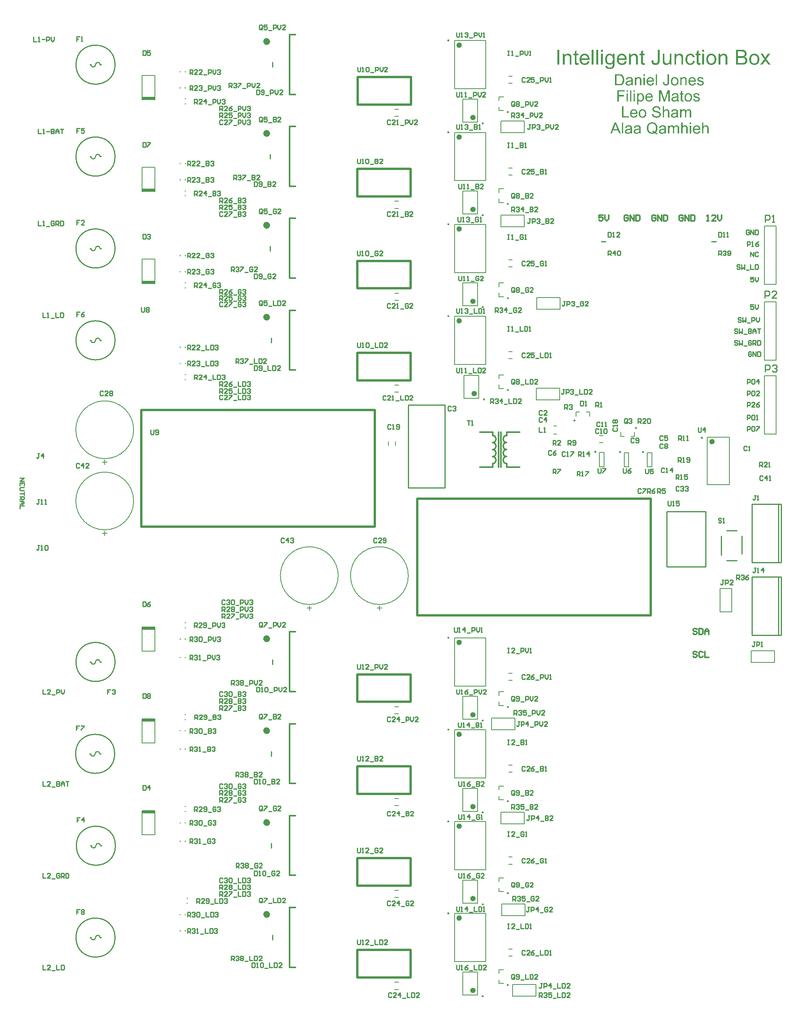
<source format=gto>
G04 Layer_Color=65535*
%FSAX24Y24*%
%MOIN*%
G70*
G01*
G75*
%ADD29C,0.0100*%
%ADD30C,0.0120*%
%ADD52C,0.0394*%
%ADD53C,0.0098*%
%ADD54C,0.0236*%
%ADD55C,0.0120*%
%ADD56C,0.0079*%
%ADD57C,0.0197*%
%ADD58R,0.1102X0.0315*%
G36*
X287682Y253467D02*
X287703Y253465D01*
X287727Y253462D01*
X287750Y253458D01*
X287774Y253453D01*
X287796Y253446D01*
X287799Y253444D01*
X287806Y253442D01*
X287816Y253437D01*
X287828Y253432D01*
X287842Y253424D01*
X287856Y253415D01*
X287868Y253404D01*
X287879Y253393D01*
X287881Y253392D01*
X287884Y253387D01*
X287888Y253381D01*
X287893Y253372D01*
X287900Y253360D01*
X287906Y253347D01*
X287911Y253332D01*
X287915Y253314D01*
Y253312D01*
X287917Y253308D01*
X287918Y253300D01*
X287920Y253289D01*
Y253274D01*
X287921Y253256D01*
X287922Y253232D01*
Y253206D01*
Y253047D01*
Y253046D01*
Y253040D01*
Y253032D01*
Y253021D01*
Y253009D01*
Y252993D01*
X287924Y252960D01*
Y252925D01*
X287925Y252891D01*
X287927Y252875D01*
Y252861D01*
X287928Y252849D01*
X287929Y252839D01*
Y252838D01*
X287931Y252832D01*
X287932Y252824D01*
X287936Y252813D01*
X287939Y252800D01*
X287945Y252786D01*
X287952Y252771D01*
X287959Y252756D01*
X287835D01*
X287834Y252757D01*
X287832Y252763D01*
X287829Y252770D01*
X287825Y252781D01*
X287821Y252793D01*
X287818Y252809D01*
X287816Y252825D01*
X287813Y252843D01*
X287811D01*
X287810Y252841D01*
X287802Y252834D01*
X287789Y252824D01*
X287773Y252811D01*
X287752Y252799D01*
X287731Y252785D01*
X287709Y252773D01*
X287685Y252763D01*
X287682Y252761D01*
X287674Y252760D01*
X287661Y252756D01*
X287646Y252752D01*
X287627Y252748D01*
X287605Y252745D01*
X287580Y252742D01*
X287555Y252741D01*
X287543D01*
X287535Y252742D01*
X287525D01*
X287514Y252743D01*
X287489Y252748D01*
X287462Y252755D01*
X287431Y252764D01*
X287403Y252778D01*
X287378Y252796D01*
X287376Y252799D01*
X287369Y252806D01*
X287359Y252818D01*
X287348Y252835D01*
X287337Y252856D01*
X287327Y252879D01*
X287320Y252909D01*
X287319Y252922D01*
X287317Y252939D01*
Y252942D01*
Y252947D01*
X287319Y252957D01*
X287320Y252970D01*
X287323Y252985D01*
X287327Y253000D01*
X287333Y253017D01*
X287339Y253032D01*
X287341Y253034D01*
X287344Y253039D01*
X287349Y253047D01*
X287356Y253057D01*
X287364Y253068D01*
X287376Y253079D01*
X287387Y253090D01*
X287401Y253100D01*
X287402Y253102D01*
X287407Y253104D01*
X287414Y253110D01*
X287426Y253115D01*
X287438Y253121D01*
X287453Y253128D01*
X287469Y253133D01*
X287487Y253139D01*
X287488D01*
X287494Y253140D01*
X287502Y253143D01*
X287513Y253145D01*
X287527Y253147D01*
X287545Y253150D01*
X287566Y253154D01*
X287591Y253157D01*
X287592D01*
X287598Y253158D01*
X287605D01*
X287614Y253160D01*
X287625Y253161D01*
X287639Y253164D01*
X287655Y253165D01*
X287671Y253168D01*
X287705Y253175D01*
X287741Y253182D01*
X287773Y253190D01*
X287788Y253195D01*
X287802Y253199D01*
Y253200D01*
Y253203D01*
X287803Y253211D01*
Y253221D01*
Y253226D01*
Y253229D01*
Y253231D01*
Y253232D01*
Y253240D01*
X287802Y253254D01*
X287799Y253269D01*
X287795Y253286D01*
X287788Y253303D01*
X287779Y253318D01*
X287768Y253331D01*
X287767Y253332D01*
X287760Y253337D01*
X287749Y253343D01*
X287735Y253351D01*
X287716Y253358D01*
X287693Y253365D01*
X287666Y253369D01*
X287634Y253371D01*
X287620D01*
X287606Y253369D01*
X287587Y253367D01*
X287567Y253364D01*
X287546Y253358D01*
X287527Y253351D01*
X287510Y253342D01*
X287509Y253340D01*
X287503Y253336D01*
X287496Y253329D01*
X287488Y253318D01*
X287480Y253304D01*
X287470Y253286D01*
X287462Y253264D01*
X287453Y253239D01*
X287338Y253254D01*
Y253256D01*
X287339Y253257D01*
Y253261D01*
X287341Y253267D01*
X287345Y253279D01*
X287351Y253297D01*
X287358Y253315D01*
X287366Y253335D01*
X287377Y253354D01*
X287389Y253372D01*
X287391Y253374D01*
X287396Y253379D01*
X287405Y253387D01*
X287416Y253399D01*
X287431Y253410D01*
X287449Y253421D01*
X287470Y253433D01*
X287494Y253443D01*
X287495D01*
X287496Y253444D01*
X287500Y253446D01*
X287506Y253447D01*
X287520Y253451D01*
X287539Y253455D01*
X287562Y253460D01*
X287589Y253464D01*
X287618Y253467D01*
X287652Y253468D01*
X287667D01*
X287682Y253467D01*
D02*
G37*
G36*
X284191Y252756D02*
X284073D01*
Y253453D01*
X284191D01*
Y252756D01*
D02*
G37*
G36*
X289481Y253467D02*
X289502Y253465D01*
X289524Y253462D01*
X289548Y253457D01*
X289573Y253451D01*
X289596Y253443D01*
X289598D01*
X289599Y253442D01*
X289606Y253439D01*
X289617Y253433D01*
X289631Y253426D01*
X289646Y253417D01*
X289662Y253405D01*
X289675Y253393D01*
X289688Y253379D01*
X289689Y253378D01*
X289692Y253372D01*
X289698Y253362D01*
X289705Y253351D01*
X289712Y253335D01*
X289718Y253317D01*
X289724Y253296D01*
X289730Y253272D01*
X289614Y253257D01*
Y253260D01*
X289613Y253265D01*
X289610Y253275D01*
X289606Y253288D01*
X289599Y253300D01*
X289591Y253314D01*
X289581Y253328D01*
X289567Y253340D01*
X289566Y253342D01*
X289560Y253344D01*
X289552Y253350D01*
X289539Y253356D01*
X289526Y253361D01*
X289508Y253367D01*
X289485Y253369D01*
X289462Y253371D01*
X289448D01*
X289434Y253369D01*
X289416Y253368D01*
X289398Y253364D01*
X289378Y253360D01*
X289360Y253353D01*
X289345Y253343D01*
X289344Y253342D01*
X289340Y253339D01*
X289334Y253333D01*
X289328Y253325D01*
X289322Y253317D01*
X289316Y253306D01*
X289312Y253293D01*
X289310Y253281D01*
Y253279D01*
Y253276D01*
X289312Y253272D01*
Y253267D01*
X289316Y253253D01*
X289324Y253239D01*
X289326Y253238D01*
X289327Y253236D01*
X289330Y253232D01*
X289335Y253228D01*
X289341Y253224D01*
X289349Y253218D01*
X289359Y253214D01*
X289370Y253208D01*
X289371D01*
X289374Y253207D01*
X289380Y253206D01*
X289390Y253201D01*
X289403Y253197D01*
X289421Y253193D01*
X289433Y253189D01*
X289445Y253186D01*
X289459Y253182D01*
X289474Y253178D01*
X289476D01*
X289480Y253176D01*
X289487Y253175D01*
X289495Y253172D01*
X289505Y253170D01*
X289517Y253167D01*
X289544Y253158D01*
X289573Y253150D01*
X289602Y253140D01*
X289628Y253131D01*
X289639Y253127D01*
X289649Y253122D01*
X289652Y253121D01*
X289657Y253118D01*
X289666Y253114D01*
X289678Y253107D01*
X289691Y253099D01*
X289703Y253088D01*
X289716Y253075D01*
X289727Y253061D01*
X289728Y253060D01*
X289731Y253054D01*
X289737Y253046D01*
X289742Y253034D01*
X289746Y253018D01*
X289752Y253002D01*
X289755Y252982D01*
X289756Y252960D01*
Y252957D01*
Y252950D01*
X289755Y252939D01*
X289752Y252924D01*
X289748Y252907D01*
X289741Y252889D01*
X289732Y252868D01*
X289721Y252849D01*
X289720Y252846D01*
X289714Y252841D01*
X289707Y252831D01*
X289696Y252820D01*
X289681Y252807D01*
X289664Y252793D01*
X289645Y252781D01*
X289621Y252768D01*
X289620D01*
X289619Y252767D01*
X289610Y252764D01*
X289596Y252760D01*
X289578Y252755D01*
X289556Y252749D01*
X289531Y252745D01*
X289505Y252742D01*
X289474Y252741D01*
X289462D01*
X289452Y252742D01*
X289441D01*
X289427Y252743D01*
X289413Y252745D01*
X289398Y252748D01*
X289365Y252755D01*
X289330Y252764D01*
X289297Y252778D01*
X289281Y252786D01*
X289267Y252796D01*
X289266Y252798D01*
X289265Y252799D01*
X289256Y252807D01*
X289244Y252820D01*
X289230Y252839D01*
X289215Y252863D01*
X289199Y252891D01*
X289187Y252925D01*
X289177Y252964D01*
X289294Y252982D01*
Y252981D01*
Y252979D01*
X289297Y252971D01*
X289299Y252957D01*
X289305Y252942D01*
X289312Y252925D01*
X289320Y252907D01*
X289333Y252889D01*
X289348Y252874D01*
X289351Y252873D01*
X289356Y252868D01*
X289367Y252863D01*
X289381Y252856D01*
X289399Y252849D01*
X289420Y252843D01*
X289445Y252839D01*
X289474Y252838D01*
X289488D01*
X289502Y252839D01*
X289520Y252842D01*
X289539Y252846D01*
X289560Y252852D01*
X289578Y252859D01*
X289595Y252870D01*
X289596Y252871D01*
X289602Y252875D01*
X289607Y252882D01*
X289616Y252892D01*
X289623Y252903D01*
X289630Y252917D01*
X289634Y252931D01*
X289635Y252947D01*
Y252949D01*
Y252954D01*
X289634Y252961D01*
X289631Y252971D01*
X289627Y252981D01*
X289620Y252990D01*
X289612Y253002D01*
X289599Y253010D01*
X289598Y253011D01*
X289594Y253013D01*
X289587Y253017D01*
X289576Y253021D01*
X289559Y253027D01*
X289549Y253031D01*
X289538Y253034D01*
X289526Y253038D01*
X289512Y253042D01*
X289496Y253046D01*
X289478Y253050D01*
X289477D01*
X289473Y253052D01*
X289466Y253053D01*
X289458Y253056D01*
X289446Y253058D01*
X289434Y253063D01*
X289408Y253070D01*
X289377Y253079D01*
X289348Y253088D01*
X289320Y253097D01*
X289308Y253103D01*
X289298Y253107D01*
X289295Y253108D01*
X289290Y253111D01*
X289281Y253117D01*
X289270Y253124D01*
X289258Y253133D01*
X289245Y253145D01*
X289233Y253157D01*
X289222Y253172D01*
X289220Y253174D01*
X289217Y253179D01*
X289213Y253189D01*
X289209Y253200D01*
X289205Y253214D01*
X289201Y253231D01*
X289198Y253247D01*
X289197Y253267D01*
Y253269D01*
Y253275D01*
X289198Y253283D01*
X289199Y253296D01*
X289202Y253308D01*
X289205Y253324D01*
X289210Y253337D01*
X289217Y253353D01*
X289219Y253354D01*
X289222Y253360D01*
X289226Y253367D01*
X289233Y253376D01*
X289241Y253386D01*
X289251Y253399D01*
X289262Y253410D01*
X289276Y253419D01*
X289277Y253421D01*
X289281Y253422D01*
X289287Y253426D01*
X289295Y253430D01*
X289306Y253436D01*
X289319Y253442D01*
X289334Y253447D01*
X289351Y253453D01*
X289353Y253454D01*
X289359Y253455D01*
X289369Y253458D01*
X289381Y253461D01*
X289396Y253464D01*
X289413Y253465D01*
X289433Y253468D01*
X289466D01*
X289481Y253467D01*
D02*
G37*
G36*
X287166Y252756D02*
X287044D01*
Y253560D01*
X286763Y252756D01*
X286650D01*
X286372Y253573D01*
Y252756D01*
X286250D01*
Y253716D01*
X286440D01*
X286668Y253035D01*
Y253034D01*
X286669Y253031D01*
X286670Y253027D01*
X286673Y253020D01*
X286679Y253003D01*
X286686Y252982D01*
X286693Y252959D01*
X286701Y252935D01*
X286708Y252913D01*
X286713Y252893D01*
X286715Y252896D01*
X286716Y252903D01*
X286720Y252916D01*
X286726Y252932D01*
X286733Y252954D01*
X286743Y252981D01*
X286752Y253011D01*
X286765Y253047D01*
X286995Y253716D01*
X287166D01*
Y252756D01*
D02*
G37*
G36*
X283890D02*
X283772D01*
Y253716D01*
X283890D01*
Y252756D01*
D02*
G37*
G36*
X288242Y253453D02*
X288361D01*
Y253361D01*
X288242D01*
Y252952D01*
Y252949D01*
Y252943D01*
Y252935D01*
X288243Y252925D01*
X288244Y252903D01*
X288246Y252893D01*
X288247Y252886D01*
X288249Y252884D01*
X288253Y252878D01*
X288258Y252871D01*
X288268Y252864D01*
X288271Y252863D01*
X288278Y252860D01*
X288290Y252857D01*
X288308Y252856D01*
X288322D01*
X288329Y252857D01*
X288339D01*
X288350Y252859D01*
X288361Y252860D01*
X288376Y252756D01*
X288374D01*
X288368Y252755D01*
X288358Y252753D01*
X288346Y252752D01*
X288332Y252749D01*
X288317Y252748D01*
X288286Y252746D01*
X288275D01*
X288264Y252748D01*
X288250Y252749D01*
X288233Y252750D01*
X288217Y252755D01*
X288201Y252759D01*
X288186Y252766D01*
X288185Y252767D01*
X288181Y252770D01*
X288175Y252774D01*
X288167Y252781D01*
X288160Y252788D01*
X288151Y252798D01*
X288143Y252807D01*
X288138Y252820D01*
Y252821D01*
X288135Y252827D01*
X288133Y252836D01*
X288131Y252850D01*
X288128Y252868D01*
X288126Y252879D01*
Y252892D01*
X288125Y252907D01*
X288124Y252922D01*
Y252939D01*
Y252959D01*
Y253361D01*
X288036D01*
Y253453D01*
X288124D01*
Y253625D01*
X288242Y253696D01*
Y253453D01*
D02*
G37*
G36*
X288783Y253467D02*
X288795Y253465D01*
X288809Y253462D01*
X288825Y253460D01*
X288843Y253457D01*
X288880Y253444D01*
X288900Y253437D01*
X288919Y253428D01*
X288938Y253418D01*
X288958Y253404D01*
X288976Y253390D01*
X288994Y253374D01*
X288995Y253372D01*
X288998Y253369D01*
X289002Y253364D01*
X289008Y253357D01*
X289015Y253347D01*
X289023Y253335D01*
X289031Y253321D01*
X289040Y253306D01*
X289048Y253289D01*
X289056Y253268D01*
X289065Y253247D01*
X289072Y253224D01*
X289077Y253199D01*
X289081Y253172D01*
X289084Y253145D01*
X289086Y253114D01*
Y253113D01*
Y253108D01*
Y253102D01*
Y253092D01*
X289084Y253081D01*
X289083Y253067D01*
Y253053D01*
X289080Y253038D01*
X289076Y253003D01*
X289068Y252968D01*
X289058Y252934D01*
X289044Y252902D01*
Y252900D01*
X289043Y252899D01*
X289040Y252895D01*
X289037Y252889D01*
X289027Y252875D01*
X289015Y252859D01*
X288998Y252839D01*
X288977Y252820D01*
X288954Y252800D01*
X288926Y252782D01*
X288925D01*
X288923Y252781D01*
X288919Y252778D01*
X288912Y252775D01*
X288905Y252773D01*
X288897Y252770D01*
X288876Y252761D01*
X288852Y252755D01*
X288823Y252748D01*
X288793Y252742D01*
X288759Y252741D01*
X288745D01*
X288734Y252742D01*
X288722Y252743D01*
X288708Y252746D01*
X288691Y252749D01*
X288675Y252752D01*
X288637Y252763D01*
X288616Y252771D01*
X288597Y252780D01*
X288578Y252791D01*
X288558Y252803D01*
X288540Y252817D01*
X288522Y252834D01*
X288521Y252835D01*
X288518Y252838D01*
X288514Y252843D01*
X288508Y252852D01*
X288501Y252861D01*
X288494Y252873D01*
X288486Y252886D01*
X288478Y252903D01*
X288469Y252921D01*
X288461Y252942D01*
X288454Y252964D01*
X288447Y252988D01*
X288442Y253014D01*
X288437Y253042D01*
X288435Y253072D01*
X288433Y253104D01*
Y253107D01*
Y253113D01*
X288435Y253122D01*
Y253136D01*
X288436Y253151D01*
X288439Y253171D01*
X288442Y253190D01*
X288447Y253213D01*
X288453Y253235D01*
X288460Y253258D01*
X288468Y253283D01*
X288479Y253307D01*
X288490Y253329D01*
X288505Y253351D01*
X288521Y253372D01*
X288540Y253390D01*
X288541Y253392D01*
X288544Y253393D01*
X288550Y253397D01*
X288557Y253403D01*
X288565Y253408D01*
X288576Y253415D01*
X288587Y253422D01*
X288601Y253429D01*
X288616Y253436D01*
X288633Y253443D01*
X288671Y253455D01*
X288714Y253465D01*
X288736Y253467D01*
X288759Y253468D01*
X288773D01*
X288783Y253467D01*
D02*
G37*
G36*
X283595Y252756D02*
X283477D01*
Y253453D01*
X283595D01*
Y252756D01*
D02*
G37*
G36*
X283327Y253603D02*
X282805D01*
Y253306D01*
X283256D01*
Y253192D01*
X282805D01*
Y252756D01*
X282677D01*
Y253716D01*
X283327D01*
Y253603D01*
D02*
G37*
G36*
X284702Y253467D02*
X284712Y253465D01*
X284733Y253462D01*
X284758Y253457D01*
X284784Y253449D01*
X284811Y253436D01*
X284837Y253421D01*
X284838D01*
X284840Y253418D01*
X284848Y253412D01*
X284860Y253401D01*
X284876Y253387D01*
X284892Y253369D01*
X284909Y253347D01*
X284926Y253321D01*
X284940Y253292D01*
Y253290D01*
X284941Y253288D01*
X284942Y253283D01*
X284945Y253278D01*
X284948Y253269D01*
X284951Y253260D01*
X284958Y253238D01*
X284965Y253210D01*
X284970Y253179D01*
X284974Y253145D01*
X284976Y253108D01*
Y253107D01*
Y253104D01*
Y253099D01*
Y253090D01*
X284974Y253081D01*
Y253070D01*
X284972Y253045D01*
X284966Y253014D01*
X284959Y252982D01*
X284949Y252949D01*
X284937Y252916D01*
Y252914D01*
X284935Y252911D01*
X284933Y252907D01*
X284930Y252902D01*
X284920Y252886D01*
X284908Y252867D01*
X284892Y252846D01*
X284873Y252825D01*
X284851Y252804D01*
X284824Y252785D01*
X284823D01*
X284822Y252784D01*
X284817Y252781D01*
X284812Y252778D01*
X284798Y252771D01*
X284779Y252763D01*
X284755Y252755D01*
X284730Y252748D01*
X284701Y252742D01*
X284672Y252741D01*
X284662D01*
X284651Y252742D01*
X284637Y252743D01*
X284620Y252746D01*
X284602Y252750D01*
X284584Y252756D01*
X284566Y252764D01*
X284565Y252766D01*
X284558Y252768D01*
X284550Y252774D01*
X284538Y252782D01*
X284527Y252791D01*
X284513Y252802D01*
X284501Y252814D01*
X284490Y252828D01*
Y252489D01*
X284372D01*
Y253453D01*
X284479D01*
Y253361D01*
X284480Y253364D01*
X284486Y253369D01*
X284493Y253379D01*
X284504Y253390D01*
X284516Y253404D01*
X284530Y253417D01*
X284547Y253429D01*
X284563Y253440D01*
X284566Y253442D01*
X284572Y253444D01*
X284583Y253449D01*
X284597Y253454D01*
X284613Y253460D01*
X284633Y253464D01*
X284655Y253467D01*
X284680Y253468D01*
X284695D01*
X284702Y253467D01*
D02*
G37*
G36*
X283759Y254845D02*
X283779Y254843D01*
X283803Y254840D01*
X283827Y254836D01*
X283850Y254831D01*
X283872Y254824D01*
X283875Y254822D01*
X283882Y254820D01*
X283892Y254815D01*
X283904Y254810D01*
X283918Y254801D01*
X283932Y254793D01*
X283945Y254782D01*
X283956Y254771D01*
X283957Y254770D01*
X283960Y254765D01*
X283964Y254758D01*
X283970Y254750D01*
X283977Y254738D01*
X283982Y254725D01*
X283988Y254710D01*
X283992Y254692D01*
Y254690D01*
X283993Y254686D01*
X283995Y254678D01*
X283996Y254667D01*
Y254652D01*
X283997Y254634D01*
X283999Y254610D01*
Y254584D01*
Y254425D01*
Y254424D01*
Y254418D01*
Y254410D01*
Y254399D01*
Y254386D01*
Y254371D01*
X284000Y254338D01*
Y254303D01*
X284002Y254268D01*
X284003Y254253D01*
Y254239D01*
X284004Y254227D01*
X284006Y254217D01*
Y254216D01*
X284007Y254210D01*
X284009Y254202D01*
X284013Y254191D01*
X284015Y254178D01*
X284021Y254164D01*
X284028Y254149D01*
X284035Y254134D01*
X283911D01*
X283910Y254135D01*
X283909Y254141D01*
X283906Y254148D01*
X283902Y254159D01*
X283897Y254171D01*
X283895Y254187D01*
X283892Y254203D01*
X283889Y254221D01*
X283888D01*
X283886Y254219D01*
X283878Y254212D01*
X283866Y254202D01*
X283849Y254189D01*
X283828Y254177D01*
X283807Y254163D01*
X283785Y254151D01*
X283761Y254141D01*
X283759Y254139D01*
X283750Y254138D01*
X283738Y254134D01*
X283723Y254130D01*
X283703Y254126D01*
X283681Y254123D01*
X283656Y254120D01*
X283631Y254119D01*
X283620D01*
X283612Y254120D01*
X283602D01*
X283591Y254121D01*
X283566Y254126D01*
X283538Y254132D01*
X283507Y254142D01*
X283480Y254156D01*
X283455Y254174D01*
X283452Y254177D01*
X283445Y254184D01*
X283435Y254196D01*
X283424Y254213D01*
X283413Y254234D01*
X283403Y254257D01*
X283396Y254287D01*
X283395Y254300D01*
X283394Y254317D01*
Y254320D01*
Y254325D01*
X283395Y254335D01*
X283396Y254348D01*
X283399Y254363D01*
X283403Y254378D01*
X283409Y254395D01*
X283416Y254410D01*
X283417Y254411D01*
X283420Y254417D01*
X283426Y254425D01*
X283432Y254435D01*
X283441Y254446D01*
X283452Y254457D01*
X283463Y254468D01*
X283477Y254478D01*
X283478Y254479D01*
X283484Y254482D01*
X283491Y254488D01*
X283502Y254493D01*
X283514Y254499D01*
X283530Y254506D01*
X283545Y254511D01*
X283563Y254517D01*
X283564D01*
X283570Y254518D01*
X283578Y254521D01*
X283589Y254522D01*
X283603Y254525D01*
X283621Y254528D01*
X283642Y254532D01*
X283667Y254535D01*
X283668D01*
X283674Y254536D01*
X283681D01*
X283691Y254538D01*
X283702Y254539D01*
X283716Y254542D01*
X283731Y254543D01*
X283748Y254546D01*
X283781Y254553D01*
X283817Y254560D01*
X283849Y254568D01*
X283864Y254572D01*
X283878Y254577D01*
Y254578D01*
Y254581D01*
X283879Y254589D01*
Y254599D01*
Y254604D01*
Y254607D01*
Y254609D01*
Y254610D01*
Y254618D01*
X283878Y254632D01*
X283875Y254647D01*
X283871Y254664D01*
X283864Y254681D01*
X283856Y254696D01*
X283845Y254708D01*
X283843Y254710D01*
X283836Y254715D01*
X283825Y254721D01*
X283811Y254729D01*
X283792Y254736D01*
X283770Y254743D01*
X283742Y254747D01*
X283710Y254749D01*
X283696D01*
X283682Y254747D01*
X283663Y254745D01*
X283643Y254742D01*
X283623Y254736D01*
X283603Y254729D01*
X283587Y254720D01*
X283585Y254718D01*
X283580Y254714D01*
X283573Y254707D01*
X283564Y254696D01*
X283556Y254682D01*
X283546Y254664D01*
X283538Y254642D01*
X283530Y254617D01*
X283414Y254632D01*
Y254634D01*
X283416Y254635D01*
Y254639D01*
X283417Y254645D01*
X283421Y254657D01*
X283427Y254675D01*
X283434Y254693D01*
X283442Y254713D01*
X283453Y254732D01*
X283466Y254750D01*
X283467Y254752D01*
X283473Y254757D01*
X283481Y254765D01*
X283492Y254776D01*
X283507Y254788D01*
X283525Y254799D01*
X283546Y254811D01*
X283570Y254821D01*
X283571D01*
X283573Y254822D01*
X283577Y254824D01*
X283582Y254825D01*
X283596Y254829D01*
X283616Y254833D01*
X283638Y254838D01*
X283666Y254842D01*
X283695Y254845D01*
X283728Y254846D01*
X283743D01*
X283759Y254845D01*
D02*
G37*
G36*
X282875Y255093D02*
X282902Y255092D01*
X282930Y255089D01*
X282958Y255085D01*
X282981Y255080D01*
X282983D01*
X282986Y255079D01*
X282990D01*
X282995Y255076D01*
X283011Y255072D01*
X283030Y255065D01*
X283052Y255055D01*
X283076Y255043D01*
X283099Y255029D01*
X283122Y255011D01*
X283123Y255010D01*
X283124Y255008D01*
X283129Y255004D01*
X283134Y255000D01*
X283148Y254986D01*
X283165Y254967D01*
X283183Y254943D01*
X283202Y254915D01*
X283220Y254883D01*
X283235Y254847D01*
Y254846D01*
X283237Y254843D01*
X283240Y254838D01*
X283241Y254829D01*
X283245Y254820D01*
X283248Y254808D01*
X283251Y254796D01*
X283255Y254781D01*
X283259Y254765D01*
X283262Y254747D01*
X283269Y254708D01*
X283273Y254665D01*
X283274Y254618D01*
Y254617D01*
Y254614D01*
Y254607D01*
Y254600D01*
X283273Y254591D01*
Y254579D01*
X283271Y254553D01*
X283267Y254522D01*
X283263Y254491D01*
X283256Y254457D01*
X283248Y254424D01*
Y254423D01*
X283246Y254420D01*
X283245Y254416D01*
X283244Y254410D01*
X283238Y254395D01*
X283230Y254375D01*
X283222Y254353D01*
X283210Y254331D01*
X283197Y254307D01*
X283183Y254285D01*
X283181Y254282D01*
X283176Y254275D01*
X283167Y254266D01*
X283156Y254253D01*
X283144Y254239D01*
X283129Y254225D01*
X283113Y254210D01*
X283095Y254198D01*
X283092Y254196D01*
X283087Y254192D01*
X283077Y254187D01*
X283063Y254180D01*
X283047Y254171D01*
X283027Y254164D01*
X283005Y254156D01*
X282980Y254149D01*
X282977D01*
X282973Y254148D01*
X282969Y254146D01*
X282955Y254145D01*
X282936Y254142D01*
X282913Y254139D01*
X282887Y254137D01*
X282858Y254135D01*
X282826Y254134D01*
X282480D01*
Y255094D01*
X282850D01*
X282875Y255093D01*
D02*
G37*
G36*
X286088Y254134D02*
X285970D01*
Y255094D01*
X286088D01*
Y254134D01*
D02*
G37*
G36*
X285045D02*
X284927D01*
Y254831D01*
X285045D01*
Y254134D01*
D02*
G37*
G36*
X289118Y254845D02*
X289129Y254843D01*
X289143Y254840D01*
X289158Y254838D01*
X289176Y254833D01*
X289193Y254829D01*
X289212Y254822D01*
X289230Y254815D01*
X289250Y254806D01*
X289269Y254795D01*
X289288Y254782D01*
X289307Y254767D01*
X289323Y254750D01*
X289325Y254749D01*
X289327Y254746D01*
X289331Y254740D01*
X289337Y254732D01*
X289344Y254722D01*
X289351Y254711D01*
X289359Y254697D01*
X289368Y254681D01*
X289376Y254663D01*
X289384Y254643D01*
X289391Y254621D01*
X289398Y254597D01*
X289404Y254571D01*
X289408Y254543D01*
X289411Y254514D01*
X289412Y254482D01*
Y254481D01*
Y254475D01*
Y254466D01*
X289411Y254452D01*
X288890D01*
Y254450D01*
Y254446D01*
X288891Y254441D01*
Y254432D01*
X288893Y254423D01*
X288896Y254411D01*
X288900Y254386D01*
X288908Y254359D01*
X288919Y254328D01*
X288935Y254300D01*
X288954Y254275D01*
X288955D01*
X288957Y254273D01*
X288965Y254266D01*
X288978Y254256D01*
X288994Y254246D01*
X289016Y254235D01*
X289041Y254225D01*
X289069Y254219D01*
X289084Y254217D01*
X289101Y254216D01*
X289112D01*
X289125Y254217D01*
X289140Y254220D01*
X289157Y254224D01*
X289176Y254230D01*
X289194Y254238D01*
X289212Y254249D01*
X289214Y254250D01*
X289220Y254256D01*
X289229Y254264D01*
X289238Y254275D01*
X289250Y254291D01*
X289262Y254310D01*
X289275Y254332D01*
X289286Y254359D01*
X289408Y254343D01*
Y254342D01*
X289406Y254339D01*
X289405Y254334D01*
X289402Y254325D01*
X289398Y254317D01*
X289394Y254306D01*
X289383Y254282D01*
X289369Y254256D01*
X289350Y254228D01*
X289327Y254202D01*
X289300Y254177D01*
X289298D01*
X289295Y254174D01*
X289291Y254171D01*
X289286Y254167D01*
X289277Y254163D01*
X289269Y254159D01*
X289258Y254153D01*
X289245Y254148D01*
X289232Y254142D01*
X289218Y254137D01*
X289183Y254128D01*
X289144Y254121D01*
X289101Y254119D01*
X289086D01*
X289076Y254120D01*
X289064Y254121D01*
X289048Y254124D01*
X289032Y254127D01*
X289014Y254130D01*
X288975Y254141D01*
X288954Y254149D01*
X288935Y254157D01*
X288914Y254169D01*
X288894Y254181D01*
X288876Y254195D01*
X288858Y254212D01*
X288857Y254213D01*
X288854Y254216D01*
X288850Y254221D01*
X288844Y254230D01*
X288837Y254239D01*
X288830Y254250D01*
X288822Y254264D01*
X288814Y254280D01*
X288805Y254298D01*
X288797Y254317D01*
X288790Y254339D01*
X288783Y254363D01*
X288778Y254388D01*
X288774Y254416D01*
X288771Y254445D01*
X288769Y254475D01*
Y254477D01*
Y254484D01*
Y254492D01*
X288771Y254504D01*
X288772Y254520D01*
X288774Y254536D01*
X288776Y254556D01*
X288780Y254575D01*
X288792Y254620D01*
X288798Y254642D01*
X288807Y254665D01*
X288818Y254688D01*
X288830Y254708D01*
X288844Y254729D01*
X288860Y254749D01*
X288861Y254750D01*
X288864Y254753D01*
X288869Y254757D01*
X288876Y254764D01*
X288885Y254771D01*
X288896Y254779D01*
X288908Y254789D01*
X288923Y254797D01*
X288939Y254807D01*
X288957Y254815D01*
X288976Y254824D01*
X288997Y254831D01*
X289019Y254838D01*
X289043Y254842D01*
X289068Y254845D01*
X289094Y254846D01*
X289108D01*
X289118Y254845D01*
D02*
G37*
G36*
X284191Y253582D02*
X284073D01*
Y253716D01*
X284191D01*
Y253582D01*
D02*
G37*
G36*
X283595D02*
X283477D01*
Y253716D01*
X283595D01*
Y253582D01*
D02*
G37*
G36*
X287621Y254845D02*
X287634Y254843D01*
X287648Y254840D01*
X287663Y254838D01*
X287681Y254835D01*
X287719Y254822D01*
X287738Y254815D01*
X287757Y254806D01*
X287777Y254796D01*
X287796Y254782D01*
X287814Y254768D01*
X287832Y254752D01*
X287834Y254750D01*
X287837Y254747D01*
X287841Y254742D01*
X287846Y254735D01*
X287853Y254725D01*
X287862Y254713D01*
X287870Y254699D01*
X287878Y254684D01*
X287887Y254667D01*
X287895Y254646D01*
X287903Y254625D01*
X287910Y254602D01*
X287916Y254577D01*
X287920Y254550D01*
X287923Y254522D01*
X287924Y254492D01*
Y254491D01*
Y254486D01*
Y254479D01*
Y254470D01*
X287923Y254459D01*
X287921Y254445D01*
Y254431D01*
X287918Y254416D01*
X287914Y254381D01*
X287906Y254346D01*
X287896Y254312D01*
X287882Y254280D01*
Y254278D01*
X287881Y254277D01*
X287878Y254273D01*
X287875Y254267D01*
X287866Y254253D01*
X287853Y254237D01*
X287837Y254217D01*
X287816Y254198D01*
X287792Y254178D01*
X287764Y254160D01*
X287763D01*
X287762Y254159D01*
X287757Y254156D01*
X287751Y254153D01*
X287744Y254151D01*
X287735Y254148D01*
X287714Y254139D01*
X287691Y254132D01*
X287662Y254126D01*
X287631Y254120D01*
X287598Y254119D01*
X287584D01*
X287573Y254120D01*
X287560Y254121D01*
X287547Y254124D01*
X287530Y254127D01*
X287513Y254130D01*
X287476Y254141D01*
X287455Y254149D01*
X287435Y254157D01*
X287416Y254169D01*
X287397Y254181D01*
X287379Y254195D01*
X287361Y254212D01*
X287359Y254213D01*
X287356Y254216D01*
X287352Y254221D01*
X287347Y254230D01*
X287340Y254239D01*
X287333Y254250D01*
X287324Y254264D01*
X287316Y254281D01*
X287308Y254299D01*
X287299Y254320D01*
X287293Y254342D01*
X287286Y254366D01*
X287280Y254392D01*
X287276Y254420D01*
X287273Y254450D01*
X287272Y254482D01*
Y254485D01*
Y254491D01*
X287273Y254500D01*
Y254514D01*
X287274Y254529D01*
X287277Y254549D01*
X287280Y254568D01*
X287286Y254591D01*
X287291Y254613D01*
X287298Y254636D01*
X287306Y254661D01*
X287318Y254685D01*
X287329Y254707D01*
X287344Y254729D01*
X287359Y254750D01*
X287379Y254768D01*
X287380Y254770D01*
X287383Y254771D01*
X287388Y254775D01*
X287395Y254781D01*
X287404Y254786D01*
X287415Y254793D01*
X287426Y254800D01*
X287440Y254807D01*
X287455Y254814D01*
X287472Y254821D01*
X287509Y254833D01*
X287552Y254843D01*
X287574Y254845D01*
X287598Y254846D01*
X287612D01*
X287621Y254845D01*
D02*
G37*
G36*
X285534D02*
X285545Y254843D01*
X285559Y254840D01*
X285574Y254838D01*
X285592Y254833D01*
X285609Y254829D01*
X285628Y254822D01*
X285646Y254815D01*
X285666Y254806D01*
X285685Y254795D01*
X285705Y254782D01*
X285723Y254767D01*
X285739Y254750D01*
X285741Y254749D01*
X285744Y254746D01*
X285748Y254740D01*
X285753Y254732D01*
X285760Y254722D01*
X285767Y254711D01*
X285775Y254697D01*
X285784Y254681D01*
X285792Y254663D01*
X285800Y254643D01*
X285807Y254621D01*
X285814Y254597D01*
X285820Y254571D01*
X285824Y254543D01*
X285827Y254514D01*
X285828Y254482D01*
Y254481D01*
Y254475D01*
Y254466D01*
X285827Y254452D01*
X285306D01*
Y254450D01*
Y254446D01*
X285308Y254441D01*
Y254432D01*
X285309Y254423D01*
X285312Y254411D01*
X285316Y254386D01*
X285324Y254359D01*
X285335Y254328D01*
X285351Y254300D01*
X285370Y254275D01*
X285372D01*
X285373Y254273D01*
X285381Y254266D01*
X285394Y254256D01*
X285410Y254246D01*
X285433Y254235D01*
X285458Y254225D01*
X285485Y254219D01*
X285501Y254217D01*
X285517Y254216D01*
X285528D01*
X285541Y254217D01*
X285556Y254220D01*
X285573Y254224D01*
X285592Y254230D01*
X285610Y254238D01*
X285628Y254249D01*
X285630Y254250D01*
X285637Y254256D01*
X285645Y254264D01*
X285655Y254275D01*
X285666Y254291D01*
X285678Y254310D01*
X285691Y254332D01*
X285702Y254359D01*
X285824Y254343D01*
Y254342D01*
X285823Y254339D01*
X285821Y254334D01*
X285818Y254325D01*
X285814Y254317D01*
X285810Y254306D01*
X285799Y254282D01*
X285785Y254256D01*
X285766Y254228D01*
X285744Y254202D01*
X285716Y254177D01*
X285714D01*
X285712Y254174D01*
X285707Y254171D01*
X285702Y254167D01*
X285694Y254163D01*
X285685Y254159D01*
X285674Y254153D01*
X285662Y254148D01*
X285648Y254142D01*
X285634Y254137D01*
X285599Y254128D01*
X285560Y254121D01*
X285517Y254119D01*
X285502D01*
X285492Y254120D01*
X285480Y254121D01*
X285465Y254124D01*
X285448Y254127D01*
X285430Y254130D01*
X285391Y254141D01*
X285370Y254149D01*
X285351Y254157D01*
X285330Y254169D01*
X285310Y254181D01*
X285292Y254195D01*
X285274Y254212D01*
X285273Y254213D01*
X285270Y254216D01*
X285266Y254221D01*
X285260Y254230D01*
X285254Y254239D01*
X285247Y254250D01*
X285238Y254264D01*
X285230Y254280D01*
X285222Y254298D01*
X285213Y254317D01*
X285206Y254339D01*
X285199Y254363D01*
X285194Y254388D01*
X285190Y254416D01*
X285187Y254445D01*
X285186Y254475D01*
Y254477D01*
Y254484D01*
Y254492D01*
X285187Y254504D01*
X285188Y254520D01*
X285190Y254536D01*
X285192Y254556D01*
X285197Y254575D01*
X285208Y254620D01*
X285215Y254642D01*
X285223Y254665D01*
X285234Y254688D01*
X285247Y254708D01*
X285260Y254729D01*
X285276Y254749D01*
X285277Y254750D01*
X285280Y254753D01*
X285285Y254757D01*
X285292Y254764D01*
X285301Y254771D01*
X285312Y254779D01*
X285324Y254789D01*
X285340Y254797D01*
X285355Y254807D01*
X285373Y254815D01*
X285392Y254824D01*
X285413Y254831D01*
X285435Y254838D01*
X285459Y254842D01*
X285484Y254845D01*
X285510Y254846D01*
X285524D01*
X285534Y254845D01*
D02*
G37*
G36*
X285427Y253467D02*
X285438Y253465D01*
X285452Y253462D01*
X285467Y253460D01*
X285485Y253455D01*
X285502Y253451D01*
X285521Y253444D01*
X285539Y253437D01*
X285559Y253428D01*
X285578Y253417D01*
X285598Y253404D01*
X285616Y253389D01*
X285632Y253372D01*
X285634Y253371D01*
X285636Y253368D01*
X285641Y253362D01*
X285646Y253354D01*
X285653Y253344D01*
X285660Y253333D01*
X285668Y253319D01*
X285677Y253303D01*
X285685Y253285D01*
X285693Y253265D01*
X285700Y253243D01*
X285707Y253220D01*
X285713Y253193D01*
X285717Y253165D01*
X285720Y253136D01*
X285721Y253104D01*
Y253103D01*
Y253097D01*
Y253088D01*
X285720Y253074D01*
X285199D01*
Y253072D01*
Y253068D01*
X285201Y253063D01*
Y253054D01*
X285202Y253045D01*
X285205Y253034D01*
X285209Y253009D01*
X285217Y252981D01*
X285228Y252950D01*
X285244Y252922D01*
X285263Y252897D01*
X285264D01*
X285266Y252895D01*
X285274Y252888D01*
X285287Y252878D01*
X285303Y252868D01*
X285325Y252857D01*
X285350Y252848D01*
X285378Y252841D01*
X285393Y252839D01*
X285410Y252838D01*
X285421D01*
X285434Y252839D01*
X285449Y252842D01*
X285466Y252846D01*
X285485Y252852D01*
X285503Y252860D01*
X285521Y252871D01*
X285523Y252873D01*
X285529Y252878D01*
X285538Y252886D01*
X285548Y252897D01*
X285559Y252913D01*
X285571Y252932D01*
X285584Y252954D01*
X285595Y252981D01*
X285717Y252965D01*
Y252964D01*
X285716Y252961D01*
X285714Y252956D01*
X285711Y252947D01*
X285707Y252939D01*
X285703Y252928D01*
X285692Y252904D01*
X285678Y252878D01*
X285659Y252850D01*
X285636Y252824D01*
X285609Y252799D01*
X285607D01*
X285604Y252796D01*
X285600Y252793D01*
X285595Y252789D01*
X285586Y252785D01*
X285578Y252781D01*
X285567Y252775D01*
X285554Y252770D01*
X285541Y252764D01*
X285527Y252759D01*
X285492Y252750D01*
X285453Y252743D01*
X285410Y252741D01*
X285395D01*
X285385Y252742D01*
X285373Y252743D01*
X285357Y252746D01*
X285341Y252749D01*
X285323Y252752D01*
X285284Y252763D01*
X285263Y252771D01*
X285244Y252780D01*
X285223Y252791D01*
X285203Y252803D01*
X285185Y252817D01*
X285167Y252834D01*
X285166Y252835D01*
X285163Y252838D01*
X285159Y252843D01*
X285153Y252852D01*
X285146Y252861D01*
X285139Y252873D01*
X285131Y252886D01*
X285123Y252902D01*
X285114Y252920D01*
X285106Y252939D01*
X285099Y252961D01*
X285092Y252985D01*
X285087Y253010D01*
X285083Y253038D01*
X285080Y253067D01*
X285078Y253097D01*
Y253099D01*
Y253106D01*
Y253114D01*
X285080Y253127D01*
X285081Y253142D01*
X285083Y253158D01*
X285085Y253178D01*
X285090Y253197D01*
X285101Y253242D01*
X285108Y253264D01*
X285116Y253288D01*
X285127Y253310D01*
X285139Y253331D01*
X285153Y253351D01*
X285169Y253371D01*
X285170Y253372D01*
X285173Y253375D01*
X285178Y253379D01*
X285185Y253386D01*
X285194Y253393D01*
X285205Y253401D01*
X285217Y253411D01*
X285232Y253419D01*
X285248Y253429D01*
X285266Y253437D01*
X285285Y253446D01*
X285306Y253453D01*
X285328Y253460D01*
X285352Y253464D01*
X285377Y253467D01*
X285403Y253468D01*
X285417D01*
X285427Y253467D01*
D02*
G37*
G36*
X286606Y250711D02*
X286627Y250709D01*
X286650Y250706D01*
X286674Y250702D01*
X286698Y250697D01*
X286720Y250690D01*
X286723Y250688D01*
X286729Y250686D01*
X286739Y250682D01*
X286752Y250676D01*
X286766Y250668D01*
X286779Y250659D01*
X286792Y250648D01*
X286803Y250637D01*
X286804Y250636D01*
X286807Y250632D01*
X286811Y250625D01*
X286817Y250616D01*
X286824Y250604D01*
X286829Y250591D01*
X286835Y250576D01*
X286839Y250558D01*
Y250557D01*
X286841Y250552D01*
X286842Y250544D01*
X286843Y250533D01*
Y250518D01*
X286845Y250500D01*
X286846Y250476D01*
Y250450D01*
Y250291D01*
Y250290D01*
Y250285D01*
Y250276D01*
Y250265D01*
Y250253D01*
Y250237D01*
X286847Y250204D01*
Y250169D01*
X286849Y250135D01*
X286850Y250119D01*
Y250105D01*
X286852Y250093D01*
X286853Y250083D01*
Y250082D01*
X286854Y250076D01*
X286856Y250068D01*
X286860Y250057D01*
X286863Y250044D01*
X286868Y250031D01*
X286875Y250015D01*
X286882Y250000D01*
X286759D01*
X286757Y250001D01*
X286756Y250007D01*
X286753Y250014D01*
X286749Y250025D01*
X286745Y250037D01*
X286742Y250053D01*
X286739Y250069D01*
X286736Y250087D01*
X286735D01*
X286734Y250085D01*
X286725Y250078D01*
X286713Y250068D01*
X286696Y250056D01*
X286675Y250043D01*
X286655Y250029D01*
X286632Y250017D01*
X286609Y250007D01*
X286606Y250006D01*
X286598Y250004D01*
X286585Y250000D01*
X286570Y249996D01*
X286550Y249992D01*
X286528Y249989D01*
X286503Y249986D01*
X286478Y249985D01*
X286467D01*
X286459Y249986D01*
X286449D01*
X286438Y249988D01*
X286413Y249992D01*
X286385Y249999D01*
X286355Y250008D01*
X286327Y250022D01*
X286302Y250040D01*
X286299Y250043D01*
X286292Y250050D01*
X286283Y250062D01*
X286271Y250079D01*
X286260Y250100D01*
X286251Y250124D01*
X286244Y250153D01*
X286242Y250167D01*
X286241Y250183D01*
Y250186D01*
Y250192D01*
X286242Y250201D01*
X286244Y250214D01*
X286246Y250229D01*
X286251Y250244D01*
X286256Y250261D01*
X286263Y250276D01*
X286264Y250278D01*
X286267Y250283D01*
X286273Y250291D01*
X286280Y250301D01*
X286288Y250312D01*
X286299Y250323D01*
X286310Y250335D01*
X286324Y250344D01*
X286326Y250346D01*
X286331Y250348D01*
X286338Y250354D01*
X286349Y250359D01*
X286362Y250365D01*
X286377Y250372D01*
X286392Y250378D01*
X286410Y250383D01*
X286412D01*
X286417Y250384D01*
X286425Y250387D01*
X286437Y250389D01*
X286450Y250391D01*
X286469Y250394D01*
X286489Y250398D01*
X286514Y250401D01*
X286516D01*
X286521Y250403D01*
X286528D01*
X286538Y250404D01*
X286549Y250405D01*
X286563Y250408D01*
X286578Y250409D01*
X286595Y250412D01*
X286628Y250419D01*
X286664Y250426D01*
X286696Y250434D01*
X286711Y250439D01*
X286725Y250443D01*
Y250444D01*
Y250447D01*
X286727Y250455D01*
Y250465D01*
Y250471D01*
Y250473D01*
Y250475D01*
Y250476D01*
Y250484D01*
X286725Y250498D01*
X286723Y250514D01*
X286718Y250530D01*
X286711Y250547D01*
X286703Y250562D01*
X286692Y250575D01*
X286691Y250576D01*
X286684Y250582D01*
X286673Y250587D01*
X286659Y250595D01*
X286639Y250602D01*
X286617Y250609D01*
X286589Y250613D01*
X286557Y250615D01*
X286543D01*
X286530Y250613D01*
X286510Y250611D01*
X286491Y250608D01*
X286470Y250602D01*
X286450Y250595D01*
X286434Y250586D01*
X286432Y250584D01*
X286427Y250580D01*
X286420Y250573D01*
X286412Y250562D01*
X286403Y250548D01*
X286394Y250530D01*
X286385Y250508D01*
X286377Y250483D01*
X286262Y250498D01*
Y250500D01*
X286263Y250501D01*
Y250505D01*
X286264Y250511D01*
X286269Y250523D01*
X286274Y250541D01*
X286281Y250559D01*
X286289Y250579D01*
X286301Y250598D01*
X286313Y250616D01*
X286314Y250618D01*
X286320Y250623D01*
X286328Y250632D01*
X286339Y250643D01*
X286355Y250654D01*
X286373Y250665D01*
X286394Y250677D01*
X286417Y250687D01*
X286419D01*
X286420Y250688D01*
X286424Y250690D01*
X286430Y250691D01*
X286444Y250695D01*
X286463Y250700D01*
X286485Y250704D01*
X286513Y250708D01*
X286542Y250711D01*
X286575Y250712D01*
X286591D01*
X286606Y250711D01*
D02*
G37*
G36*
X284442D02*
X284463Y250709D01*
X284486Y250706D01*
X284510Y250702D01*
X284534Y250697D01*
X284556Y250690D01*
X284559Y250688D01*
X284566Y250686D01*
X284575Y250682D01*
X284588Y250676D01*
X284602Y250668D01*
X284616Y250659D01*
X284628Y250648D01*
X284639Y250637D01*
X284641Y250636D01*
X284643Y250632D01*
X284647Y250625D01*
X284653Y250616D01*
X284660Y250604D01*
X284666Y250591D01*
X284671Y250576D01*
X284675Y250558D01*
Y250557D01*
X284677Y250552D01*
X284678Y250544D01*
X284679Y250533D01*
Y250518D01*
X284681Y250500D01*
X284682Y250476D01*
Y250450D01*
Y250291D01*
Y250290D01*
Y250285D01*
Y250276D01*
Y250265D01*
Y250253D01*
Y250237D01*
X284684Y250204D01*
Y250169D01*
X284685Y250135D01*
X284686Y250119D01*
Y250105D01*
X284688Y250093D01*
X284689Y250083D01*
Y250082D01*
X284690Y250076D01*
X284692Y250068D01*
X284696Y250057D01*
X284699Y250044D01*
X284704Y250031D01*
X284711Y250015D01*
X284718Y250000D01*
X284595D01*
X284593Y250001D01*
X284592Y250007D01*
X284589Y250014D01*
X284585Y250025D01*
X284581Y250037D01*
X284578Y250053D01*
X284575Y250069D01*
X284573Y250087D01*
X284571D01*
X284570Y250085D01*
X284561Y250078D01*
X284549Y250068D01*
X284532Y250056D01*
X284511Y250043D01*
X284491Y250029D01*
X284468Y250017D01*
X284445Y250007D01*
X284442Y250006D01*
X284434Y250004D01*
X284421Y250000D01*
X284406Y249996D01*
X284387Y249992D01*
X284364Y249989D01*
X284339Y249986D01*
X284314Y249985D01*
X284303D01*
X284295Y249986D01*
X284285D01*
X284274Y249988D01*
X284249Y249992D01*
X284221Y249999D01*
X284191Y250008D01*
X284163Y250022D01*
X284138Y250040D01*
X284135Y250043D01*
X284128Y250050D01*
X284119Y250062D01*
X284108Y250079D01*
X284096Y250100D01*
X284087Y250124D01*
X284080Y250153D01*
X284078Y250167D01*
X284077Y250183D01*
Y250186D01*
Y250192D01*
X284078Y250201D01*
X284080Y250214D01*
X284083Y250229D01*
X284087Y250244D01*
X284092Y250261D01*
X284099Y250276D01*
X284101Y250278D01*
X284103Y250283D01*
X284109Y250291D01*
X284116Y250301D01*
X284124Y250312D01*
X284135Y250323D01*
X284146Y250335D01*
X284160Y250344D01*
X284162Y250346D01*
X284167Y250348D01*
X284174Y250354D01*
X284185Y250359D01*
X284198Y250365D01*
X284213Y250372D01*
X284228Y250378D01*
X284246Y250383D01*
X284248D01*
X284253Y250384D01*
X284262Y250387D01*
X284273Y250389D01*
X284287Y250391D01*
X284305Y250394D01*
X284325Y250398D01*
X284350Y250401D01*
X284352D01*
X284357Y250403D01*
X284364D01*
X284374Y250404D01*
X284385Y250405D01*
X284399Y250408D01*
X284414Y250409D01*
X284431Y250412D01*
X284464Y250419D01*
X284500Y250426D01*
X284532Y250434D01*
X284548Y250439D01*
X284561Y250443D01*
Y250444D01*
Y250447D01*
X284563Y250455D01*
Y250465D01*
Y250471D01*
Y250473D01*
Y250475D01*
Y250476D01*
Y250484D01*
X284561Y250498D01*
X284559Y250514D01*
X284554Y250530D01*
X284548Y250547D01*
X284539Y250562D01*
X284528Y250575D01*
X284527Y250576D01*
X284520Y250582D01*
X284509Y250587D01*
X284495Y250595D01*
X284475Y250602D01*
X284453Y250609D01*
X284425Y250613D01*
X284393Y250615D01*
X284380D01*
X284366Y250613D01*
X284346Y250611D01*
X284327Y250608D01*
X284306Y250602D01*
X284287Y250595D01*
X284270Y250586D01*
X284269Y250584D01*
X284263Y250580D01*
X284256Y250573D01*
X284248Y250562D01*
X284239Y250548D01*
X284230Y250530D01*
X284221Y250508D01*
X284213Y250483D01*
X284098Y250498D01*
Y250500D01*
X284099Y250501D01*
Y250505D01*
X284101Y250511D01*
X284105Y250523D01*
X284110Y250541D01*
X284117Y250559D01*
X284126Y250579D01*
X284137Y250598D01*
X284149Y250616D01*
X284151Y250618D01*
X284156Y250623D01*
X284164Y250632D01*
X284176Y250643D01*
X284191Y250654D01*
X284209Y250665D01*
X284230Y250677D01*
X284253Y250687D01*
X284255D01*
X284256Y250688D01*
X284260Y250690D01*
X284266Y250691D01*
X284280Y250695D01*
X284299Y250700D01*
X284321Y250704D01*
X284349Y250708D01*
X284378Y250711D01*
X284412Y250712D01*
X284427D01*
X284442Y250711D01*
D02*
G37*
G36*
X289011Y250000D02*
X288893D01*
Y250697D01*
X289011D01*
Y250000D01*
D02*
G37*
G36*
X288265Y250616D02*
X288266Y250618D01*
X288269Y250620D01*
X288273Y250625D01*
X288280Y250632D01*
X288287Y250638D01*
X288297Y250647D01*
X288309Y250655D01*
X288322Y250665D01*
X288335Y250673D01*
X288351Y250682D01*
X288387Y250697D01*
X288406Y250704D01*
X288427Y250708D01*
X288449Y250711D01*
X288471Y250712D01*
X288484D01*
X288499Y250711D01*
X288517Y250708D01*
X288538Y250705D01*
X288560Y250700D01*
X288582Y250691D01*
X288605Y250682D01*
X288607Y250680D01*
X288614Y250676D01*
X288624Y250669D01*
X288637Y250659D01*
X288649Y250647D01*
X288663Y250633D01*
X288675Y250616D01*
X288687Y250597D01*
X288688Y250594D01*
X288691Y250587D01*
X288695Y250575D01*
X288699Y250557D01*
X288703Y250534D01*
X288707Y250508D01*
X288710Y250476D01*
X288712Y250440D01*
Y250000D01*
X288594D01*
Y250441D01*
Y250443D01*
Y250446D01*
Y250450D01*
Y250455D01*
X288592Y250471D01*
X288589Y250490D01*
X288584Y250511D01*
X288577Y250532D01*
X288567Y250552D01*
X288555Y250569D01*
X288553Y250570D01*
X288548Y250576D01*
X288539Y250583D01*
X288527Y250590D01*
X288512Y250598D01*
X288494Y250604D01*
X288471Y250609D01*
X288446Y250611D01*
X288438D01*
X288428Y250609D01*
X288415Y250608D01*
X288401Y250604D01*
X288384Y250600D01*
X288367Y250593D01*
X288349Y250583D01*
X288348Y250582D01*
X288342Y250577D01*
X288334Y250572D01*
X288324Y250564D01*
X288313Y250552D01*
X288302Y250540D01*
X288292Y250525D01*
X288284Y250508D01*
X288283Y250505D01*
X288281Y250500D01*
X288278Y250489D01*
X288274Y250475D01*
X288270Y250457D01*
X288267Y250434D01*
X288266Y250409D01*
X288265Y250380D01*
Y250000D01*
X288147D01*
Y250961D01*
X288265D01*
Y250616D01*
D02*
G37*
G36*
X283695Y250711D02*
X283716Y250709D01*
X283740Y250706D01*
X283763Y250702D01*
X283787Y250697D01*
X283809Y250690D01*
X283812Y250688D01*
X283819Y250686D01*
X283829Y250682D01*
X283841Y250676D01*
X283855Y250668D01*
X283869Y250659D01*
X283881Y250648D01*
X283892Y250637D01*
X283894Y250636D01*
X283897Y250632D01*
X283901Y250625D01*
X283906Y250616D01*
X283913Y250604D01*
X283919Y250591D01*
X283924Y250576D01*
X283928Y250558D01*
Y250557D01*
X283930Y250552D01*
X283931Y250544D01*
X283933Y250533D01*
Y250518D01*
X283934Y250500D01*
X283935Y250476D01*
Y250450D01*
Y250291D01*
Y250290D01*
Y250285D01*
Y250276D01*
Y250265D01*
Y250253D01*
Y250237D01*
X283937Y250204D01*
Y250169D01*
X283938Y250135D01*
X283940Y250119D01*
Y250105D01*
X283941Y250093D01*
X283942Y250083D01*
Y250082D01*
X283944Y250076D01*
X283945Y250068D01*
X283949Y250057D01*
X283952Y250044D01*
X283958Y250031D01*
X283965Y250015D01*
X283972Y250000D01*
X283848D01*
X283847Y250001D01*
X283845Y250007D01*
X283842Y250014D01*
X283838Y250025D01*
X283834Y250037D01*
X283831Y250053D01*
X283829Y250069D01*
X283826Y250087D01*
X283824D01*
X283823Y250085D01*
X283815Y250078D01*
X283802Y250068D01*
X283786Y250056D01*
X283765Y250043D01*
X283744Y250029D01*
X283722Y250017D01*
X283698Y250007D01*
X283695Y250006D01*
X283687Y250004D01*
X283674Y250000D01*
X283659Y249996D01*
X283640Y249992D01*
X283618Y249989D01*
X283593Y249986D01*
X283568Y249985D01*
X283557D01*
X283548Y249986D01*
X283538D01*
X283527Y249988D01*
X283502Y249992D01*
X283475Y249999D01*
X283444Y250008D01*
X283416Y250022D01*
X283391Y250040D01*
X283389Y250043D01*
X283382Y250050D01*
X283372Y250062D01*
X283361Y250079D01*
X283350Y250100D01*
X283340Y250124D01*
X283333Y250153D01*
X283332Y250167D01*
X283330Y250183D01*
Y250186D01*
Y250192D01*
X283332Y250201D01*
X283333Y250214D01*
X283336Y250229D01*
X283340Y250244D01*
X283346Y250261D01*
X283352Y250276D01*
X283354Y250278D01*
X283357Y250283D01*
X283362Y250291D01*
X283369Y250301D01*
X283377Y250312D01*
X283389Y250323D01*
X283400Y250335D01*
X283414Y250344D01*
X283415Y250346D01*
X283420Y250348D01*
X283427Y250354D01*
X283439Y250359D01*
X283451Y250365D01*
X283466Y250372D01*
X283482Y250378D01*
X283500Y250383D01*
X283501D01*
X283507Y250384D01*
X283515Y250387D01*
X283526Y250389D01*
X283540Y250391D01*
X283558Y250394D01*
X283579Y250398D01*
X283604Y250401D01*
X283605D01*
X283611Y250403D01*
X283618D01*
X283627Y250404D01*
X283638Y250405D01*
X283652Y250408D01*
X283668Y250409D01*
X283684Y250412D01*
X283718Y250419D01*
X283754Y250426D01*
X283786Y250434D01*
X283801Y250439D01*
X283815Y250443D01*
Y250444D01*
Y250447D01*
X283816Y250455D01*
Y250465D01*
Y250471D01*
Y250473D01*
Y250475D01*
Y250476D01*
Y250484D01*
X283815Y250498D01*
X283812Y250514D01*
X283808Y250530D01*
X283801Y250547D01*
X283792Y250562D01*
X283781Y250575D01*
X283780Y250576D01*
X283773Y250582D01*
X283762Y250587D01*
X283748Y250595D01*
X283729Y250602D01*
X283706Y250609D01*
X283679Y250613D01*
X283647Y250615D01*
X283633D01*
X283619Y250613D01*
X283600Y250611D01*
X283580Y250608D01*
X283559Y250602D01*
X283540Y250595D01*
X283523Y250586D01*
X283522Y250584D01*
X283516Y250580D01*
X283509Y250573D01*
X283501Y250562D01*
X283493Y250548D01*
X283483Y250530D01*
X283475Y250508D01*
X283466Y250483D01*
X283351Y250498D01*
Y250500D01*
X283352Y250501D01*
Y250505D01*
X283354Y250511D01*
X283358Y250523D01*
X283364Y250541D01*
X283371Y250559D01*
X283379Y250579D01*
X283390Y250598D01*
X283402Y250616D01*
X283404Y250618D01*
X283409Y250623D01*
X283418Y250632D01*
X283429Y250643D01*
X283444Y250654D01*
X283462Y250665D01*
X283483Y250677D01*
X283507Y250687D01*
X283508D01*
X283509Y250688D01*
X283513Y250690D01*
X283519Y250691D01*
X283533Y250695D01*
X283552Y250700D01*
X283575Y250704D01*
X283602Y250708D01*
X283631Y250711D01*
X283665Y250712D01*
X283680D01*
X283695Y250711D01*
D02*
G37*
G36*
X289500D02*
X289511Y250709D01*
X289525Y250706D01*
X289540Y250704D01*
X289558Y250700D01*
X289575Y250695D01*
X289594Y250688D01*
X289612Y250682D01*
X289632Y250672D01*
X289651Y250661D01*
X289671Y250648D01*
X289689Y250633D01*
X289705Y250616D01*
X289707Y250615D01*
X289710Y250612D01*
X289714Y250607D01*
X289719Y250598D01*
X289726Y250589D01*
X289733Y250577D01*
X289741Y250564D01*
X289750Y250547D01*
X289758Y250529D01*
X289766Y250509D01*
X289773Y250487D01*
X289780Y250464D01*
X289786Y250437D01*
X289790Y250409D01*
X289793Y250380D01*
X289794Y250348D01*
Y250347D01*
Y250341D01*
Y250332D01*
X289793Y250318D01*
X289272D01*
Y250316D01*
Y250312D01*
X289274Y250307D01*
Y250298D01*
X289275Y250289D01*
X289278Y250278D01*
X289282Y250253D01*
X289290Y250225D01*
X289301Y250194D01*
X289317Y250167D01*
X289336Y250142D01*
X289338D01*
X289339Y250139D01*
X289347Y250132D01*
X289360Y250122D01*
X289376Y250112D01*
X289399Y250101D01*
X289424Y250092D01*
X289451Y250085D01*
X289467Y250083D01*
X289483Y250082D01*
X289494D01*
X289507Y250083D01*
X289522Y250086D01*
X289539Y250090D01*
X289558Y250096D01*
X289576Y250104D01*
X289594Y250115D01*
X289596Y250117D01*
X289603Y250122D01*
X289611Y250130D01*
X289621Y250142D01*
X289632Y250157D01*
X289644Y250176D01*
X289657Y250198D01*
X289668Y250225D01*
X289790Y250210D01*
Y250208D01*
X289789Y250205D01*
X289787Y250200D01*
X289784Y250192D01*
X289780Y250183D01*
X289776Y250172D01*
X289765Y250149D01*
X289751Y250122D01*
X289732Y250094D01*
X289710Y250068D01*
X289682Y250043D01*
X289680D01*
X289678Y250040D01*
X289673Y250037D01*
X289668Y250033D01*
X289660Y250029D01*
X289651Y250025D01*
X289640Y250019D01*
X289628Y250014D01*
X289614Y250008D01*
X289600Y250003D01*
X289565Y249994D01*
X289526Y249988D01*
X289483Y249985D01*
X289468D01*
X289458Y249986D01*
X289446Y249988D01*
X289431Y249990D01*
X289414Y249993D01*
X289396Y249996D01*
X289357Y250007D01*
X289336Y250015D01*
X289317Y250024D01*
X289296Y250035D01*
X289276Y250047D01*
X289258Y250061D01*
X289240Y250078D01*
X289239Y250079D01*
X289236Y250082D01*
X289232Y250087D01*
X289226Y250096D01*
X289220Y250105D01*
X289213Y250117D01*
X289204Y250130D01*
X289196Y250146D01*
X289188Y250164D01*
X289179Y250183D01*
X289172Y250205D01*
X289165Y250229D01*
X289160Y250254D01*
X289156Y250282D01*
X289153Y250311D01*
X289152Y250341D01*
Y250343D01*
Y250350D01*
Y250358D01*
X289153Y250371D01*
X289154Y250386D01*
X289156Y250403D01*
X289158Y250422D01*
X289163Y250441D01*
X289174Y250486D01*
X289181Y250508D01*
X289189Y250532D01*
X289200Y250554D01*
X289213Y250575D01*
X289226Y250595D01*
X289242Y250615D01*
X289243Y250616D01*
X289246Y250619D01*
X289251Y250623D01*
X289258Y250630D01*
X289267Y250637D01*
X289278Y250645D01*
X289290Y250655D01*
X289306Y250663D01*
X289321Y250673D01*
X289339Y250682D01*
X289358Y250690D01*
X289379Y250697D01*
X289401Y250704D01*
X289425Y250708D01*
X289450Y250711D01*
X289476Y250712D01*
X289490D01*
X289500Y250711D01*
D02*
G37*
G36*
X285688Y250976D02*
X285701D01*
X285713Y250974D01*
X285730Y250972D01*
X285747Y250969D01*
X285783Y250962D01*
X285825Y250951D01*
X285865Y250934D01*
X285886Y250924D01*
X285906Y250913D01*
X285908Y250912D01*
X285911Y250911D01*
X285916Y250906D01*
X285924Y250902D01*
X285933Y250895D01*
X285944Y250887D01*
X285967Y250868D01*
X285992Y250843D01*
X286020Y250812D01*
X286047Y250776D01*
X286069Y250736D01*
Y250734D01*
X286072Y250730D01*
X286074Y250725D01*
X286077Y250716D01*
X286083Y250705D01*
X286087Y250693D01*
X286092Y250677D01*
X286098Y250661D01*
X286102Y250643D01*
X286108Y250623D01*
X286113Y250602D01*
X286117Y250580D01*
X286123Y250532D01*
X286126Y250480D01*
Y250479D01*
Y250475D01*
Y250469D01*
Y250461D01*
X286124Y250450D01*
Y250437D01*
X286123Y250423D01*
X286122Y250409D01*
X286117Y250376D01*
X286110Y250340D01*
X286102Y250303D01*
X286090Y250266D01*
Y250265D01*
X286088Y250262D01*
X286085Y250257D01*
X286083Y250251D01*
X286078Y250243D01*
X286074Y250233D01*
X286063Y250211D01*
X286048Y250185D01*
X286029Y250157D01*
X286006Y250129D01*
X285981Y250101D01*
X285983D01*
X285986Y250099D01*
X285990Y250096D01*
X285997Y250092D01*
X286004Y250086D01*
X286013Y250081D01*
X286034Y250068D01*
X286059Y250053D01*
X286087Y250037D01*
X286116Y250025D01*
X286144Y250012D01*
X286106Y249925D01*
X286105D01*
X286102Y249926D01*
X286097Y249929D01*
X286088Y249932D01*
X286078Y249936D01*
X286067Y249942D01*
X286055Y249947D01*
X286041Y249954D01*
X286010Y249971D01*
X285976Y249990D01*
X285938Y250015D01*
X285899Y250043D01*
X285898D01*
X285895Y250040D01*
X285888Y250037D01*
X285881Y250033D01*
X285870Y250029D01*
X285859Y250024D01*
X285845Y250019D01*
X285830Y250014D01*
X285813Y250008D01*
X285795Y250003D01*
X285755Y249993D01*
X285711Y249986D01*
X285687Y249985D01*
X285663Y249983D01*
X285651D01*
X285641Y249985D01*
X285630D01*
X285616Y249986D01*
X285601Y249989D01*
X285584Y249992D01*
X285548Y249999D01*
X285508Y250010D01*
X285466Y250025D01*
X285447Y250035D01*
X285426Y250046D01*
X285425Y250047D01*
X285422Y250049D01*
X285416Y250053D01*
X285409Y250057D01*
X285400Y250064D01*
X285390Y250072D01*
X285366Y250092D01*
X285340Y250117D01*
X285314Y250147D01*
X285287Y250182D01*
X285264Y250222D01*
Y250223D01*
X285261Y250228D01*
X285258Y250233D01*
X285255Y250242D01*
X285251Y250253D01*
X285246Y250265D01*
X285240Y250280D01*
X285236Y250297D01*
X285230Y250315D01*
X285225Y250335D01*
X285221Y250355D01*
X285215Y250379D01*
X285210Y250427D01*
X285207Y250479D01*
Y250480D01*
Y250486D01*
Y250493D01*
X285208Y250502D01*
Y250515D01*
X285210Y250530D01*
X285211Y250547D01*
X285214Y250565D01*
X285221Y250605D01*
X285230Y250648D01*
X285244Y250694D01*
X285264Y250738D01*
X285265Y250740D01*
X285267Y250744D01*
X285269Y250750D01*
X285275Y250758D01*
X285280Y250768D01*
X285287Y250779D01*
X285307Y250805D01*
X285329Y250833D01*
X285358Y250862D01*
X285390Y250891D01*
X285428Y250916D01*
X285429Y250917D01*
X285433Y250919D01*
X285439Y250922D01*
X285447Y250926D01*
X285457Y250930D01*
X285468Y250936D01*
X285482Y250941D01*
X285497Y250947D01*
X285515Y250952D01*
X285533Y250958D01*
X285573Y250967D01*
X285618Y250974D01*
X285641Y250977D01*
X285679D01*
X285688Y250976D01*
D02*
G37*
G36*
X283187Y250000D02*
X283069D01*
Y250961D01*
X283187D01*
Y250000D01*
D02*
G37*
G36*
X282985D02*
X282840D01*
X282728Y250291D01*
X282325D01*
X282221Y250000D01*
X282087D01*
X282453Y250961D01*
X282592D01*
X282985Y250000D01*
D02*
G37*
G36*
X290057Y250616D02*
X290058Y250618D01*
X290061Y250620D01*
X290065Y250625D01*
X290072Y250632D01*
X290079Y250638D01*
X290088Y250647D01*
X290101Y250655D01*
X290113Y250665D01*
X290127Y250673D01*
X290143Y250682D01*
X290179Y250697D01*
X290198Y250704D01*
X290219Y250708D01*
X290241Y250711D01*
X290263Y250712D01*
X290276D01*
X290291Y250711D01*
X290309Y250708D01*
X290330Y250705D01*
X290352Y250700D01*
X290374Y250691D01*
X290397Y250682D01*
X290399Y250680D01*
X290406Y250676D01*
X290416Y250669D01*
X290428Y250659D01*
X290441Y250647D01*
X290455Y250633D01*
X290467Y250616D01*
X290478Y250597D01*
X290480Y250594D01*
X290483Y250587D01*
X290487Y250575D01*
X290491Y250557D01*
X290495Y250534D01*
X290499Y250508D01*
X290502Y250476D01*
X290503Y250440D01*
Y250000D01*
X290385D01*
Y250441D01*
Y250443D01*
Y250446D01*
Y250450D01*
Y250455D01*
X290384Y250471D01*
X290381Y250490D01*
X290376Y250511D01*
X290369Y250532D01*
X290359Y250552D01*
X290347Y250569D01*
X290345Y250570D01*
X290340Y250576D01*
X290331Y250583D01*
X290319Y250590D01*
X290304Y250598D01*
X290286Y250604D01*
X290263Y250609D01*
X290238Y250611D01*
X290230D01*
X290220Y250609D01*
X290206Y250608D01*
X290193Y250604D01*
X290176Y250600D01*
X290159Y250593D01*
X290141Y250583D01*
X290140Y250582D01*
X290134Y250577D01*
X290126Y250572D01*
X290116Y250564D01*
X290105Y250552D01*
X290094Y250540D01*
X290084Y250525D01*
X290076Y250508D01*
X290075Y250505D01*
X290073Y250500D01*
X290070Y250489D01*
X290066Y250475D01*
X290062Y250457D01*
X290059Y250434D01*
X290058Y250409D01*
X290057Y250380D01*
Y250000D01*
X289939D01*
Y250961D01*
X290057D01*
Y250616D01*
D02*
G37*
G36*
X287642Y252089D02*
X287662Y252087D01*
X287686Y252084D01*
X287710Y252080D01*
X287733Y252075D01*
X287755Y252068D01*
X287758Y252066D01*
X287765Y252064D01*
X287775Y252059D01*
X287787Y252054D01*
X287801Y252046D01*
X287815Y252037D01*
X287828Y252026D01*
X287839Y252015D01*
X287840Y252014D01*
X287843Y252009D01*
X287847Y252003D01*
X287853Y251994D01*
X287859Y251982D01*
X287865Y251969D01*
X287871Y251954D01*
X287875Y251936D01*
Y251935D01*
X287876Y251930D01*
X287878Y251922D01*
X287879Y251911D01*
Y251896D01*
X287880Y251878D01*
X287882Y251854D01*
Y251828D01*
Y251669D01*
Y251668D01*
Y251662D01*
Y251654D01*
Y251643D01*
Y251631D01*
Y251615D01*
X287883Y251582D01*
Y251547D01*
X287884Y251513D01*
X287886Y251497D01*
Y251483D01*
X287887Y251471D01*
X287889Y251461D01*
Y251460D01*
X287890Y251454D01*
X287891Y251446D01*
X287896Y251435D01*
X287898Y251422D01*
X287904Y251408D01*
X287911Y251393D01*
X287918Y251378D01*
X287794D01*
X287793Y251379D01*
X287791Y251385D01*
X287789Y251392D01*
X287785Y251403D01*
X287780Y251415D01*
X287778Y251431D01*
X287775Y251447D01*
X287772Y251465D01*
X287771D01*
X287769Y251463D01*
X287761Y251456D01*
X287748Y251446D01*
X287732Y251433D01*
X287711Y251421D01*
X287690Y251407D01*
X287668Y251395D01*
X287644Y251385D01*
X287642Y251384D01*
X287633Y251382D01*
X287621Y251378D01*
X287605Y251374D01*
X287586Y251370D01*
X287564Y251367D01*
X287539Y251364D01*
X287514Y251363D01*
X287503D01*
X287494Y251364D01*
X287485D01*
X287474Y251365D01*
X287449Y251370D01*
X287421Y251377D01*
X287390Y251386D01*
X287363Y251400D01*
X287338Y251418D01*
X287335Y251421D01*
X287328Y251428D01*
X287318Y251440D01*
X287307Y251457D01*
X287296Y251478D01*
X287286Y251501D01*
X287279Y251531D01*
X287278Y251545D01*
X287277Y251561D01*
Y251564D01*
Y251569D01*
X287278Y251579D01*
X287279Y251592D01*
X287282Y251607D01*
X287286Y251622D01*
X287292Y251639D01*
X287299Y251654D01*
X287300Y251656D01*
X287303Y251661D01*
X287308Y251669D01*
X287315Y251679D01*
X287324Y251690D01*
X287335Y251701D01*
X287346Y251712D01*
X287360Y251722D01*
X287361Y251724D01*
X287367Y251726D01*
X287374Y251732D01*
X287385Y251737D01*
X287397Y251743D01*
X287413Y251750D01*
X287428Y251755D01*
X287446Y251761D01*
X287447D01*
X287453Y251762D01*
X287461Y251765D01*
X287472Y251767D01*
X287486Y251769D01*
X287504Y251772D01*
X287525Y251776D01*
X287550Y251779D01*
X287551D01*
X287557Y251780D01*
X287564D01*
X287574Y251782D01*
X287585Y251783D01*
X287599Y251786D01*
X287614Y251787D01*
X287630Y251790D01*
X287664Y251797D01*
X287700Y251804D01*
X287732Y251812D01*
X287747Y251817D01*
X287761Y251821D01*
Y251822D01*
Y251825D01*
X287762Y251833D01*
Y251843D01*
Y251848D01*
Y251851D01*
Y251853D01*
Y251854D01*
Y251862D01*
X287761Y251876D01*
X287758Y251892D01*
X287754Y251908D01*
X287747Y251925D01*
X287739Y251940D01*
X287728Y251953D01*
X287726Y251954D01*
X287719Y251960D01*
X287708Y251965D01*
X287694Y251973D01*
X287675Y251980D01*
X287653Y251987D01*
X287625Y251991D01*
X287593Y251993D01*
X287579D01*
X287565Y251991D01*
X287546Y251989D01*
X287526Y251986D01*
X287506Y251980D01*
X287486Y251973D01*
X287469Y251964D01*
X287468Y251962D01*
X287463Y251958D01*
X287456Y251951D01*
X287447Y251940D01*
X287439Y251926D01*
X287429Y251908D01*
X287421Y251886D01*
X287413Y251861D01*
X287297Y251876D01*
Y251878D01*
X287299Y251879D01*
Y251883D01*
X287300Y251889D01*
X287304Y251901D01*
X287310Y251919D01*
X287317Y251937D01*
X287325Y251957D01*
X287336Y251976D01*
X287349Y251994D01*
X287350Y251996D01*
X287356Y252001D01*
X287364Y252009D01*
X287375Y252021D01*
X287390Y252032D01*
X287408Y252043D01*
X287429Y252055D01*
X287453Y252065D01*
X287454D01*
X287456Y252066D01*
X287460Y252068D01*
X287465Y252069D01*
X287479Y252073D01*
X287499Y252078D01*
X287521Y252082D01*
X287549Y252086D01*
X287578Y252089D01*
X287611Y252090D01*
X287626D01*
X287642Y252089D01*
D02*
G37*
G36*
X286688Y251994D02*
X286689Y251996D01*
X286692Y251998D01*
X286696Y252003D01*
X286703Y252009D01*
X286710Y252016D01*
X286720Y252025D01*
X286732Y252033D01*
X286745Y252043D01*
X286759Y252051D01*
X286774Y252059D01*
X286810Y252075D01*
X286830Y252082D01*
X286850Y252086D01*
X286873Y252089D01*
X286895Y252090D01*
X286907D01*
X286923Y252089D01*
X286941Y252086D01*
X286961Y252083D01*
X286984Y252078D01*
X287006Y252069D01*
X287028Y252059D01*
X287031Y252058D01*
X287038Y252054D01*
X287047Y252047D01*
X287060Y252037D01*
X287072Y252025D01*
X287086Y252011D01*
X287099Y251994D01*
X287110Y251975D01*
X287111Y251972D01*
X287114Y251965D01*
X287118Y251953D01*
X287122Y251935D01*
X287127Y251912D01*
X287131Y251886D01*
X287134Y251854D01*
X287135Y251818D01*
Y251378D01*
X287017D01*
Y251819D01*
Y251821D01*
Y251824D01*
Y251828D01*
Y251833D01*
X287016Y251848D01*
X287013Y251868D01*
X287007Y251889D01*
X287000Y251910D01*
X286991Y251930D01*
X286978Y251947D01*
X286977Y251948D01*
X286971Y251954D01*
X286963Y251961D01*
X286950Y251968D01*
X286935Y251976D01*
X286917Y251982D01*
X286895Y251987D01*
X286870Y251989D01*
X286861D01*
X286852Y251987D01*
X286838Y251986D01*
X286824Y251982D01*
X286807Y251978D01*
X286791Y251971D01*
X286773Y251961D01*
X286771Y251960D01*
X286766Y251955D01*
X286757Y251950D01*
X286748Y251941D01*
X286737Y251930D01*
X286725Y251918D01*
X286716Y251903D01*
X286707Y251886D01*
X286706Y251883D01*
X286705Y251878D01*
X286702Y251867D01*
X286698Y251853D01*
X286694Y251835D01*
X286691Y251812D01*
X286689Y251787D01*
X286688Y251758D01*
Y251378D01*
X286570D01*
Y252338D01*
X286688D01*
Y251994D01*
D02*
G37*
G36*
X286048Y252354D02*
X286058D01*
X286084Y252351D01*
X286113Y252347D01*
X286144Y252340D01*
X286177Y252332D01*
X286208Y252320D01*
X286209D01*
X286212Y252319D01*
X286216Y252316D01*
X286222Y252313D01*
X286236Y252307D01*
X286254Y252294D01*
X286274Y252280D01*
X286295Y252262D01*
X286315Y252241D01*
X286333Y252218D01*
Y252216D01*
X286334Y252215D01*
X286337Y252211D01*
X286340Y252207D01*
X286347Y252193D01*
X286355Y252175D01*
X286365Y252152D01*
X286372Y252126D01*
X286378Y252098D01*
X286381Y252068D01*
X286259Y252058D01*
Y252059D01*
Y252062D01*
X286258Y252066D01*
X286256Y252073D01*
X286252Y252089D01*
X286247Y252109D01*
X286238Y252132D01*
X286226Y252154D01*
X286211Y252175D01*
X286191Y252194D01*
X286188Y252195D01*
X286181Y252201D01*
X286167Y252209D01*
X286149Y252218D01*
X286126Y252226D01*
X286098Y252234D01*
X286063Y252240D01*
X286025Y252241D01*
X286005D01*
X285997Y252240D01*
X285986Y252239D01*
X285961Y252236D01*
X285933Y252230D01*
X285905Y252223D01*
X285879Y252212D01*
X285868Y252205D01*
X285857Y252198D01*
X285854Y252197D01*
X285848Y252191D01*
X285840Y252182D01*
X285832Y252171D01*
X285822Y252155D01*
X285814Y252139D01*
X285808Y252119D01*
X285805Y252097D01*
Y252094D01*
Y252089D01*
X285807Y252079D01*
X285809Y252068D01*
X285814Y252054D01*
X285820Y252040D01*
X285829Y252026D01*
X285841Y252012D01*
X285843Y252011D01*
X285850Y252007D01*
X285855Y252003D01*
X285861Y252000D01*
X285869Y251996D01*
X285879Y251990D01*
X285891Y251986D01*
X285905Y251980D01*
X285920Y251975D01*
X285938Y251968D01*
X285958Y251962D01*
X285980Y251955D01*
X286005Y251950D01*
X286033Y251943D01*
X286034D01*
X286040Y251941D01*
X286048Y251940D01*
X286058Y251937D01*
X286070Y251935D01*
X286086Y251930D01*
X286101Y251926D01*
X286118Y251922D01*
X286154Y251912D01*
X286188Y251903D01*
X286205Y251897D01*
X286220Y251892D01*
X286234Y251887D01*
X286245Y251882D01*
X286247D01*
X286249Y251880D01*
X286254Y251878D01*
X286259Y251875D01*
X286274Y251867D01*
X286292Y251855D01*
X286313Y251840D01*
X286334Y251824D01*
X286353Y251804D01*
X286370Y251783D01*
X286372Y251780D01*
X286377Y251774D01*
X286383Y251761D01*
X286391Y251744D01*
X286398Y251725D01*
X286405Y251701D01*
X286409Y251675D01*
X286410Y251647D01*
Y251646D01*
Y251644D01*
Y251640D01*
Y251635D01*
X286408Y251619D01*
X286405Y251600D01*
X286399Y251578D01*
X286392Y251554D01*
X286381Y251529D01*
X286366Y251503D01*
Y251501D01*
X286365Y251500D01*
X286358Y251492D01*
X286348Y251479D01*
X286334Y251465D01*
X286316Y251449D01*
X286294Y251431D01*
X286269Y251414D01*
X286240Y251399D01*
X286238D01*
X286236Y251397D01*
X286231Y251396D01*
X286226Y251393D01*
X286217Y251390D01*
X286208Y251386D01*
X286186Y251381D01*
X286159Y251374D01*
X286127Y251367D01*
X286093Y251363D01*
X286055Y251361D01*
X286033D01*
X286022Y251363D01*
X286009D01*
X285995Y251364D01*
X285979Y251365D01*
X285944Y251371D01*
X285908Y251377D01*
X285872Y251386D01*
X285837Y251399D01*
X285836D01*
X285833Y251400D01*
X285829Y251403D01*
X285823Y251406D01*
X285807Y251414D01*
X285787Y251427D01*
X285765Y251443D01*
X285741Y251463D01*
X285719Y251486D01*
X285698Y251513D01*
Y251514D01*
X285696Y251517D01*
X285694Y251521D01*
X285690Y251526D01*
X285687Y251533D01*
X285683Y251542D01*
X285673Y251563D01*
X285664Y251589D01*
X285655Y251618D01*
X285650Y251651D01*
X285647Y251686D01*
X285766Y251697D01*
Y251696D01*
Y251694D01*
X285768Y251690D01*
Y251685D01*
X285771Y251672D01*
X285775Y251654D01*
X285780Y251636D01*
X285786Y251615D01*
X285796Y251596D01*
X285805Y251578D01*
X285807Y251576D01*
X285811Y251571D01*
X285818Y251561D01*
X285829Y251551D01*
X285843Y251539D01*
X285858Y251526D01*
X285879Y251514D01*
X285901Y251503D01*
X285902D01*
X285904Y251501D01*
X285908Y251500D01*
X285912Y251499D01*
X285926Y251495D01*
X285944Y251489D01*
X285966Y251483D01*
X285991Y251479D01*
X286019Y251476D01*
X286050Y251475D01*
X286062D01*
X286076Y251476D01*
X286093Y251478D01*
X286112Y251481D01*
X286134Y251483D01*
X286156Y251489D01*
X286177Y251496D01*
X286180Y251497D01*
X286187Y251500D01*
X286197Y251506D01*
X286209Y251511D01*
X286222Y251521D01*
X286236Y251531D01*
X286249Y251542D01*
X286260Y251556D01*
X286262Y251557D01*
X286265Y251563D01*
X286269Y251569D01*
X286274Y251581D01*
X286280Y251592D01*
X286284Y251606D01*
X286287Y251621D01*
X286288Y251638D01*
Y251639D01*
Y251646D01*
X286287Y251654D01*
X286285Y251665D01*
X286281Y251676D01*
X286277Y251690D01*
X286270Y251704D01*
X286260Y251717D01*
X286259Y251718D01*
X286255Y251722D01*
X286249Y251728D01*
X286240Y251736D01*
X286229Y251744D01*
X286213Y251754D01*
X286195Y251764D01*
X286174Y251772D01*
X286173Y251774D01*
X286166Y251775D01*
X286155Y251779D01*
X286148Y251780D01*
X286138Y251783D01*
X286129Y251787D01*
X286116Y251790D01*
X286102Y251794D01*
X286086Y251799D01*
X286069Y251803D01*
X286050Y251808D01*
X286027Y251814D01*
X286004Y251819D01*
X286002D01*
X285998Y251821D01*
X285991Y251822D01*
X285983Y251825D01*
X285972Y251828D01*
X285959Y251830D01*
X285932Y251839D01*
X285901Y251848D01*
X285869Y251858D01*
X285841Y251868D01*
X285829Y251873D01*
X285818Y251879D01*
X285816D01*
X285815Y251880D01*
X285807Y251886D01*
X285794Y251893D01*
X285780Y251904D01*
X285764Y251917D01*
X285747Y251932D01*
X285730Y251950D01*
X285716Y251969D01*
X285715Y251972D01*
X285711Y251979D01*
X285705Y251990D01*
X285700Y252004D01*
X285694Y252022D01*
X285689Y252043D01*
X285684Y252065D01*
X285683Y252089D01*
Y252090D01*
Y252091D01*
Y252096D01*
Y252101D01*
X285686Y252115D01*
X285689Y252133D01*
X285693Y252154D01*
X285700Y252177D01*
X285709Y252201D01*
X285723Y252225D01*
Y252226D01*
X285725Y252227D01*
X285732Y252236D01*
X285741Y252247D01*
X285754Y252261D01*
X285771Y252276D01*
X285791Y252293D01*
X285816Y252308D01*
X285844Y252322D01*
X285845D01*
X285848Y252323D01*
X285852Y252325D01*
X285858Y252327D01*
X285865Y252330D01*
X285875Y252333D01*
X285895Y252338D01*
X285922Y252344D01*
X285952Y252350D01*
X285984Y252354D01*
X286020Y252355D01*
X286038D01*
X286048Y252354D01*
D02*
G37*
G36*
X288809Y252089D02*
X288819D01*
X288828Y252087D01*
X288852Y252083D01*
X288877Y252076D01*
X288903Y252065D01*
X288930Y252051D01*
X288952Y252032D01*
X288955Y252029D01*
X288960Y252021D01*
X288970Y252008D01*
X288974Y251998D01*
X288980Y251989D01*
X288985Y251976D01*
X288989Y251964D01*
X288995Y251950D01*
X288999Y251933D01*
X289002Y251917D01*
X289005Y251897D01*
X289007Y251878D01*
Y251855D01*
Y251378D01*
X288889D01*
Y251815D01*
Y251817D01*
Y251818D01*
Y251826D01*
Y251839D01*
X288888Y251854D01*
X288887Y251871D01*
X288885Y251887D01*
X288882Y251904D01*
X288878Y251917D01*
Y251918D01*
X288875Y251922D01*
X288873Y251928D01*
X288869Y251935D01*
X288863Y251943D01*
X288856Y251951D01*
X288848Y251960D01*
X288837Y251968D01*
X288835Y251969D01*
X288831Y251971D01*
X288826Y251973D01*
X288816Y251978D01*
X288806Y251982D01*
X288794Y251985D01*
X288781Y251986D01*
X288766Y251987D01*
X288759D01*
X288753Y251986D01*
X288739Y251985D01*
X288723Y251982D01*
X288703Y251975D01*
X288683Y251966D01*
X288662Y251954D01*
X288642Y251937D01*
X288641Y251935D01*
X288635Y251928D01*
X288627Y251917D01*
X288619Y251900D01*
X288609Y251878D01*
X288602Y251851D01*
X288596Y251819D01*
X288594Y251782D01*
Y251378D01*
X288476D01*
Y251829D01*
Y251830D01*
Y251833D01*
Y251836D01*
Y251842D01*
X288474Y251857D01*
X288472Y251873D01*
X288469Y251893D01*
X288463Y251912D01*
X288456Y251930D01*
X288447Y251947D01*
X288445Y251948D01*
X288441Y251954D01*
X288434Y251960D01*
X288424Y251968D01*
X288412Y251975D01*
X288395Y251982D01*
X288376Y251986D01*
X288352Y251987D01*
X288344D01*
X288334Y251986D01*
X288323Y251985D01*
X288309Y251980D01*
X288293Y251976D01*
X288277Y251969D01*
X288261Y251961D01*
X288259Y251960D01*
X288254Y251955D01*
X288247Y251950D01*
X288237Y251941D01*
X288227Y251930D01*
X288218Y251917D01*
X288208Y251901D01*
X288200Y251883D01*
X288198Y251880D01*
X288197Y251873D01*
X288194Y251862D01*
X288190Y251847D01*
X288186Y251826D01*
X288183Y251801D01*
X288181Y251772D01*
X288180Y251739D01*
Y251378D01*
X288062D01*
Y252075D01*
X288168D01*
Y251975D01*
X288169Y251978D01*
X288173Y251983D01*
X288181Y251993D01*
X288191Y252004D01*
X288204Y252018D01*
X288219Y252032D01*
X288236Y252046D01*
X288255Y252058D01*
X288258Y252059D01*
X288265Y252064D01*
X288276Y252068D01*
X288291Y252075D01*
X288309Y252080D01*
X288330Y252084D01*
X288354Y252089D01*
X288379Y252090D01*
X288391D01*
X288406Y252089D01*
X288423Y252086D01*
X288444Y252082D01*
X288465Y252076D01*
X288485Y252068D01*
X288505Y252057D01*
X288508Y252055D01*
X288513Y252051D01*
X288522Y252044D01*
X288533Y252033D01*
X288544Y252021D01*
X288556Y252005D01*
X288567Y251987D01*
X288576Y251966D01*
X288577Y251968D01*
X288580Y251972D01*
X288584Y251978D01*
X288591Y251986D01*
X288599Y251996D01*
X288609Y252005D01*
X288620Y252016D01*
X288634Y252029D01*
X288649Y252040D01*
X288665Y252051D01*
X288683Y252061D01*
X288702Y252071D01*
X288723Y252079D01*
X288745Y252084D01*
X288767Y252089D01*
X288792Y252090D01*
X288802D01*
X288809Y252089D01*
D02*
G37*
G36*
X283199Y251492D02*
X283672D01*
Y251378D01*
X283071D01*
Y252338D01*
X283199D01*
Y251492D01*
D02*
G37*
G36*
X289011Y250826D02*
X288893D01*
Y250961D01*
X289011D01*
Y250826D01*
D02*
G37*
G36*
X287773Y250711D02*
X287783D01*
X287793Y250709D01*
X287816Y250705D01*
X287841Y250698D01*
X287868Y250687D01*
X287894Y250673D01*
X287916Y250654D01*
X287919Y250651D01*
X287925Y250643D01*
X287934Y250630D01*
X287938Y250620D01*
X287944Y250611D01*
X287950Y250598D01*
X287954Y250586D01*
X287959Y250572D01*
X287963Y250555D01*
X287966Y250539D01*
X287969Y250519D01*
X287972Y250500D01*
Y250477D01*
Y250000D01*
X287854D01*
Y250437D01*
Y250439D01*
Y250440D01*
Y250448D01*
Y250461D01*
X287852Y250476D01*
X287851Y250493D01*
X287850Y250509D01*
X287847Y250526D01*
X287843Y250539D01*
Y250540D01*
X287840Y250544D01*
X287837Y250550D01*
X287833Y250557D01*
X287827Y250565D01*
X287820Y250573D01*
X287812Y250582D01*
X287801Y250590D01*
X287800Y250591D01*
X287795Y250593D01*
X287790Y250595D01*
X287780Y250600D01*
X287770Y250604D01*
X287758Y250607D01*
X287745Y250608D01*
X287730Y250609D01*
X287723D01*
X287718Y250608D01*
X287704Y250607D01*
X287687Y250604D01*
X287668Y250597D01*
X287647Y250589D01*
X287626Y250576D01*
X287607Y250559D01*
X287605Y250557D01*
X287600Y250550D01*
X287591Y250539D01*
X287583Y250522D01*
X287573Y250500D01*
X287566Y250473D01*
X287561Y250441D01*
X287558Y250404D01*
Y250000D01*
X287440D01*
Y250451D01*
Y250452D01*
Y250455D01*
Y250458D01*
Y250464D01*
X287439Y250479D01*
X287436Y250496D01*
X287433Y250515D01*
X287428Y250534D01*
X287421Y250552D01*
X287411Y250569D01*
X287410Y250570D01*
X287405Y250576D01*
X287398Y250582D01*
X287389Y250590D01*
X287376Y250597D01*
X287360Y250604D01*
X287340Y250608D01*
X287317Y250609D01*
X287308D01*
X287299Y250608D01*
X287287Y250607D01*
X287274Y250602D01*
X287257Y250598D01*
X287242Y250591D01*
X287225Y250583D01*
X287224Y250582D01*
X287218Y250577D01*
X287211Y250572D01*
X287201Y250564D01*
X287192Y250552D01*
X287182Y250539D01*
X287172Y250523D01*
X287164Y250505D01*
X287163Y250502D01*
X287161Y250496D01*
X287158Y250484D01*
X287154Y250469D01*
X287150Y250448D01*
X287147Y250423D01*
X287146Y250394D01*
X287144Y250361D01*
Y250000D01*
X287027D01*
Y250697D01*
X287132D01*
Y250597D01*
X287133Y250600D01*
X287138Y250605D01*
X287146Y250615D01*
X287156Y250626D01*
X287168Y250640D01*
X287183Y250654D01*
X287200Y250668D01*
X287219Y250680D01*
X287222Y250682D01*
X287229Y250686D01*
X287240Y250690D01*
X287256Y250697D01*
X287274Y250702D01*
X287294Y250706D01*
X287318Y250711D01*
X287343Y250712D01*
X287355D01*
X287371Y250711D01*
X287387Y250708D01*
X287408Y250704D01*
X287429Y250698D01*
X287450Y250690D01*
X287469Y250679D01*
X287472Y250677D01*
X287478Y250673D01*
X287486Y250666D01*
X287497Y250655D01*
X287508Y250643D01*
X287521Y250627D01*
X287532Y250609D01*
X287540Y250589D01*
X287541Y250590D01*
X287544Y250594D01*
X287548Y250600D01*
X287555Y250608D01*
X287564Y250618D01*
X287573Y250627D01*
X287584Y250638D01*
X287598Y250651D01*
X287614Y250662D01*
X287629Y250673D01*
X287647Y250683D01*
X287666Y250693D01*
X287687Y250701D01*
X287709Y250706D01*
X287732Y250711D01*
X287757Y250712D01*
X287766D01*
X287773Y250711D01*
D02*
G37*
G36*
X284860Y252089D02*
X284872Y252087D01*
X284886Y252084D01*
X284902Y252082D01*
X284920Y252079D01*
X284957Y252066D01*
X284977Y252059D01*
X284996Y252050D01*
X285015Y252040D01*
X285035Y252026D01*
X285053Y252012D01*
X285071Y251996D01*
X285072Y251994D01*
X285075Y251991D01*
X285079Y251986D01*
X285085Y251979D01*
X285092Y251969D01*
X285100Y251957D01*
X285108Y251943D01*
X285117Y251928D01*
X285125Y251911D01*
X285133Y251890D01*
X285142Y251869D01*
X285149Y251846D01*
X285154Y251821D01*
X285158Y251794D01*
X285161Y251767D01*
X285163Y251736D01*
Y251735D01*
Y251731D01*
Y251724D01*
Y251714D01*
X285161Y251703D01*
X285160Y251689D01*
Y251675D01*
X285157Y251660D01*
X285153Y251625D01*
X285145Y251590D01*
X285135Y251556D01*
X285121Y251524D01*
Y251522D01*
X285120Y251521D01*
X285117Y251517D01*
X285114Y251511D01*
X285104Y251497D01*
X285092Y251481D01*
X285075Y251461D01*
X285054Y251442D01*
X285031Y251422D01*
X285003Y251404D01*
X285002D01*
X285000Y251403D01*
X284996Y251400D01*
X284989Y251397D01*
X284982Y251395D01*
X284974Y251392D01*
X284953Y251384D01*
X284929Y251377D01*
X284900Y251370D01*
X284870Y251364D01*
X284836Y251363D01*
X284823D01*
X284811Y251364D01*
X284799Y251365D01*
X284785Y251368D01*
X284768Y251371D01*
X284752Y251374D01*
X284714Y251385D01*
X284693Y251393D01*
X284674Y251402D01*
X284655Y251413D01*
X284635Y251425D01*
X284617Y251439D01*
X284599Y251456D01*
X284598Y251457D01*
X284595Y251460D01*
X284591Y251465D01*
X284585Y251474D01*
X284578Y251483D01*
X284571Y251495D01*
X284563Y251508D01*
X284555Y251525D01*
X284546Y251543D01*
X284538Y251564D01*
X284531Y251586D01*
X284524Y251610D01*
X284519Y251636D01*
X284514Y251664D01*
X284512Y251694D01*
X284510Y251726D01*
Y251729D01*
Y251735D01*
X284512Y251744D01*
Y251758D01*
X284513Y251774D01*
X284516Y251793D01*
X284519Y251812D01*
X284524Y251835D01*
X284530Y251857D01*
X284537Y251880D01*
X284545Y251905D01*
X284556Y251929D01*
X284567Y251951D01*
X284582Y251973D01*
X284598Y251994D01*
X284617Y252012D01*
X284618Y252014D01*
X284621Y252015D01*
X284627Y252019D01*
X284634Y252025D01*
X284642Y252030D01*
X284653Y252037D01*
X284664Y252044D01*
X284678Y252051D01*
X284693Y252058D01*
X284710Y252065D01*
X284748Y252078D01*
X284791Y252087D01*
X284813Y252089D01*
X284836Y252090D01*
X284850D01*
X284860Y252089D01*
D02*
G37*
G36*
X284116D02*
X284127Y252087D01*
X284141Y252084D01*
X284156Y252082D01*
X284174Y252078D01*
X284191Y252073D01*
X284210Y252066D01*
X284228Y252059D01*
X284248Y252050D01*
X284267Y252039D01*
X284287Y252026D01*
X284305Y252011D01*
X284321Y251994D01*
X284323Y251993D01*
X284326Y251990D01*
X284330Y251985D01*
X284335Y251976D01*
X284342Y251966D01*
X284349Y251955D01*
X284358Y251941D01*
X284366Y251925D01*
X284374Y251907D01*
X284383Y251887D01*
X284389Y251865D01*
X284396Y251842D01*
X284402Y251815D01*
X284406Y251787D01*
X284409Y251758D01*
X284410Y251726D01*
Y251725D01*
Y251719D01*
Y251710D01*
X284409Y251696D01*
X283888D01*
Y251694D01*
Y251690D01*
X283890Y251685D01*
Y251676D01*
X283891Y251667D01*
X283894Y251656D01*
X283898Y251631D01*
X283906Y251603D01*
X283918Y251572D01*
X283933Y251545D01*
X283952Y251520D01*
X283954D01*
X283955Y251517D01*
X283963Y251510D01*
X283976Y251500D01*
X283993Y251490D01*
X284015Y251479D01*
X284040Y251470D01*
X284067Y251463D01*
X284083Y251461D01*
X284099Y251460D01*
X284110D01*
X284123Y251461D01*
X284138Y251464D01*
X284155Y251468D01*
X284174Y251474D01*
X284192Y251482D01*
X284210Y251493D01*
X284212Y251495D01*
X284219Y251500D01*
X284227Y251508D01*
X284237Y251520D01*
X284248Y251535D01*
X284260Y251554D01*
X284273Y251576D01*
X284284Y251603D01*
X284406Y251588D01*
Y251586D01*
X284405Y251583D01*
X284403Y251578D01*
X284401Y251569D01*
X284396Y251561D01*
X284392Y251550D01*
X284381Y251526D01*
X284367Y251500D01*
X284348Y251472D01*
X284326Y251446D01*
X284298Y251421D01*
X284296D01*
X284294Y251418D01*
X284290Y251415D01*
X284284Y251411D01*
X284276Y251407D01*
X284267Y251403D01*
X284256Y251397D01*
X284244Y251392D01*
X284230Y251386D01*
X284216Y251381D01*
X284181Y251372D01*
X284142Y251365D01*
X284099Y251363D01*
X284084D01*
X284074Y251364D01*
X284062Y251365D01*
X284047Y251368D01*
X284030Y251371D01*
X284012Y251374D01*
X283973Y251385D01*
X283952Y251393D01*
X283933Y251402D01*
X283912Y251413D01*
X283893Y251425D01*
X283875Y251439D01*
X283856Y251456D01*
X283855Y251457D01*
X283852Y251460D01*
X283848Y251465D01*
X283843Y251474D01*
X283836Y251483D01*
X283829Y251495D01*
X283820Y251508D01*
X283812Y251524D01*
X283804Y251542D01*
X283795Y251561D01*
X283788Y251583D01*
X283782Y251607D01*
X283776Y251632D01*
X283772Y251660D01*
X283769Y251689D01*
X283768Y251719D01*
Y251721D01*
Y251728D01*
Y251736D01*
X283769Y251749D01*
X283770Y251764D01*
X283772Y251780D01*
X283775Y251800D01*
X283779Y251819D01*
X283790Y251864D01*
X283797Y251886D01*
X283805Y251910D01*
X283816Y251932D01*
X283829Y251953D01*
X283843Y251973D01*
X283858Y251993D01*
X283859Y251994D01*
X283862Y251997D01*
X283868Y252001D01*
X283875Y252008D01*
X283883Y252015D01*
X283894Y252023D01*
X283906Y252033D01*
X283922Y252041D01*
X283937Y252051D01*
X283955Y252059D01*
X283974Y252068D01*
X283995Y252075D01*
X284017Y252082D01*
X284041Y252086D01*
X284066Y252089D01*
X284092Y252090D01*
X284106D01*
X284116Y252089D01*
D02*
G37*
G36*
X281452Y255906D02*
X281294D01*
Y256835D01*
X281452D01*
Y255906D01*
D02*
G37*
G36*
X281050D02*
X280893D01*
Y257186D01*
X281050D01*
Y255906D01*
D02*
G37*
G36*
X293374Y257185D02*
X293389D01*
X293422Y257181D01*
X293459Y257177D01*
X293498Y257170D01*
X293537Y257160D01*
X293572Y257148D01*
X293574D01*
X293576Y257146D01*
X293587Y257140D01*
X293604Y257131D01*
X293622Y257118D01*
X293644Y257101D01*
X293668Y257081D01*
X293691Y257055D01*
X293711Y257027D01*
X293713Y257024D01*
X293718Y257012D01*
X293728Y256998D01*
X293737Y256975D01*
X293746Y256949D01*
X293755Y256922D01*
X293761Y256890D01*
X293763Y256859D01*
Y256855D01*
Y256846D01*
X293761Y256829D01*
X293757Y256809D01*
X293752Y256785D01*
X293742Y256759D01*
X293731Y256733D01*
X293716Y256705D01*
X293715Y256701D01*
X293709Y256694D01*
X293698Y256679D01*
X293683Y256664D01*
X293665Y256646D01*
X293642Y256626D01*
X293615Y256607D01*
X293583Y256589D01*
X293585D01*
X293589Y256587D01*
X293594Y256585D01*
X293602Y256581D01*
X293624Y256574D01*
X293650Y256561D01*
X293678Y256544D01*
X293709Y256524D01*
X293737Y256500D01*
X293763Y256470D01*
X293765Y256466D01*
X293772Y256455D01*
X293783Y256439D01*
X293794Y256416D01*
X293805Y256387D01*
X293816Y256355D01*
X293824Y256318D01*
X293826Y256278D01*
Y256276D01*
Y256274D01*
Y256263D01*
X293824Y256244D01*
X293820Y256222D01*
X293816Y256196D01*
X293809Y256168D01*
X293800Y256139D01*
X293787Y256109D01*
X293785Y256105D01*
X293779Y256096D01*
X293772Y256083D01*
X293761Y256065D01*
X293746Y256046D01*
X293731Y256026D01*
X293713Y256005D01*
X293692Y255989D01*
X293691Y255987D01*
X293683Y255981D01*
X293670Y255974D01*
X293654Y255967D01*
X293633Y255955D01*
X293609Y255944D01*
X293583Y255935D01*
X293552Y255926D01*
X293548D01*
X293537Y255922D01*
X293518Y255920D01*
X293494Y255917D01*
X293465Y255913D01*
X293430Y255909D01*
X293391Y255907D01*
X293346Y255906D01*
X292858D01*
Y257186D01*
X293361D01*
X293374Y257185D01*
D02*
G37*
G36*
X290114Y255906D02*
X289957D01*
Y256835D01*
X290114D01*
Y255906D01*
D02*
G37*
G36*
X280652D02*
X280495D01*
Y257186D01*
X280652D01*
Y255906D01*
D02*
G37*
G36*
X284863Y256835D02*
X285022D01*
Y256713D01*
X284863D01*
Y256166D01*
Y256163D01*
Y256155D01*
Y256144D01*
X284865Y256131D01*
X284867Y256102D01*
X284869Y256089D01*
X284871Y256080D01*
X284872Y256076D01*
X284878Y256068D01*
X284885Y256059D01*
X284898Y256050D01*
X284902Y256048D01*
X284911Y256044D01*
X284928Y256041D01*
X284952Y256039D01*
X284970D01*
X284980Y256041D01*
X284993D01*
X285007Y256042D01*
X285022Y256044D01*
X285043Y255906D01*
X285039D01*
X285032Y255904D01*
X285019Y255902D01*
X285002Y255900D01*
X284983Y255896D01*
X284963Y255894D01*
X284922Y255893D01*
X284908D01*
X284893Y255894D01*
X284874Y255896D01*
X284852Y255898D01*
X284830Y255904D01*
X284809Y255909D01*
X284789Y255918D01*
X284787Y255920D01*
X284782Y255924D01*
X284774Y255930D01*
X284763Y255939D01*
X284754Y255948D01*
X284743Y255961D01*
X284732Y255974D01*
X284724Y255991D01*
Y255993D01*
X284721Y256000D01*
X284719Y256013D01*
X284715Y256031D01*
X284711Y256055D01*
X284709Y256070D01*
Y256087D01*
X284708Y256107D01*
X284706Y256128D01*
Y256150D01*
Y256176D01*
Y256713D01*
X284589D01*
Y256835D01*
X284706D01*
Y257064D01*
X284863Y257159D01*
Y256835D01*
D02*
G37*
G36*
X279188D02*
X279347D01*
Y256713D01*
X279188D01*
Y256166D01*
Y256163D01*
Y256155D01*
Y256144D01*
X279190Y256131D01*
X279192Y256102D01*
X279193Y256089D01*
X279195Y256080D01*
X279197Y256076D01*
X279203Y256068D01*
X279210Y256059D01*
X279223Y256050D01*
X279227Y256048D01*
X279236Y256044D01*
X279253Y256041D01*
X279277Y256039D01*
X279295D01*
X279305Y256041D01*
X279317D01*
X279332Y256042D01*
X279347Y256044D01*
X279367Y255906D01*
X279364D01*
X279356Y255904D01*
X279343Y255902D01*
X279327Y255900D01*
X279308Y255896D01*
X279288Y255894D01*
X279247Y255893D01*
X279232D01*
X279218Y255894D01*
X279199Y255896D01*
X279177Y255898D01*
X279155Y255904D01*
X279134Y255909D01*
X279114Y255918D01*
X279112Y255920D01*
X279106Y255924D01*
X279099Y255930D01*
X279088Y255939D01*
X279079Y255948D01*
X279068Y255961D01*
X279057Y255974D01*
X279049Y255991D01*
Y255993D01*
X279045Y256000D01*
X279044Y256013D01*
X279040Y256031D01*
X279036Y256055D01*
X279034Y256070D01*
Y256087D01*
X279032Y256107D01*
X279031Y256128D01*
Y256150D01*
Y256176D01*
Y256713D01*
X278914D01*
Y256835D01*
X279031D01*
Y257064D01*
X279188Y257159D01*
Y256835D01*
D02*
G37*
G36*
X277729Y255906D02*
X277559D01*
Y257186D01*
X277729D01*
Y255906D01*
D02*
G37*
G36*
X289642Y256835D02*
X289802D01*
Y256713D01*
X289642D01*
Y256166D01*
Y256163D01*
Y256155D01*
Y256144D01*
X289644Y256131D01*
X289646Y256102D01*
X289648Y256089D01*
X289650Y256080D01*
X289652Y256076D01*
X289657Y256068D01*
X289665Y256059D01*
X289678Y256050D01*
X289681Y256048D01*
X289691Y256044D01*
X289707Y256041D01*
X289731Y256039D01*
X289750D01*
X289759Y256041D01*
X289772D01*
X289787Y256042D01*
X289802Y256044D01*
X289822Y255906D01*
X289818D01*
X289811Y255904D01*
X289798Y255902D01*
X289781Y255900D01*
X289763Y255896D01*
X289742Y255894D01*
X289702Y255893D01*
X289687D01*
X289672Y255894D01*
X289653Y255896D01*
X289631Y255898D01*
X289609Y255904D01*
X289589Y255909D01*
X289568Y255918D01*
X289566Y255920D01*
X289561Y255924D01*
X289554Y255930D01*
X289542Y255939D01*
X289533Y255948D01*
X289522Y255961D01*
X289511Y255974D01*
X289504Y255991D01*
Y255993D01*
X289500Y256000D01*
X289498Y256013D01*
X289494Y256031D01*
X289491Y256055D01*
X289489Y256070D01*
Y256087D01*
X289487Y256107D01*
X289485Y256128D01*
Y256150D01*
Y256176D01*
Y256713D01*
X289368D01*
Y256835D01*
X289485D01*
Y257064D01*
X289642Y257159D01*
Y256835D01*
D02*
G37*
G36*
X287321Y255906D02*
X287181D01*
Y256041D01*
X287179Y256039D01*
X287175Y256033D01*
X287169Y256026D01*
X287160Y256017D01*
X287149Y256005D01*
X287136Y255991D01*
X287121Y255978D01*
X287103Y255963D01*
X287082Y255948D01*
X287060Y255935D01*
X287036Y255922D01*
X287010Y255909D01*
X286981Y255900D01*
X286951Y255893D01*
X286918Y255887D01*
X286884Y255885D01*
X286871D01*
X286855Y255887D01*
X286834Y255889D01*
X286810Y255893D01*
X286784Y255898D01*
X286759Y255906D01*
X286731Y255917D01*
X286727Y255918D01*
X286720Y255922D01*
X286707Y255930D01*
X286692Y255939D01*
X286673Y255950D01*
X286657Y255963D01*
X286640Y255978D01*
X286625Y255994D01*
X286623Y255996D01*
X286620Y256004D01*
X286614Y256013D01*
X286607Y256028D01*
X286597Y256044D01*
X286590Y256065D01*
X286583Y256087D01*
X286577Y256111D01*
Y256113D01*
X286575Y256120D01*
X286573Y256131D01*
Y256146D01*
X286572Y256168D01*
X286570Y256192D01*
X286568Y256224D01*
Y256259D01*
Y256835D01*
X286725D01*
Y256318D01*
Y256316D01*
Y256313D01*
Y256307D01*
Y256298D01*
Y256278D01*
X286727Y256252D01*
Y256224D01*
X286729Y256196D01*
X286731Y256172D01*
X286734Y256152D01*
Y256150D01*
X286738Y256142D01*
X286742Y256131D01*
X286747Y256117D01*
X286757Y256102D01*
X286768Y256085D01*
X286781Y256070D01*
X286797Y256055D01*
X286799Y256054D01*
X286807Y256050D01*
X286816Y256044D01*
X286831Y256039D01*
X286847Y256031D01*
X286868Y256026D01*
X286890Y256022D01*
X286916Y256020D01*
X286929D01*
X286942Y256022D01*
X286958Y256024D01*
X286979Y256030D01*
X287001Y256035D01*
X287025Y256044D01*
X287049Y256055D01*
X287053Y256057D01*
X287060Y256063D01*
X287071Y256070D01*
X287084Y256081D01*
X287099Y256096D01*
X287114Y256113D01*
X287127Y256131D01*
X287138Y256154D01*
X287140Y256157D01*
X287142Y256165D01*
X287145Y256179D01*
X287151Y256200D01*
X287156Y256226D01*
X287160Y256257D01*
X287162Y256294D01*
X287164Y256337D01*
Y256835D01*
X287321D01*
Y255906D01*
D02*
G37*
G36*
X291815Y256853D02*
X291836Y256851D01*
X291860Y256848D01*
X291886Y256842D01*
X291914Y256835D01*
X291939Y256824D01*
X291943Y256822D01*
X291951Y256818D01*
X291964Y256812D01*
X291978Y256803D01*
X291997Y256792D01*
X292014Y256777D01*
X292030Y256763D01*
X292045Y256744D01*
X292047Y256742D01*
X292051Y256735D01*
X292056Y256726D01*
X292065Y256713D01*
X292073Y256694D01*
X292080Y256676D01*
X292089Y256653D01*
X292095Y256629D01*
Y256627D01*
X292097Y256620D01*
X292099Y256609D01*
X292101Y256594D01*
Y256572D01*
X292102Y256546D01*
X292104Y256514D01*
Y256476D01*
Y255906D01*
X291947D01*
Y256468D01*
Y256470D01*
Y256472D01*
Y256485D01*
Y256502D01*
X291945Y256522D01*
X291943Y256546D01*
X291939Y256570D01*
X291934Y256592D01*
X291928Y256613D01*
Y256614D01*
X291925Y256620D01*
X291919Y256629D01*
X291914Y256640D01*
X291904Y256651D01*
X291893Y256664D01*
X291878Y256677D01*
X291862Y256688D01*
X291860Y256690D01*
X291854Y256694D01*
X291843Y256698D01*
X291830Y256703D01*
X291815Y256709D01*
X291797Y256714D01*
X291775Y256716D01*
X291753Y256718D01*
X291743D01*
X291736Y256716D01*
X291717Y256714D01*
X291693Y256711D01*
X291667Y256701D01*
X291638Y256690D01*
X291608Y256676D01*
X291580Y256653D01*
X291577Y256650D01*
X291569Y256640D01*
X291564Y256633D01*
X291558Y256624D01*
X291551Y256613D01*
X291545Y256600D01*
X291538Y256585D01*
X291530Y256566D01*
X291525Y256546D01*
X291519Y256524D01*
X291516Y256500D01*
X291512Y256474D01*
X291508Y256442D01*
Y256411D01*
Y255906D01*
X291351D01*
Y256835D01*
X291492D01*
Y256701D01*
X291493Y256703D01*
X291497Y256709D01*
X291503Y256716D01*
X291510Y256726D01*
X291521Y256737D01*
X291534Y256750D01*
X291549Y256764D01*
X291567Y256779D01*
X291586Y256792D01*
X291608Y256807D01*
X291632Y256820D01*
X291658Y256831D01*
X291688Y256840D01*
X291717Y256848D01*
X291751Y256853D01*
X291786Y256855D01*
X291801D01*
X291815Y256853D01*
D02*
G37*
G36*
X288032D02*
X288052Y256851D01*
X288076Y256848D01*
X288102Y256842D01*
X288130Y256835D01*
X288156Y256824D01*
X288160Y256822D01*
X288167Y256818D01*
X288180Y256812D01*
X288195Y256803D01*
X288213Y256792D01*
X288230Y256777D01*
X288247Y256763D01*
X288262Y256744D01*
X288263Y256742D01*
X288267Y256735D01*
X288273Y256726D01*
X288282Y256713D01*
X288289Y256694D01*
X288297Y256676D01*
X288306Y256653D01*
X288312Y256629D01*
Y256627D01*
X288313Y256620D01*
X288315Y256609D01*
X288317Y256594D01*
Y256572D01*
X288319Y256546D01*
X288321Y256514D01*
Y256476D01*
Y255906D01*
X288163D01*
Y256468D01*
Y256470D01*
Y256472D01*
Y256485D01*
Y256502D01*
X288162Y256522D01*
X288160Y256546D01*
X288156Y256570D01*
X288150Y256592D01*
X288145Y256613D01*
Y256614D01*
X288141Y256620D01*
X288136Y256629D01*
X288130Y256640D01*
X288121Y256651D01*
X288110Y256664D01*
X288095Y256677D01*
X288078Y256688D01*
X288076Y256690D01*
X288071Y256694D01*
X288060Y256698D01*
X288047Y256703D01*
X288032Y256709D01*
X288013Y256714D01*
X287991Y256716D01*
X287969Y256718D01*
X287960D01*
X287952Y256716D01*
X287934Y256714D01*
X287910Y256711D01*
X287884Y256701D01*
X287854Y256690D01*
X287825Y256676D01*
X287797Y256653D01*
X287793Y256650D01*
X287786Y256640D01*
X287780Y256633D01*
X287775Y256624D01*
X287767Y256613D01*
X287762Y256600D01*
X287754Y256585D01*
X287747Y256566D01*
X287741Y256546D01*
X287736Y256524D01*
X287732Y256500D01*
X287728Y256474D01*
X287725Y256442D01*
Y256411D01*
Y255906D01*
X287567D01*
Y256835D01*
X287708D01*
Y256701D01*
X287710Y256703D01*
X287714Y256709D01*
X287719Y256716D01*
X287727Y256726D01*
X287738Y256737D01*
X287751Y256750D01*
X287765Y256764D01*
X287784Y256779D01*
X287802Y256792D01*
X287825Y256807D01*
X287849Y256820D01*
X287875Y256831D01*
X287904Y256840D01*
X287934Y256848D01*
X287967Y256853D01*
X288002Y256855D01*
X288017D01*
X288032Y256853D01*
D02*
G37*
G36*
X290114Y257007D02*
X289957D01*
Y257186D01*
X290114D01*
Y257007D01*
D02*
G37*
G36*
X281452D02*
X281294D01*
Y257186D01*
X281452D01*
Y257007D01*
D02*
G37*
G36*
X284149Y256853D02*
X284169Y256851D01*
X284193Y256848D01*
X284219Y256842D01*
X284247Y256835D01*
X284273Y256824D01*
X284276Y256822D01*
X284284Y256818D01*
X284297Y256812D01*
X284312Y256803D01*
X284330Y256792D01*
X284347Y256777D01*
X284363Y256763D01*
X284378Y256744D01*
X284380Y256742D01*
X284384Y256735D01*
X284389Y256726D01*
X284398Y256713D01*
X284406Y256694D01*
X284413Y256676D01*
X284423Y256653D01*
X284428Y256629D01*
Y256627D01*
X284430Y256620D01*
X284432Y256609D01*
X284434Y256594D01*
Y256572D01*
X284436Y256546D01*
X284437Y256514D01*
Y256476D01*
Y255906D01*
X284280D01*
Y256468D01*
Y256470D01*
Y256472D01*
Y256485D01*
Y256502D01*
X284278Y256522D01*
X284276Y256546D01*
X284273Y256570D01*
X284267Y256592D01*
X284262Y256613D01*
Y256614D01*
X284258Y256620D01*
X284252Y256629D01*
X284247Y256640D01*
X284237Y256651D01*
X284226Y256664D01*
X284212Y256677D01*
X284195Y256688D01*
X284193Y256690D01*
X284187Y256694D01*
X284176Y256698D01*
X284163Y256703D01*
X284149Y256709D01*
X284130Y256714D01*
X284108Y256716D01*
X284086Y256718D01*
X284076D01*
X284069Y256716D01*
X284051Y256714D01*
X284026Y256711D01*
X284001Y256701D01*
X283971Y256690D01*
X283941Y256676D01*
X283914Y256653D01*
X283910Y256650D01*
X283902Y256640D01*
X283897Y256633D01*
X283891Y256624D01*
X283884Y256613D01*
X283878Y256600D01*
X283871Y256585D01*
X283864Y256566D01*
X283858Y256546D01*
X283852Y256524D01*
X283849Y256500D01*
X283845Y256474D01*
X283841Y256442D01*
Y256411D01*
Y255906D01*
X283684D01*
Y256835D01*
X283825D01*
Y256701D01*
X283827Y256703D01*
X283830Y256709D01*
X283836Y256716D01*
X283843Y256726D01*
X283854Y256737D01*
X283867Y256750D01*
X283882Y256764D01*
X283901Y256779D01*
X283919Y256792D01*
X283941Y256807D01*
X283965Y256820D01*
X283991Y256831D01*
X284021Y256840D01*
X284051Y256848D01*
X284084Y256853D01*
X284119Y256855D01*
X284134D01*
X284149Y256853D01*
D02*
G37*
G36*
X295458Y256387D02*
X295797Y255906D01*
X295604D01*
X295412Y256192D01*
X295368Y256261D01*
X295118Y255906D01*
X294927D01*
X295266Y256387D01*
X294953Y256835D01*
X295145D01*
X295292Y256614D01*
X295293Y256613D01*
X295299Y256605D01*
X295306Y256592D01*
X295316Y256579D01*
X295325Y256563D01*
X295336Y256546D01*
X295347Y256529D01*
X295356Y256513D01*
X295358Y256514D01*
X295364Y256522D01*
X295371Y256533D01*
X295380Y256546D01*
X295392Y256563D01*
X295403Y256579D01*
X295427Y256614D01*
X295584Y256835D01*
X295775D01*
X295458Y256387D01*
D02*
G37*
G36*
X286314Y256313D02*
Y256311D01*
Y256305D01*
Y256298D01*
Y256287D01*
X286312Y256272D01*
Y256257D01*
X286309Y256222D01*
X286305Y256181D01*
X286298Y256139D01*
X286287Y256100D01*
X286274Y256063D01*
Y256061D01*
X286272Y256059D01*
X286266Y256048D01*
X286257Y256033D01*
X286244Y256013D01*
X286225Y255993D01*
X286205Y255970D01*
X286179Y255948D01*
X286150Y255930D01*
X286146Y255928D01*
X286135Y255922D01*
X286118Y255915D01*
X286094Y255907D01*
X286064Y255898D01*
X286031Y255891D01*
X285994Y255885D01*
X285953Y255883D01*
X285937D01*
X285926Y255885D01*
X285911Y255887D01*
X285896Y255889D01*
X285857Y255896D01*
X285816Y255907D01*
X285774Y255924D01*
X285752Y255935D01*
X285731Y255948D01*
X285713Y255963D01*
X285694Y255980D01*
X285692Y255981D01*
X285690Y255983D01*
X285687Y255991D01*
X285681Y255998D01*
X285674Y256007D01*
X285666Y256020D01*
X285659Y256035D01*
X285650Y256052D01*
X285642Y256070D01*
X285635Y256092D01*
X285628Y256115D01*
X285620Y256141D01*
X285616Y256168D01*
X285611Y256200D01*
X285609Y256231D01*
Y256266D01*
X285763Y256289D01*
Y256287D01*
Y256283D01*
Y256276D01*
X285765Y256265D01*
X285766Y256254D01*
Y256241D01*
X285772Y256209D01*
X285777Y256176D01*
X285789Y256142D01*
X285800Y256113D01*
X285807Y256100D01*
X285816Y256089D01*
X285818Y256087D01*
X285826Y256081D01*
X285837Y256072D01*
X285852Y256063D01*
X285872Y256052D01*
X285894Y256044D01*
X285922Y256037D01*
X285951Y256035D01*
X285963D01*
X285974Y256037D01*
X285990Y256039D01*
X286007Y256042D01*
X286026Y256046D01*
X286044Y256054D01*
X286063Y256063D01*
X286064Y256065D01*
X286070Y256068D01*
X286077Y256076D01*
X286088Y256083D01*
X286098Y256096D01*
X286109Y256109D01*
X286118Y256124D01*
X286125Y256142D01*
Y256144D01*
X286129Y256152D01*
X286131Y256165D01*
X286135Y256181D01*
X286138Y256204D01*
X286140Y256231D01*
X286144Y256265D01*
Y256303D01*
Y257186D01*
X286314D01*
Y256313D01*
D02*
G37*
G36*
X278473Y256853D02*
X278494Y256851D01*
X278518Y256848D01*
X278544Y256842D01*
X278572Y256835D01*
X278597Y256824D01*
X278601Y256822D01*
X278609Y256818D01*
X278622Y256812D01*
X278636Y256803D01*
X278655Y256792D01*
X278672Y256777D01*
X278688Y256763D01*
X278703Y256744D01*
X278705Y256742D01*
X278709Y256735D01*
X278714Y256726D01*
X278723Y256713D01*
X278731Y256694D01*
X278738Y256676D01*
X278747Y256653D01*
X278753Y256629D01*
Y256627D01*
X278755Y256620D01*
X278757Y256609D01*
X278759Y256594D01*
Y256572D01*
X278760Y256546D01*
X278762Y256514D01*
Y256476D01*
Y255906D01*
X278605D01*
Y256468D01*
Y256470D01*
Y256472D01*
Y256485D01*
Y256502D01*
X278603Y256522D01*
X278601Y256546D01*
X278597Y256570D01*
X278592Y256592D01*
X278586Y256613D01*
Y256614D01*
X278583Y256620D01*
X278577Y256629D01*
X278572Y256640D01*
X278562Y256651D01*
X278551Y256664D01*
X278536Y256677D01*
X278520Y256688D01*
X278518Y256690D01*
X278512Y256694D01*
X278501Y256698D01*
X278488Y256703D01*
X278473Y256709D01*
X278455Y256714D01*
X278433Y256716D01*
X278411Y256718D01*
X278401D01*
X278394Y256716D01*
X278375Y256714D01*
X278351Y256711D01*
X278325Y256701D01*
X278296Y256690D01*
X278266Y256676D01*
X278238Y256653D01*
X278235Y256650D01*
X278227Y256640D01*
X278222Y256633D01*
X278216Y256624D01*
X278209Y256613D01*
X278203Y256600D01*
X278196Y256585D01*
X278188Y256566D01*
X278183Y256546D01*
X278177Y256524D01*
X278174Y256500D01*
X278170Y256474D01*
X278166Y256442D01*
Y256411D01*
Y255906D01*
X278009D01*
Y256835D01*
X278150D01*
Y256701D01*
X278151Y256703D01*
X278155Y256709D01*
X278161Y256716D01*
X278168Y256726D01*
X278179Y256737D01*
X278192Y256750D01*
X278207Y256764D01*
X278225Y256779D01*
X278244Y256792D01*
X278266Y256807D01*
X278290Y256820D01*
X278316Y256831D01*
X278346Y256840D01*
X278375Y256848D01*
X278409Y256853D01*
X278444Y256855D01*
X278459D01*
X278473Y256853D01*
D02*
G37*
G36*
X288965D02*
X288976D01*
X288991Y256851D01*
X289026Y256846D01*
X289065Y256837D01*
X289106Y256822D01*
X289146Y256803D01*
X289185Y256777D01*
X289187D01*
X289189Y256774D01*
X289200Y256763D01*
X289217Y256746D01*
X289237Y256722D01*
X289257Y256692D01*
X289278Y256655D01*
X289296Y256613D01*
X289309Y256563D01*
X289156Y256539D01*
Y256540D01*
X289154Y256542D01*
X289152Y256553D01*
X289146Y256570D01*
X289137Y256590D01*
X289128Y256613D01*
X289113Y256637D01*
X289096Y256659D01*
X289078Y256677D01*
X289076Y256679D01*
X289069Y256685D01*
X289056Y256692D01*
X289041Y256701D01*
X289020Y256711D01*
X288998Y256718D01*
X288972Y256724D01*
X288945Y256726D01*
X288933D01*
X288924Y256724D01*
X288904Y256722D01*
X288876Y256714D01*
X288846Y256705D01*
X288813Y256690D01*
X288782Y256668D01*
X288767Y256655D01*
X288752Y256640D01*
Y256639D01*
X288748Y256637D01*
X288745Y256631D01*
X288741Y256624D01*
X288735Y256614D01*
X288728Y256603D01*
X288722Y256590D01*
X288715Y256576D01*
X288708Y256557D01*
X288702Y256537D01*
X288695Y256514D01*
X288689Y256490D01*
X288685Y256465D01*
X288682Y256435D01*
X288678Y256403D01*
Y256370D01*
Y256368D01*
Y256363D01*
Y256352D01*
X288680Y256341D01*
Y256324D01*
X288682Y256307D01*
X288687Y256266D01*
X288695Y256222D01*
X288708Y256176D01*
X288724Y256135D01*
X288735Y256115D01*
X288748Y256098D01*
X288752Y256094D01*
X288761Y256085D01*
X288778Y256072D01*
X288798Y256057D01*
X288826Y256041D01*
X288858Y256028D01*
X288895Y256018D01*
X288915Y256017D01*
X288935Y256015D01*
X288939D01*
X288950Y256017D01*
X288969Y256018D01*
X288989Y256022D01*
X289013Y256028D01*
X289039Y256039D01*
X289065Y256052D01*
X289089Y256070D01*
X289093Y256072D01*
X289098Y256081D01*
X289109Y256094D01*
X289122Y256115D01*
X289135Y256139D01*
X289150Y256168D01*
X289161Y256205D01*
X289169Y256246D01*
X289324Y256226D01*
Y256224D01*
X289322Y256218D01*
X289320Y256211D01*
X289318Y256200D01*
X289315Y256185D01*
X289311Y256170D01*
X289298Y256133D01*
X289281Y256094D01*
X289257Y256052D01*
X289228Y256011D01*
X289211Y255993D01*
X289193Y255974D01*
X289191Y255972D01*
X289187Y255970D01*
X289181Y255967D01*
X289174Y255961D01*
X289165Y255954D01*
X289152Y255946D01*
X289137Y255939D01*
X289122Y255930D01*
X289085Y255913D01*
X289041Y255900D01*
X288993Y255889D01*
X288965Y255887D01*
X288937Y255885D01*
X288919D01*
X288906Y255887D01*
X288889Y255889D01*
X288871Y255893D01*
X288850Y255896D01*
X288828Y255900D01*
X288778Y255915D01*
X288754Y255926D01*
X288728Y255937D01*
X288702Y255952D01*
X288678Y255968D01*
X288654Y255987D01*
X288632Y256009D01*
X288630Y256011D01*
X288626Y256015D01*
X288621Y256022D01*
X288613Y256031D01*
X288606Y256044D01*
X288595Y256061D01*
X288585Y256080D01*
X288574Y256100D01*
X288563Y256124D01*
X288554Y256152D01*
X288543Y256179D01*
X288535Y256213D01*
X288528Y256246D01*
X288523Y256285D01*
X288519Y256324D01*
X288517Y256366D01*
Y256368D01*
Y256374D01*
Y256381D01*
Y256392D01*
X288519Y256405D01*
Y256420D01*
X288521Y256437D01*
X288523Y256455D01*
X288528Y256496D01*
X288537Y256540D01*
X288548Y256585D01*
X288565Y256629D01*
Y256631D01*
X288567Y256635D01*
X288571Y256640D01*
X288574Y256648D01*
X288585Y256668D01*
X288602Y256692D01*
X288624Y256720D01*
X288650Y256748D01*
X288682Y256775D01*
X288717Y256798D01*
X288719D01*
X288722Y256800D01*
X288728Y256803D01*
X288735Y256807D01*
X288745Y256811D01*
X288756Y256816D01*
X288784Y256827D01*
X288815Y256837D01*
X288854Y256846D01*
X288895Y256853D01*
X288939Y256855D01*
X288954D01*
X288965Y256853D01*
D02*
G37*
G36*
X288411Y254845D02*
X288427Y254843D01*
X288445Y254840D01*
X288464Y254836D01*
X288485Y254831D01*
X288504Y254822D01*
X288507Y254821D01*
X288513Y254818D01*
X288522Y254814D01*
X288533Y254807D01*
X288547Y254799D01*
X288560Y254788D01*
X288572Y254776D01*
X288583Y254763D01*
X288585Y254761D01*
X288588Y254756D01*
X288592Y254749D01*
X288599Y254739D01*
X288604Y254725D01*
X288610Y254711D01*
X288617Y254695D01*
X288621Y254677D01*
Y254675D01*
X288622Y254670D01*
X288624Y254661D01*
X288625Y254650D01*
Y254634D01*
X288626Y254614D01*
X288628Y254591D01*
Y254561D01*
Y254134D01*
X288510D01*
Y254556D01*
Y254557D01*
Y254559D01*
Y254568D01*
Y254581D01*
X288508Y254596D01*
X288507Y254614D01*
X288504Y254632D01*
X288500Y254649D01*
X288496Y254664D01*
Y254665D01*
X288493Y254670D01*
X288489Y254677D01*
X288485Y254685D01*
X288478Y254693D01*
X288470Y254703D01*
X288458Y254713D01*
X288446Y254721D01*
X288445Y254722D01*
X288440Y254725D01*
X288432Y254728D01*
X288422Y254732D01*
X288411Y254736D01*
X288397Y254740D01*
X288381Y254742D01*
X288364Y254743D01*
X288357D01*
X288352Y254742D01*
X288338Y254740D01*
X288320Y254738D01*
X288300Y254731D01*
X288278Y254722D01*
X288256Y254711D01*
X288235Y254695D01*
X288232Y254692D01*
X288227Y254685D01*
X288222Y254679D01*
X288218Y254672D01*
X288213Y254664D01*
X288209Y254654D01*
X288203Y254643D01*
X288197Y254629D01*
X288193Y254614D01*
X288189Y254597D01*
X288186Y254579D01*
X288184Y254560D01*
X288181Y254536D01*
Y254513D01*
Y254134D01*
X288063D01*
Y254831D01*
X288168D01*
Y254731D01*
X288170Y254732D01*
X288172Y254736D01*
X288177Y254742D01*
X288182Y254749D01*
X288191Y254757D01*
X288200Y254767D01*
X288211Y254778D01*
X288225Y254789D01*
X288239Y254799D01*
X288256Y254810D01*
X288274Y254820D01*
X288293Y254828D01*
X288315Y254835D01*
X288338Y254840D01*
X288363Y254845D01*
X288389Y254846D01*
X288400D01*
X288411Y254845D01*
D02*
G37*
G36*
X282061Y256853D02*
X282074Y256851D01*
X282090Y256848D01*
X282109Y256844D01*
X282129Y256838D01*
X282150Y256831D01*
X282172Y256822D01*
X282194Y256811D01*
X282218Y256798D01*
X282240Y256783D01*
X282262Y256764D01*
X282285Y256744D01*
X282305Y256720D01*
Y256835D01*
X282449D01*
Y256031D01*
Y256030D01*
Y256022D01*
Y256011D01*
Y255996D01*
X282448Y255980D01*
Y255959D01*
X282446Y255937D01*
X282444Y255913D01*
X282438Y255863D01*
X282431Y255811D01*
X282425Y255787D01*
X282420Y255765D01*
X282412Y255744D01*
X282405Y255726D01*
Y255724D01*
X282403Y255722D01*
X282396Y255711D01*
X282386Y255695D01*
X282372Y255674D01*
X282351Y255652D01*
X282327Y255628D01*
X282298Y255604D01*
X282264Y255583D01*
X282262D01*
X282261Y255582D01*
X282255Y255578D01*
X282248Y255576D01*
X282238Y255570D01*
X282227Y255567D01*
X282200Y255558D01*
X282166Y255546D01*
X282125Y255539D01*
X282079Y255532D01*
X282029Y255530D01*
X282013D01*
X282001Y255532D01*
X281987D01*
X281972Y255533D01*
X281953Y255535D01*
X281933Y255539D01*
X281890Y255548D01*
X281846Y255561D01*
X281802Y255580D01*
X281761Y255606D01*
X281759Y255607D01*
X281757Y255609D01*
X281744Y255620D01*
X281729Y255637D01*
X281711Y255661D01*
X281692Y255693D01*
X281676Y255732D01*
X281670Y255754D01*
X281666Y255778D01*
X281663Y255802D01*
Y255830D01*
X281816Y255809D01*
Y255806D01*
X281818Y255798D01*
X281822Y255785D01*
X281826Y255769D01*
X281833Y255752D01*
X281842Y255735D01*
X281853Y255719D01*
X281868Y255706D01*
X281872Y255704D01*
X281879Y255698D01*
X281892Y255691D01*
X281911Y255683D01*
X281933Y255674D01*
X281961Y255667D01*
X281994Y255661D01*
X282029Y255659D01*
X282048D01*
X282066Y255661D01*
X282092Y255665D01*
X282118Y255670D01*
X282146Y255678D01*
X282174Y255689D01*
X282198Y255704D01*
X282200Y255706D01*
X282207Y255711D01*
X282218Y255722D01*
X282231Y255735D01*
X282244Y255754D01*
X282257Y255774D01*
X282270Y255798D01*
X282279Y255826D01*
Y255828D01*
X282281Y255835D01*
X282283Y255850D01*
X282285Y255868D01*
X282287Y255881D01*
Y255896D01*
X282288Y255913D01*
Y255931D01*
Y255952D01*
X282290Y255976D01*
Y256000D01*
Y256028D01*
X282288Y256026D01*
X282285Y256022D01*
X282279Y256017D01*
X282272Y256009D01*
X282262Y256000D01*
X282249Y255989D01*
X282235Y255978D01*
X282220Y255967D01*
X282181Y255944D01*
X282138Y255924D01*
X282114Y255917D01*
X282088Y255911D01*
X282061Y255907D01*
X282033Y255906D01*
X282024D01*
X282014Y255907D01*
X282001D01*
X281985Y255909D01*
X281966Y255913D01*
X281946Y255917D01*
X281924Y255922D01*
X281900Y255930D01*
X281876Y255939D01*
X281852Y255950D01*
X281826Y255963D01*
X281802Y255980D01*
X281777Y255998D01*
X281755Y256018D01*
X281735Y256042D01*
X281733Y256044D01*
X281731Y256048D01*
X281726Y256057D01*
X281718Y256067D01*
X281711Y256081D01*
X281702Y256096D01*
X281692Y256115D01*
X281683Y256137D01*
X281674Y256159D01*
X281665Y256185D01*
X281655Y256211D01*
X281648Y256241D01*
X281635Y256303D01*
X281633Y256339D01*
X281631Y256374D01*
Y256376D01*
Y256379D01*
Y256387D01*
Y256396D01*
X281633Y256409D01*
Y256422D01*
X281637Y256455D01*
X281642Y256492D01*
X281652Y256533D01*
X281663Y256576D01*
X281679Y256618D01*
Y256620D01*
X281681Y256624D01*
X281685Y256629D01*
X281689Y256637D01*
X281700Y256657D01*
X281715Y256683D01*
X281735Y256711D01*
X281759Y256738D01*
X281787Y256768D01*
X281818Y256792D01*
X281820D01*
X281822Y256794D01*
X281827Y256798D01*
X281835Y256801D01*
X281853Y256812D01*
X281879Y256824D01*
X281911Y256835D01*
X281948Y256846D01*
X281989Y256853D01*
X282033Y256855D01*
X282050D01*
X282061Y256853D01*
D02*
G37*
G36*
X279914D02*
X279928Y256851D01*
X279947Y256848D01*
X279967Y256844D01*
X279991Y256838D01*
X280013Y256833D01*
X280039Y256824D01*
X280063Y256814D01*
X280089Y256801D01*
X280115Y256787D01*
X280141Y256770D01*
X280165Y256750D01*
X280187Y256727D01*
X280189Y256726D01*
X280193Y256722D01*
X280199Y256714D01*
X280206Y256703D01*
X280215Y256690D01*
X280224Y256676D01*
X280236Y256657D01*
X280247Y256635D01*
X280258Y256611D01*
X280269Y256585D01*
X280278Y256555D01*
X280287Y256524D01*
X280295Y256489D01*
X280300Y256452D01*
X280304Y256413D01*
X280306Y256370D01*
Y256368D01*
Y256361D01*
Y256348D01*
X280304Y256329D01*
X279610D01*
Y256328D01*
Y256322D01*
X279612Y256315D01*
Y256303D01*
X279614Y256291D01*
X279617Y256276D01*
X279623Y256242D01*
X279634Y256205D01*
X279649Y256165D01*
X279669Y256128D01*
X279695Y256094D01*
X279697D01*
X279699Y256091D01*
X279710Y256081D01*
X279727Y256068D01*
X279749Y256055D01*
X279778Y256041D01*
X279812Y256028D01*
X279849Y256018D01*
X279869Y256017D01*
X279891Y256015D01*
X279906D01*
X279923Y256017D01*
X279943Y256020D01*
X279965Y256026D01*
X279991Y256033D01*
X280015Y256044D01*
X280039Y256059D01*
X280041Y256061D01*
X280051Y256068D01*
X280062Y256080D01*
X280075Y256094D01*
X280089Y256115D01*
X280106Y256141D01*
X280123Y256170D01*
X280138Y256205D01*
X280300Y256185D01*
Y256183D01*
X280299Y256179D01*
X280297Y256172D01*
X280293Y256161D01*
X280287Y256150D01*
X280282Y256135D01*
X280267Y256104D01*
X280249Y256068D01*
X280223Y256031D01*
X280193Y255996D01*
X280156Y255963D01*
X280154D01*
X280150Y255959D01*
X280145Y255955D01*
X280138Y255950D01*
X280126Y255944D01*
X280115Y255939D01*
X280100Y255931D01*
X280084Y255924D01*
X280065Y255917D01*
X280047Y255909D01*
X280001Y255898D01*
X279949Y255889D01*
X279891Y255885D01*
X279871D01*
X279858Y255887D01*
X279841Y255889D01*
X279821Y255893D01*
X279799Y255896D01*
X279775Y255900D01*
X279723Y255915D01*
X279695Y255926D01*
X279669Y255937D01*
X279641Y255952D01*
X279616Y255968D01*
X279591Y255987D01*
X279567Y256009D01*
X279566Y256011D01*
X279562Y256015D01*
X279556Y256022D01*
X279549Y256033D01*
X279540Y256046D01*
X279530Y256061D01*
X279519Y256080D01*
X279508Y256100D01*
X279497Y256124D01*
X279486Y256150D01*
X279477Y256179D01*
X279467Y256211D01*
X279460Y256244D01*
X279454Y256281D01*
X279451Y256320D01*
X279449Y256361D01*
Y256363D01*
Y256372D01*
Y256383D01*
X279451Y256400D01*
X279453Y256420D01*
X279454Y256442D01*
X279458Y256468D01*
X279464Y256494D01*
X279479Y256553D01*
X279488Y256583D01*
X279499Y256614D01*
X279514Y256644D01*
X279530Y256672D01*
X279549Y256700D01*
X279569Y256726D01*
X279571Y256727D01*
X279575Y256731D01*
X279582Y256737D01*
X279591Y256746D01*
X279603Y256755D01*
X279617Y256766D01*
X279634Y256779D01*
X279654Y256790D01*
X279675Y256803D01*
X279699Y256814D01*
X279725Y256825D01*
X279752Y256835D01*
X279782Y256844D01*
X279814Y256850D01*
X279847Y256853D01*
X279882Y256855D01*
X279901D01*
X279914Y256853D01*
D02*
G37*
G36*
X285045Y254960D02*
X284927D01*
Y255094D01*
X285045D01*
Y254960D01*
D02*
G37*
G36*
X284529Y254845D02*
X284544Y254843D01*
X284562Y254840D01*
X284582Y254836D01*
X284603Y254831D01*
X284622Y254822D01*
X284625Y254821D01*
X284630Y254818D01*
X284640Y254814D01*
X284651Y254807D01*
X284665Y254799D01*
X284678Y254788D01*
X284690Y254776D01*
X284701Y254763D01*
X284702Y254761D01*
X284705Y254756D01*
X284709Y254749D01*
X284716Y254739D01*
X284722Y254725D01*
X284727Y254711D01*
X284734Y254695D01*
X284739Y254677D01*
Y254675D01*
X284740Y254670D01*
X284741Y254661D01*
X284743Y254650D01*
Y254634D01*
X284744Y254614D01*
X284746Y254591D01*
Y254561D01*
Y254134D01*
X284628D01*
Y254556D01*
Y254557D01*
Y254559D01*
Y254568D01*
Y254581D01*
X284626Y254596D01*
X284625Y254614D01*
X284622Y254632D01*
X284618Y254649D01*
X284614Y254664D01*
Y254665D01*
X284611Y254670D01*
X284607Y254677D01*
X284603Y254685D01*
X284596Y254693D01*
X284587Y254703D01*
X284576Y254713D01*
X284564Y254721D01*
X284562Y254722D01*
X284558Y254725D01*
X284550Y254728D01*
X284540Y254732D01*
X284529Y254736D01*
X284515Y254740D01*
X284498Y254742D01*
X284482Y254743D01*
X284475D01*
X284469Y254742D01*
X284455Y254740D01*
X284437Y254738D01*
X284418Y254731D01*
X284396Y254722D01*
X284374Y254711D01*
X284353Y254695D01*
X284350Y254692D01*
X284344Y254685D01*
X284340Y254679D01*
X284336Y254672D01*
X284331Y254664D01*
X284326Y254654D01*
X284321Y254643D01*
X284315Y254629D01*
X284311Y254614D01*
X284307Y254597D01*
X284304Y254579D01*
X284301Y254560D01*
X284299Y254536D01*
Y254513D01*
Y254134D01*
X284181D01*
Y254831D01*
X284286D01*
Y254731D01*
X284287Y254732D01*
X284290Y254736D01*
X284294Y254742D01*
X284300Y254749D01*
X284308Y254757D01*
X284318Y254767D01*
X284329Y254778D01*
X284343Y254789D01*
X284357Y254799D01*
X284374Y254810D01*
X284392Y254820D01*
X284411Y254828D01*
X284433Y254835D01*
X284455Y254840D01*
X284480Y254845D01*
X284507Y254846D01*
X284518D01*
X284529Y254845D01*
D02*
G37*
G36*
X289813D02*
X289834Y254843D01*
X289856Y254840D01*
X289880Y254835D01*
X289905Y254829D01*
X289928Y254821D01*
X289930D01*
X289931Y254820D01*
X289938Y254817D01*
X289949Y254811D01*
X289963Y254804D01*
X289978Y254795D01*
X289994Y254783D01*
X290007Y254771D01*
X290020Y254757D01*
X290021Y254756D01*
X290024Y254750D01*
X290030Y254740D01*
X290037Y254729D01*
X290044Y254713D01*
X290050Y254695D01*
X290056Y254674D01*
X290062Y254650D01*
X289946Y254635D01*
Y254638D01*
X289945Y254643D01*
X289942Y254653D01*
X289938Y254665D01*
X289931Y254678D01*
X289923Y254692D01*
X289913Y254706D01*
X289899Y254718D01*
X289898Y254720D01*
X289892Y254722D01*
X289884Y254728D01*
X289871Y254733D01*
X289858Y254739D01*
X289839Y254745D01*
X289817Y254747D01*
X289794Y254749D01*
X289780D01*
X289766Y254747D01*
X289748Y254746D01*
X289730Y254742D01*
X289710Y254738D01*
X289692Y254731D01*
X289677Y254721D01*
X289676Y254720D01*
X289672Y254717D01*
X289666Y254711D01*
X289660Y254703D01*
X289653Y254695D01*
X289648Y254684D01*
X289644Y254671D01*
X289642Y254659D01*
Y254657D01*
Y254654D01*
X289644Y254650D01*
Y254645D01*
X289648Y254631D01*
X289656Y254617D01*
X289658Y254615D01*
X289659Y254614D01*
X289662Y254610D01*
X289667Y254606D01*
X289673Y254602D01*
X289681Y254596D01*
X289691Y254592D01*
X289702Y254586D01*
X289703D01*
X289706Y254585D01*
X289712Y254584D01*
X289722Y254579D01*
X289735Y254575D01*
X289753Y254571D01*
X289765Y254567D01*
X289777Y254564D01*
X289791Y254560D01*
X289806Y254556D01*
X289808D01*
X289812Y254554D01*
X289819Y254553D01*
X289827Y254550D01*
X289837Y254547D01*
X289849Y254545D01*
X289876Y254536D01*
X289905Y254528D01*
X289934Y254518D01*
X289960Y254509D01*
X289971Y254504D01*
X289981Y254500D01*
X289984Y254499D01*
X289989Y254496D01*
X289998Y254492D01*
X290010Y254485D01*
X290023Y254477D01*
X290035Y254466D01*
X290048Y254453D01*
X290059Y254439D01*
X290060Y254438D01*
X290063Y254432D01*
X290069Y254424D01*
X290074Y254411D01*
X290078Y254396D01*
X290084Y254380D01*
X290087Y254360D01*
X290088Y254338D01*
Y254335D01*
Y254328D01*
X290087Y254317D01*
X290084Y254302D01*
X290080Y254285D01*
X290073Y254267D01*
X290064Y254246D01*
X290053Y254227D01*
X290052Y254224D01*
X290046Y254219D01*
X290039Y254209D01*
X290028Y254198D01*
X290013Y254185D01*
X289996Y254171D01*
X289977Y254159D01*
X289953Y254146D01*
X289952D01*
X289951Y254145D01*
X289942Y254142D01*
X289928Y254138D01*
X289910Y254132D01*
X289888Y254127D01*
X289863Y254123D01*
X289837Y254120D01*
X289806Y254119D01*
X289794D01*
X289784Y254120D01*
X289773D01*
X289759Y254121D01*
X289745Y254123D01*
X289730Y254126D01*
X289697Y254132D01*
X289662Y254142D01*
X289629Y254156D01*
X289613Y254164D01*
X289599Y254174D01*
X289598Y254175D01*
X289597Y254177D01*
X289588Y254185D01*
X289576Y254198D01*
X289562Y254217D01*
X289547Y254241D01*
X289531Y254268D01*
X289519Y254303D01*
X289509Y254342D01*
X289626Y254360D01*
Y254359D01*
Y254357D01*
X289629Y254349D01*
X289631Y254335D01*
X289637Y254320D01*
X289644Y254303D01*
X289652Y254285D01*
X289665Y254267D01*
X289680Y254252D01*
X289683Y254250D01*
X289688Y254246D01*
X289699Y254241D01*
X289713Y254234D01*
X289731Y254227D01*
X289752Y254221D01*
X289777Y254217D01*
X289806Y254216D01*
X289820D01*
X289834Y254217D01*
X289852Y254220D01*
X289871Y254224D01*
X289892Y254230D01*
X289910Y254237D01*
X289927Y254248D01*
X289928Y254249D01*
X289934Y254253D01*
X289939Y254260D01*
X289948Y254270D01*
X289955Y254281D01*
X289962Y254295D01*
X289966Y254309D01*
X289967Y254325D01*
Y254327D01*
Y254332D01*
X289966Y254339D01*
X289963Y254349D01*
X289959Y254359D01*
X289952Y254368D01*
X289944Y254380D01*
X289931Y254388D01*
X289930Y254389D01*
X289926Y254391D01*
X289919Y254395D01*
X289907Y254399D01*
X289891Y254405D01*
X289881Y254409D01*
X289870Y254411D01*
X289858Y254416D01*
X289844Y254420D01*
X289828Y254424D01*
X289810Y254428D01*
X289809D01*
X289805Y254429D01*
X289798Y254431D01*
X289790Y254434D01*
X289778Y254436D01*
X289766Y254441D01*
X289740Y254448D01*
X289709Y254457D01*
X289680Y254466D01*
X289652Y254475D01*
X289640Y254481D01*
X289630Y254485D01*
X289627Y254486D01*
X289622Y254489D01*
X289613Y254495D01*
X289602Y254502D01*
X289590Y254511D01*
X289577Y254522D01*
X289565Y254535D01*
X289554Y254550D01*
X289552Y254552D01*
X289549Y254557D01*
X289545Y254567D01*
X289541Y254578D01*
X289537Y254592D01*
X289533Y254609D01*
X289530Y254625D01*
X289529Y254645D01*
Y254647D01*
Y254653D01*
X289530Y254661D01*
X289531Y254674D01*
X289534Y254686D01*
X289537Y254702D01*
X289542Y254715D01*
X289549Y254731D01*
X289551Y254732D01*
X289554Y254738D01*
X289558Y254745D01*
X289565Y254754D01*
X289573Y254764D01*
X289583Y254776D01*
X289594Y254788D01*
X289608Y254797D01*
X289609Y254799D01*
X289613Y254800D01*
X289619Y254804D01*
X289627Y254808D01*
X289638Y254814D01*
X289651Y254820D01*
X289666Y254825D01*
X289683Y254831D01*
X289685Y254832D01*
X289691Y254833D01*
X289701Y254836D01*
X289713Y254839D01*
X289728Y254842D01*
X289745Y254843D01*
X289765Y254846D01*
X289798D01*
X289813Y254845D01*
D02*
G37*
G36*
X283099Y256853D02*
X283114Y256851D01*
X283132Y256848D01*
X283153Y256844D01*
X283177Y256838D01*
X283199Y256833D01*
X283225Y256824D01*
X283249Y256814D01*
X283275Y256801D01*
X283301Y256787D01*
X283327Y256770D01*
X283351Y256750D01*
X283373Y256727D01*
X283375Y256726D01*
X283379Y256722D01*
X283384Y256714D01*
X283392Y256703D01*
X283401Y256690D01*
X283410Y256676D01*
X283421Y256657D01*
X283432Y256635D01*
X283443Y256611D01*
X283454Y256585D01*
X283464Y256555D01*
X283473Y256524D01*
X283480Y256489D01*
X283486Y256452D01*
X283490Y256413D01*
X283492Y256370D01*
Y256368D01*
Y256361D01*
Y256348D01*
X283490Y256329D01*
X282796D01*
Y256328D01*
Y256322D01*
X282797Y256315D01*
Y256303D01*
X282799Y256291D01*
X282803Y256276D01*
X282808Y256242D01*
X282820Y256205D01*
X282834Y256165D01*
X282855Y256128D01*
X282881Y256094D01*
X282883D01*
X282884Y256091D01*
X282895Y256081D01*
X282912Y256068D01*
X282934Y256055D01*
X282964Y256041D01*
X282997Y256028D01*
X283034Y256018D01*
X283055Y256017D01*
X283077Y256015D01*
X283092D01*
X283108Y256017D01*
X283129Y256020D01*
X283151Y256026D01*
X283177Y256033D01*
X283201Y256044D01*
X283225Y256059D01*
X283227Y256061D01*
X283236Y256068D01*
X283247Y256080D01*
X283260Y256094D01*
X283275Y256115D01*
X283292Y256141D01*
X283308Y256170D01*
X283323Y256205D01*
X283486Y256185D01*
Y256183D01*
X283484Y256179D01*
X283482Y256172D01*
X283479Y256161D01*
X283473Y256150D01*
X283467Y256135D01*
X283453Y256104D01*
X283434Y256068D01*
X283408Y256031D01*
X283379Y255996D01*
X283342Y255963D01*
X283340D01*
X283336Y255959D01*
X283330Y255955D01*
X283323Y255950D01*
X283312Y255944D01*
X283301Y255939D01*
X283286Y255931D01*
X283269Y255924D01*
X283251Y255917D01*
X283232Y255909D01*
X283186Y255898D01*
X283134Y255889D01*
X283077Y255885D01*
X283057D01*
X283044Y255887D01*
X283027Y255889D01*
X283007Y255893D01*
X282984Y255896D01*
X282960Y255900D01*
X282908Y255915D01*
X282881Y255926D01*
X282855Y255937D01*
X282827Y255952D01*
X282801Y255968D01*
X282777Y255987D01*
X282753Y256009D01*
X282751Y256011D01*
X282747Y256015D01*
X282742Y256022D01*
X282734Y256033D01*
X282725Y256046D01*
X282716Y256061D01*
X282705Y256080D01*
X282694Y256100D01*
X282683Y256124D01*
X282672Y256150D01*
X282662Y256179D01*
X282653Y256211D01*
X282646Y256244D01*
X282640Y256281D01*
X282636Y256320D01*
X282635Y256361D01*
Y256363D01*
Y256372D01*
Y256383D01*
X282636Y256400D01*
X282638Y256420D01*
X282640Y256442D01*
X282644Y256468D01*
X282649Y256494D01*
X282664Y256553D01*
X282673Y256583D01*
X282684Y256614D01*
X282699Y256644D01*
X282716Y256672D01*
X282734Y256700D01*
X282755Y256726D01*
X282757Y256727D01*
X282760Y256731D01*
X282768Y256737D01*
X282777Y256746D01*
X282788Y256755D01*
X282803Y256766D01*
X282820Y256779D01*
X282840Y256790D01*
X282860Y256803D01*
X282884Y256814D01*
X282910Y256825D01*
X282938Y256835D01*
X282968Y256844D01*
X282999Y256850D01*
X283032Y256853D01*
X283068Y256855D01*
X283086D01*
X283099Y256853D01*
D02*
G37*
G36*
X287123Y254439D02*
Y254438D01*
Y254434D01*
Y254428D01*
Y254420D01*
X287122Y254409D01*
Y254398D01*
X287119Y254371D01*
X287116Y254341D01*
X287111Y254309D01*
X287102Y254280D01*
X287093Y254252D01*
Y254250D01*
X287091Y254249D01*
X287087Y254241D01*
X287080Y254230D01*
X287070Y254214D01*
X287057Y254199D01*
X287041Y254182D01*
X287022Y254166D01*
X287000Y254152D01*
X286997Y254151D01*
X286989Y254146D01*
X286976Y254141D01*
X286958Y254135D01*
X286936Y254128D01*
X286911Y254123D01*
X286883Y254119D01*
X286853Y254117D01*
X286840D01*
X286832Y254119D01*
X286821Y254120D01*
X286809Y254121D01*
X286780Y254127D01*
X286750Y254135D01*
X286718Y254148D01*
X286701Y254156D01*
X286686Y254166D01*
X286672Y254177D01*
X286658Y254189D01*
X286657Y254191D01*
X286655Y254192D01*
X286653Y254198D01*
X286648Y254203D01*
X286643Y254210D01*
X286637Y254220D01*
X286632Y254231D01*
X286625Y254244D01*
X286619Y254257D01*
X286614Y254274D01*
X286608Y254291D01*
X286603Y254310D01*
X286600Y254331D01*
X286596Y254355D01*
X286594Y254378D01*
Y254405D01*
X286710Y254421D01*
Y254420D01*
Y254417D01*
Y254411D01*
X286711Y254403D01*
X286712Y254395D01*
Y254385D01*
X286716Y254361D01*
X286721Y254337D01*
X286729Y254312D01*
X286737Y254289D01*
X286743Y254280D01*
X286750Y254271D01*
X286751Y254270D01*
X286757Y254266D01*
X286765Y254259D01*
X286776Y254252D01*
X286791Y254244D01*
X286808Y254238D01*
X286829Y254232D01*
X286851Y254231D01*
X286859D01*
X286868Y254232D01*
X286880Y254234D01*
X286893Y254237D01*
X286907Y254239D01*
X286921Y254245D01*
X286934Y254252D01*
X286936Y254253D01*
X286940Y254256D01*
X286946Y254262D01*
X286954Y254267D01*
X286961Y254277D01*
X286969Y254287D01*
X286976Y254298D01*
X286982Y254312D01*
Y254313D01*
X286984Y254318D01*
X286986Y254328D01*
X286989Y254341D01*
X286991Y254357D01*
X286993Y254378D01*
X286995Y254403D01*
Y254432D01*
Y255094D01*
X287123D01*
Y254439D01*
D02*
G37*
G36*
X294446Y256853D02*
X294462Y256851D01*
X294481Y256848D01*
X294501Y256844D01*
X294525Y256840D01*
X294575Y256824D01*
X294601Y256814D01*
X294627Y256801D01*
X294653Y256788D01*
X294679Y256770D01*
X294703Y256751D01*
X294727Y256729D01*
X294729Y256727D01*
X294733Y256724D01*
X294738Y256716D01*
X294746Y256707D01*
X294755Y256694D01*
X294766Y256677D01*
X294777Y256659D01*
X294788Y256639D01*
X294799Y256616D01*
X294810Y256589D01*
X294821Y256561D01*
X294831Y256529D01*
X294838Y256496D01*
X294844Y256461D01*
X294847Y256424D01*
X294849Y256383D01*
Y256381D01*
Y256376D01*
Y256366D01*
Y256353D01*
X294847Y256339D01*
X294846Y256320D01*
Y256302D01*
X294842Y256281D01*
X294836Y256235D01*
X294825Y256189D01*
X294812Y256142D01*
X294794Y256100D01*
Y256098D01*
X294792Y256096D01*
X294788Y256091D01*
X294784Y256083D01*
X294771Y256065D01*
X294755Y256042D01*
X294733Y256017D01*
X294705Y255991D01*
X294673Y255965D01*
X294636Y255941D01*
X294635D01*
X294633Y255939D01*
X294627Y255935D01*
X294618Y255931D01*
X294609Y255928D01*
X294598Y255924D01*
X294570Y255913D01*
X294538Y255904D01*
X294499Y255894D01*
X294459Y255887D01*
X294414Y255885D01*
X294396D01*
X294381Y255887D01*
X294364Y255889D01*
X294346Y255893D01*
X294324Y255896D01*
X294301Y255900D01*
X294251Y255915D01*
X294224Y255926D01*
X294198Y255937D01*
X294172Y255952D01*
X294146Y255968D01*
X294122Y255987D01*
X294098Y256009D01*
X294096Y256011D01*
X294092Y256015D01*
X294087Y256022D01*
X294079Y256033D01*
X294070Y256046D01*
X294061Y256061D01*
X294050Y256080D01*
X294039Y256102D01*
X294027Y256126D01*
X294016Y256154D01*
X294007Y256183D01*
X293998Y256215D01*
X293990Y256250D01*
X293985Y256287D01*
X293981Y256328D01*
X293979Y256370D01*
Y256374D01*
Y256381D01*
X293981Y256394D01*
Y256413D01*
X293983Y256433D01*
X293987Y256459D01*
X293990Y256485D01*
X293998Y256514D01*
X294005Y256544D01*
X294014Y256576D01*
X294026Y256609D01*
X294040Y256640D01*
X294055Y256670D01*
X294076Y256700D01*
X294096Y256727D01*
X294122Y256751D01*
X294124Y256753D01*
X294127Y256755D01*
X294135Y256761D01*
X294144Y256768D01*
X294155Y256775D01*
X294170Y256785D01*
X294185Y256794D01*
X294203Y256803D01*
X294224Y256812D01*
X294246Y256822D01*
X294296Y256838D01*
X294353Y256851D01*
X294383Y256853D01*
X294414Y256855D01*
X294433D01*
X294446Y256853D01*
D02*
G37*
G36*
X290762D02*
X290779Y256851D01*
X290797Y256848D01*
X290818Y256844D01*
X290842Y256840D01*
X290892Y256824D01*
X290918Y256814D01*
X290944Y256801D01*
X290970Y256788D01*
X290995Y256770D01*
X291020Y256751D01*
X291044Y256729D01*
X291045Y256727D01*
X291049Y256724D01*
X291055Y256716D01*
X291062Y256707D01*
X291071Y256694D01*
X291082Y256677D01*
X291094Y256659D01*
X291105Y256639D01*
X291116Y256616D01*
X291127Y256589D01*
X291138Y256561D01*
X291147Y256529D01*
X291155Y256496D01*
X291160Y256461D01*
X291164Y256424D01*
X291166Y256383D01*
Y256381D01*
Y256376D01*
Y256366D01*
Y256353D01*
X291164Y256339D01*
X291162Y256320D01*
Y256302D01*
X291158Y256281D01*
X291153Y256235D01*
X291142Y256189D01*
X291129Y256142D01*
X291110Y256100D01*
Y256098D01*
X291108Y256096D01*
X291105Y256091D01*
X291101Y256083D01*
X291088Y256065D01*
X291071Y256042D01*
X291049Y256017D01*
X291021Y255991D01*
X290990Y255965D01*
X290953Y255941D01*
X290951D01*
X290949Y255939D01*
X290944Y255935D01*
X290934Y255931D01*
X290925Y255928D01*
X290914Y255924D01*
X290886Y255913D01*
X290855Y255904D01*
X290816Y255894D01*
X290775Y255887D01*
X290731Y255885D01*
X290712D01*
X290697Y255887D01*
X290681Y255889D01*
X290662Y255893D01*
X290640Y255896D01*
X290618Y255900D01*
X290568Y255915D01*
X290540Y255926D01*
X290514Y255937D01*
X290488Y255952D01*
X290462Y255968D01*
X290438Y255987D01*
X290414Y256009D01*
X290412Y256011D01*
X290409Y256015D01*
X290403Y256022D01*
X290396Y256033D01*
X290386Y256046D01*
X290377Y256061D01*
X290366Y256080D01*
X290355Y256102D01*
X290344Y256126D01*
X290333Y256154D01*
X290324Y256183D01*
X290314Y256215D01*
X290307Y256250D01*
X290301Y256287D01*
X290298Y256328D01*
X290296Y256370D01*
Y256374D01*
Y256381D01*
X290298Y256394D01*
Y256413D01*
X290299Y256433D01*
X290303Y256459D01*
X290307Y256485D01*
X290314Y256514D01*
X290322Y256544D01*
X290331Y256576D01*
X290342Y256609D01*
X290357Y256640D01*
X290372Y256670D01*
X290392Y256700D01*
X290412Y256727D01*
X290438Y256751D01*
X290440Y256753D01*
X290444Y256755D01*
X290451Y256761D01*
X290461Y256768D01*
X290472Y256775D01*
X290486Y256785D01*
X290501Y256794D01*
X290520Y256803D01*
X290540Y256812D01*
X290562Y256822D01*
X290612Y256838D01*
X290670Y256851D01*
X290699Y256853D01*
X290731Y256855D01*
X290749D01*
X290762Y256853D01*
D02*
G37*
%LPC*%
G36*
X287803Y253106D02*
X287802D01*
X287800Y253104D01*
X287796Y253103D01*
X287791Y253102D01*
X287784Y253099D01*
X287775Y253096D01*
X287766Y253093D01*
X287754Y253090D01*
X287742Y253086D01*
X287727Y253083D01*
X287711Y253079D01*
X287693Y253075D01*
X287674Y253071D01*
X287655Y253067D01*
X287632Y253064D01*
X287609Y253060D01*
X287606D01*
X287598Y253058D01*
X287584Y253056D01*
X287568Y253053D01*
X287552Y253050D01*
X287535Y253046D01*
X287520Y253042D01*
X287506Y253036D01*
X287505D01*
X287500Y253034D01*
X287495Y253031D01*
X287489Y253027D01*
X287473Y253015D01*
X287459Y252999D01*
Y252997D01*
X287456Y252995D01*
X287455Y252989D01*
X287452Y252982D01*
X287449Y252974D01*
X287446Y252965D01*
X287445Y252954D01*
X287444Y252943D01*
Y252942D01*
Y252935D01*
X287445Y252927D01*
X287448Y252916D01*
X287452Y252903D01*
X287459Y252891D01*
X287467Y252877D01*
X287478Y252864D01*
X287480Y252863D01*
X287485Y252860D01*
X287494Y252854D01*
X287505Y252849D01*
X287520Y252843D01*
X287538Y252838D01*
X287559Y252835D01*
X287584Y252834D01*
X287595D01*
X287609Y252835D01*
X287624Y252838D01*
X287643Y252841D01*
X287663Y252846D01*
X287684Y252853D01*
X287705Y252863D01*
X287707Y252864D01*
X287713Y252868D01*
X287723Y252875D01*
X287734Y252885D01*
X287746Y252896D01*
X287760Y252910D01*
X287771Y252927D01*
X287782Y252945D01*
X287784Y252946D01*
X287785Y252952D01*
X287788Y252961D01*
X287792Y252974D01*
X287796Y252990D01*
X287799Y253010D01*
X287800Y253034D01*
X287802Y253061D01*
X287803Y253106D01*
D02*
G37*
G36*
X288759Y253371D02*
X288751D01*
X288744Y253369D01*
X288729Y253368D01*
X288708Y253362D01*
X288684Y253354D01*
X288659Y253343D01*
X288636Y253326D01*
X288623Y253315D01*
X288612Y253304D01*
Y253303D01*
X288609Y253301D01*
X288607Y253297D01*
X288603Y253292D01*
X288598Y253285D01*
X288594Y253276D01*
X288589Y253265D01*
X288583Y253254D01*
X288578Y253240D01*
X288572Y253226D01*
X288568Y253210D01*
X288564Y253192D01*
X288560Y253172D01*
X288557Y253151D01*
X288555Y253128D01*
X288554Y253104D01*
Y253103D01*
Y253099D01*
Y253092D01*
X288555Y253082D01*
Y253071D01*
X288557Y253058D01*
X288561Y253029D01*
X288568Y252996D01*
X288579Y252963D01*
X288593Y252931D01*
X288603Y252917D01*
X288612Y252903D01*
X288614D01*
X288615Y252900D01*
X288623Y252893D01*
X288636Y252882D01*
X288652Y252871D01*
X288673Y252859D01*
X288698Y252848D01*
X288727Y252841D01*
X288743Y252839D01*
X288759Y252838D01*
X288768D01*
X288775Y252839D01*
X288790Y252842D01*
X288811Y252846D01*
X288833Y252854D01*
X288858Y252866D01*
X288882Y252882D01*
X288894Y252893D01*
X288905Y252904D01*
X288907Y252906D01*
X288908Y252907D01*
X288911Y252911D01*
X288915Y252917D01*
X288919Y252924D01*
X288925Y252932D01*
X288930Y252943D01*
X288936Y252954D01*
X288941Y252968D01*
X288945Y252984D01*
X288951Y253000D01*
X288955Y253018D01*
X288959Y253039D01*
X288962Y253060D01*
X288965Y253083D01*
Y253108D01*
Y253110D01*
Y253114D01*
Y253121D01*
X288963Y253129D01*
Y253140D01*
X288962Y253153D01*
X288958Y253182D01*
X288951Y253213D01*
X288940Y253246D01*
X288925Y253276D01*
X288916Y253292D01*
X288905Y253304D01*
Y253306D01*
X288902Y253307D01*
X288894Y253315D01*
X288882Y253325D01*
X288865Y253337D01*
X288844Y253350D01*
X288819Y253361D01*
X288791Y253368D01*
X288776Y253369D01*
X288759Y253371D01*
D02*
G37*
G36*
X284669Y253375D02*
X284662D01*
X284656Y253374D01*
X284643Y253371D01*
X284625Y253367D01*
X284604Y253358D01*
X284582Y253346D01*
X284569Y253337D01*
X284558Y253328D01*
X284547Y253317D01*
X284536Y253304D01*
Y253303D01*
X284533Y253301D01*
X284530Y253297D01*
X284527Y253292D01*
X284523Y253283D01*
X284518Y253275D01*
X284512Y253264D01*
X284508Y253253D01*
X284502Y253239D01*
X284497Y253224D01*
X284493Y253207D01*
X284487Y253189D01*
X284484Y253168D01*
X284482Y253147D01*
X284479Y253125D01*
Y253100D01*
Y253099D01*
Y253095D01*
Y253088D01*
X284480Y253078D01*
Y253067D01*
X284482Y253054D01*
X284486Y253025D01*
X284493Y252992D01*
X284501Y252960D01*
X284515Y252928D01*
X284523Y252914D01*
X284533Y252902D01*
X284536Y252899D01*
X284543Y252892D01*
X284554Y252881D01*
X284569Y252870D01*
X284588Y252859D01*
X284611Y252848D01*
X284636Y252841D01*
X284650Y252839D01*
X284663Y252838D01*
X284672D01*
X284677Y252839D01*
X284691Y252842D01*
X284711Y252846D01*
X284731Y252854D01*
X284754Y252866D01*
X284776Y252882D01*
X284787Y252892D01*
X284798Y252903D01*
Y252904D01*
X284801Y252906D01*
X284804Y252910D01*
X284806Y252916D01*
X284812Y252922D01*
X284816Y252932D01*
X284822Y252942D01*
X284827Y252954D01*
X284831Y252967D01*
X284837Y252984D01*
X284842Y253000D01*
X284847Y253018D01*
X284849Y253039D01*
X284852Y253061D01*
X284855Y253085D01*
Y253110D01*
Y253111D01*
Y253115D01*
Y253122D01*
X284854Y253132D01*
Y253143D01*
X284852Y253156D01*
X284848Y253185D01*
X284841Y253217D01*
X284831Y253249D01*
X284817Y253281D01*
X284809Y253296D01*
X284799Y253308D01*
Y253310D01*
X284797Y253311D01*
X284790Y253319D01*
X284779Y253329D01*
X284763Y253342D01*
X284744Y253354D01*
X284722Y253365D01*
X284697Y253372D01*
X284683Y253374D01*
X284669Y253375D01*
D02*
G37*
G36*
X283879Y254484D02*
X283878D01*
X283877Y254482D01*
X283872Y254481D01*
X283867Y254479D01*
X283860Y254477D01*
X283852Y254474D01*
X283842Y254471D01*
X283831Y254468D01*
X283818Y254464D01*
X283803Y254461D01*
X283788Y254457D01*
X283770Y254453D01*
X283750Y254449D01*
X283731Y254445D01*
X283709Y254442D01*
X283685Y254438D01*
X283682D01*
X283674Y254436D01*
X283660Y254434D01*
X283645Y254431D01*
X283628Y254428D01*
X283612Y254424D01*
X283596Y254420D01*
X283582Y254414D01*
X283581D01*
X283577Y254411D01*
X283571Y254409D01*
X283566Y254405D01*
X283549Y254393D01*
X283535Y254377D01*
Y254375D01*
X283532Y254373D01*
X283531Y254367D01*
X283528Y254360D01*
X283525Y254352D01*
X283523Y254343D01*
X283521Y254332D01*
X283520Y254321D01*
Y254320D01*
Y254313D01*
X283521Y254305D01*
X283524Y254293D01*
X283528Y254281D01*
X283535Y254268D01*
X283544Y254255D01*
X283555Y254242D01*
X283556Y254241D01*
X283562Y254238D01*
X283570Y254232D01*
X283581Y254227D01*
X283596Y254221D01*
X283614Y254216D01*
X283635Y254213D01*
X283660Y254212D01*
X283671D01*
X283685Y254213D01*
X283700Y254216D01*
X283720Y254219D01*
X283739Y254224D01*
X283760Y254231D01*
X283781Y254241D01*
X283784Y254242D01*
X283789Y254246D01*
X283799Y254253D01*
X283810Y254263D01*
X283823Y254274D01*
X283836Y254288D01*
X283848Y254305D01*
X283859Y254323D01*
X283860Y254324D01*
X283861Y254330D01*
X283864Y254339D01*
X283868Y254352D01*
X283872Y254368D01*
X283875Y254388D01*
X283877Y254411D01*
X283878Y254439D01*
X283879Y254484D01*
D02*
G37*
G36*
X282830Y254981D02*
X282608D01*
Y254248D01*
X282836D01*
X282845Y254249D01*
X282866Y254250D01*
X282890Y254252D01*
X282915Y254255D01*
X282940Y254259D01*
X282961Y254264D01*
X282963Y254266D01*
X282970Y254267D01*
X282980Y254271D01*
X282992Y254277D01*
X283006Y254285D01*
X283020Y254293D01*
X283034Y254303D01*
X283048Y254314D01*
X283049Y254317D01*
X283055Y254323D01*
X283063Y254332D01*
X283073Y254346D01*
X283084Y254364D01*
X283097Y254385D01*
X283108Y254409D01*
X283117Y254435D01*
Y254436D01*
X283119Y254439D01*
X283120Y254443D01*
X283122Y254449D01*
X283123Y254456D01*
X283126Y254466D01*
X283129Y254475D01*
X283131Y254486D01*
X283135Y254514D01*
X283140Y254546D01*
X283142Y254582D01*
X283144Y254621D01*
Y254622D01*
Y254628D01*
Y254635D01*
X283142Y254646D01*
Y254659D01*
X283141Y254672D01*
X283140Y254689D01*
X283138Y254706D01*
X283131Y254743D01*
X283123Y254782D01*
X283110Y254818D01*
X283102Y254836D01*
X283094Y254851D01*
Y254853D01*
X283091Y254856D01*
X283088Y254860D01*
X283085Y254865D01*
X283074Y254879D01*
X283060Y254896D01*
X283042Y254914D01*
X283022Y254932D01*
X282998Y254947D01*
X282973Y254960D01*
X282970Y254961D01*
X282963Y254962D01*
X282951Y254967D01*
X282933Y254971D01*
X282911Y254974D01*
X282883Y254978D01*
X282866Y254979D01*
X282848D01*
X282830Y254981D01*
D02*
G37*
G36*
X289096Y254749D02*
X289087D01*
X289082Y254747D01*
X289066Y254746D01*
X289048Y254742D01*
X289026Y254735D01*
X289003Y254725D01*
X288980Y254711D01*
X288958Y254693D01*
X288955Y254690D01*
X288950Y254684D01*
X288940Y254671D01*
X288930Y254654D01*
X288919Y254635D01*
X288910Y254610D01*
X288901Y254581D01*
X288897Y254549D01*
X289287D01*
Y254550D01*
Y254553D01*
X289286Y254557D01*
Y254563D01*
X289283Y254579D01*
X289279Y254597D01*
X289272Y254620D01*
X289265Y254640D01*
X289254Y254661D01*
X289241Y254679D01*
Y254681D01*
X289238Y254682D01*
X289232Y254690D01*
X289219Y254702D01*
X289202Y254714D01*
X289182Y254727D01*
X289157Y254738D01*
X289127Y254746D01*
X289112Y254747D01*
X289096Y254749D01*
D02*
G37*
G36*
X287598D02*
X287590D01*
X287583Y254747D01*
X287567Y254746D01*
X287547Y254740D01*
X287523Y254732D01*
X287498Y254721D01*
X287474Y254704D01*
X287462Y254693D01*
X287451Y254682D01*
Y254681D01*
X287448Y254679D01*
X287445Y254675D01*
X287441Y254670D01*
X287437Y254663D01*
X287433Y254654D01*
X287427Y254643D01*
X287422Y254632D01*
X287416Y254618D01*
X287410Y254604D01*
X287406Y254588D01*
X287402Y254570D01*
X287398Y254550D01*
X287395Y254529D01*
X287394Y254506D01*
X287392Y254482D01*
Y254481D01*
Y254477D01*
Y254470D01*
X287394Y254460D01*
Y254449D01*
X287395Y254436D01*
X287399Y254407D01*
X287406Y254374D01*
X287417Y254341D01*
X287431Y254309D01*
X287441Y254295D01*
X287451Y254281D01*
X287452D01*
X287454Y254278D01*
X287462Y254271D01*
X287474Y254260D01*
X287491Y254249D01*
X287512Y254237D01*
X287537Y254225D01*
X287566Y254219D01*
X287581Y254217D01*
X287598Y254216D01*
X287606D01*
X287613Y254217D01*
X287628Y254220D01*
X287649Y254224D01*
X287671Y254232D01*
X287696Y254244D01*
X287720Y254260D01*
X287733Y254271D01*
X287744Y254282D01*
X287745Y254284D01*
X287746Y254285D01*
X287749Y254289D01*
X287753Y254295D01*
X287757Y254302D01*
X287763Y254310D01*
X287769Y254321D01*
X287774Y254332D01*
X287780Y254346D01*
X287784Y254361D01*
X287789Y254378D01*
X287794Y254396D01*
X287798Y254417D01*
X287801Y254438D01*
X287803Y254461D01*
Y254486D01*
Y254488D01*
Y254492D01*
Y254499D01*
X287802Y254507D01*
Y254518D01*
X287801Y254531D01*
X287796Y254560D01*
X287789Y254591D01*
X287778Y254624D01*
X287763Y254654D01*
X287755Y254670D01*
X287744Y254682D01*
Y254684D01*
X287741Y254685D01*
X287733Y254693D01*
X287720Y254703D01*
X287703Y254715D01*
X287683Y254728D01*
X287658Y254739D01*
X287630Y254746D01*
X287615Y254747D01*
X287598Y254749D01*
D02*
G37*
G36*
X285512D02*
X285503D01*
X285498Y254747D01*
X285483Y254746D01*
X285465Y254742D01*
X285442Y254735D01*
X285419Y254725D01*
X285396Y254711D01*
X285374Y254693D01*
X285372Y254690D01*
X285366Y254684D01*
X285356Y254671D01*
X285347Y254654D01*
X285335Y254635D01*
X285326Y254610D01*
X285317Y254581D01*
X285313Y254549D01*
X285703D01*
Y254550D01*
Y254553D01*
X285702Y254557D01*
Y254563D01*
X285699Y254579D01*
X285695Y254597D01*
X285688Y254620D01*
X285681Y254640D01*
X285670Y254661D01*
X285657Y254679D01*
Y254681D01*
X285655Y254682D01*
X285648Y254690D01*
X285635Y254702D01*
X285619Y254714D01*
X285598Y254727D01*
X285573Y254738D01*
X285544Y254746D01*
X285528Y254747D01*
X285512Y254749D01*
D02*
G37*
G36*
X285405Y253371D02*
X285396D01*
X285391Y253369D01*
X285375Y253368D01*
X285357Y253364D01*
X285335Y253357D01*
X285312Y253347D01*
X285289Y253333D01*
X285267Y253315D01*
X285264Y253312D01*
X285259Y253306D01*
X285249Y253293D01*
X285239Y253276D01*
X285228Y253257D01*
X285219Y253232D01*
X285210Y253203D01*
X285206Y253171D01*
X285596D01*
Y253172D01*
Y253175D01*
X285595Y253179D01*
Y253185D01*
X285592Y253201D01*
X285588Y253220D01*
X285581Y253242D01*
X285574Y253263D01*
X285563Y253283D01*
X285550Y253301D01*
Y253303D01*
X285548Y253304D01*
X285541Y253312D01*
X285528Y253324D01*
X285511Y253336D01*
X285491Y253349D01*
X285466Y253360D01*
X285437Y253368D01*
X285421Y253369D01*
X285405Y253371D01*
D02*
G37*
G36*
X286727Y250350D02*
X286725D01*
X286724Y250348D01*
X286720Y250347D01*
X286714Y250346D01*
X286707Y250343D01*
X286699Y250340D01*
X286689Y250337D01*
X286678Y250335D01*
X286666Y250330D01*
X286650Y250328D01*
X286635Y250323D01*
X286617Y250319D01*
X286598Y250315D01*
X286578Y250311D01*
X286556Y250308D01*
X286532Y250304D01*
X286530D01*
X286521Y250303D01*
X286507Y250300D01*
X286492Y250297D01*
X286475Y250294D01*
X286459Y250290D01*
X286444Y250286D01*
X286430Y250280D01*
X286428D01*
X286424Y250278D01*
X286419Y250275D01*
X286413Y250271D01*
X286396Y250260D01*
X286382Y250243D01*
Y250242D01*
X286380Y250239D01*
X286378Y250233D01*
X286376Y250226D01*
X286373Y250218D01*
X286370Y250210D01*
X286369Y250198D01*
X286367Y250187D01*
Y250186D01*
Y250179D01*
X286369Y250171D01*
X286371Y250160D01*
X286376Y250147D01*
X286382Y250135D01*
X286391Y250121D01*
X286402Y250108D01*
X286403Y250107D01*
X286409Y250104D01*
X286417Y250099D01*
X286428Y250093D01*
X286444Y250087D01*
X286462Y250082D01*
X286482Y250079D01*
X286507Y250078D01*
X286518D01*
X286532Y250079D01*
X286548Y250082D01*
X286567Y250085D01*
X286587Y250090D01*
X286607Y250097D01*
X286628Y250107D01*
X286631Y250108D01*
X286636Y250112D01*
X286646Y250119D01*
X286657Y250129D01*
X286670Y250140D01*
X286684Y250154D01*
X286695Y250171D01*
X286706Y250189D01*
X286707Y250190D01*
X286709Y250196D01*
X286711Y250205D01*
X286716Y250218D01*
X286720Y250235D01*
X286723Y250254D01*
X286724Y250278D01*
X286725Y250305D01*
X286727Y250350D01*
D02*
G37*
G36*
X284563D02*
X284561D01*
X284560Y250348D01*
X284556Y250347D01*
X284550Y250346D01*
X284543Y250343D01*
X284535Y250340D01*
X284525Y250337D01*
X284514Y250335D01*
X284502Y250330D01*
X284486Y250328D01*
X284471Y250323D01*
X284453Y250319D01*
X284434Y250315D01*
X284414Y250311D01*
X284392Y250308D01*
X284368Y250304D01*
X284366D01*
X284357Y250303D01*
X284343Y250300D01*
X284328Y250297D01*
X284312Y250294D01*
X284295Y250290D01*
X284280Y250286D01*
X284266Y250280D01*
X284264D01*
X284260Y250278D01*
X284255Y250275D01*
X284249Y250271D01*
X284232Y250260D01*
X284219Y250243D01*
Y250242D01*
X284216Y250239D01*
X284214Y250233D01*
X284212Y250226D01*
X284209Y250218D01*
X284206Y250210D01*
X284205Y250198D01*
X284203Y250187D01*
Y250186D01*
Y250179D01*
X284205Y250171D01*
X284207Y250160D01*
X284212Y250147D01*
X284219Y250135D01*
X284227Y250121D01*
X284238Y250108D01*
X284239Y250107D01*
X284245Y250104D01*
X284253Y250099D01*
X284264Y250093D01*
X284280Y250087D01*
X284298Y250082D01*
X284319Y250079D01*
X284343Y250078D01*
X284355D01*
X284368Y250079D01*
X284384Y250082D01*
X284403Y250085D01*
X284423Y250090D01*
X284443Y250097D01*
X284464Y250107D01*
X284467Y250108D01*
X284473Y250112D01*
X284482Y250119D01*
X284493Y250129D01*
X284506Y250140D01*
X284520Y250154D01*
X284531Y250171D01*
X284542Y250189D01*
X284543Y250190D01*
X284545Y250196D01*
X284548Y250205D01*
X284552Y250218D01*
X284556Y250235D01*
X284559Y250254D01*
X284560Y250278D01*
X284561Y250305D01*
X284563Y250350D01*
D02*
G37*
G36*
X283816D02*
X283815D01*
X283813Y250348D01*
X283809Y250347D01*
X283804Y250346D01*
X283797Y250343D01*
X283788Y250340D01*
X283779Y250337D01*
X283767Y250335D01*
X283755Y250330D01*
X283740Y250328D01*
X283724Y250323D01*
X283706Y250319D01*
X283687Y250315D01*
X283668Y250311D01*
X283645Y250308D01*
X283622Y250304D01*
X283619D01*
X283611Y250303D01*
X283597Y250300D01*
X283581Y250297D01*
X283565Y250294D01*
X283548Y250290D01*
X283533Y250286D01*
X283519Y250280D01*
X283518D01*
X283513Y250278D01*
X283508Y250275D01*
X283502Y250271D01*
X283486Y250260D01*
X283472Y250243D01*
Y250242D01*
X283469Y250239D01*
X283468Y250233D01*
X283465Y250226D01*
X283462Y250218D01*
X283459Y250210D01*
X283458Y250198D01*
X283457Y250187D01*
Y250186D01*
Y250179D01*
X283458Y250171D01*
X283461Y250160D01*
X283465Y250147D01*
X283472Y250135D01*
X283480Y250121D01*
X283491Y250108D01*
X283493Y250107D01*
X283498Y250104D01*
X283507Y250099D01*
X283518Y250093D01*
X283533Y250087D01*
X283551Y250082D01*
X283572Y250079D01*
X283597Y250078D01*
X283608D01*
X283622Y250079D01*
X283637Y250082D01*
X283656Y250085D01*
X283676Y250090D01*
X283697Y250097D01*
X283718Y250107D01*
X283720Y250108D01*
X283726Y250112D01*
X283736Y250119D01*
X283747Y250129D01*
X283759Y250140D01*
X283773Y250154D01*
X283784Y250171D01*
X283795Y250189D01*
X283797Y250190D01*
X283798Y250196D01*
X283801Y250205D01*
X283805Y250218D01*
X283809Y250235D01*
X283812Y250254D01*
X283813Y250278D01*
X283815Y250305D01*
X283816Y250350D01*
D02*
G37*
G36*
X289478Y250615D02*
X289469D01*
X289464Y250613D01*
X289449Y250612D01*
X289431Y250608D01*
X289408Y250601D01*
X289385Y250591D01*
X289363Y250577D01*
X289340Y250559D01*
X289338Y250557D01*
X289332Y250550D01*
X289322Y250537D01*
X289313Y250520D01*
X289301Y250501D01*
X289292Y250476D01*
X289283Y250447D01*
X289279Y250415D01*
X289669D01*
Y250416D01*
Y250419D01*
X289668Y250423D01*
Y250429D01*
X289665Y250446D01*
X289661Y250464D01*
X289654Y250486D01*
X289647Y250507D01*
X289636Y250527D01*
X289623Y250545D01*
Y250547D01*
X289621Y250548D01*
X289614Y250557D01*
X289601Y250568D01*
X289585Y250580D01*
X289564Y250593D01*
X289539Y250604D01*
X289510Y250612D01*
X289494Y250613D01*
X289478Y250615D01*
D02*
G37*
G36*
X285666Y250868D02*
X285652D01*
X285643Y250866D01*
X285630Y250865D01*
X285616Y250862D01*
X285601Y250859D01*
X285584Y250855D01*
X285565Y250849D01*
X285547Y250844D01*
X285527Y250836D01*
X285507Y250826D01*
X285487Y250815D01*
X285468Y250801D01*
X285448Y250787D01*
X285430Y250769D01*
X285429Y250768D01*
X285426Y250765D01*
X285422Y250759D01*
X285416Y250751D01*
X285408Y250741D01*
X285401Y250729D01*
X285393Y250713D01*
X285385Y250697D01*
X285375Y250677D01*
X285366Y250655D01*
X285360Y250632D01*
X285353Y250605D01*
X285346Y250577D01*
X285341Y250547D01*
X285339Y250514D01*
X285337Y250479D01*
Y250476D01*
Y250471D01*
Y250461D01*
X285339Y250448D01*
X285340Y250433D01*
X285343Y250415D01*
X285346Y250394D01*
X285348Y250373D01*
X285360Y250326D01*
X285366Y250303D01*
X285376Y250279D01*
X285386Y250255D01*
X285398Y250233D01*
X285412Y250211D01*
X285429Y250192D01*
X285430Y250190D01*
X285433Y250187D01*
X285439Y250182D01*
X285446Y250176D01*
X285455Y250168D01*
X285466Y250160D01*
X285479Y250151D01*
X285494Y250142D01*
X285509Y250132D01*
X285527Y250124D01*
X285547Y250115D01*
X285568Y250107D01*
X285591Y250101D01*
X285615Y250096D01*
X285640Y250093D01*
X285666Y250092D01*
X285679D01*
X285691Y250093D01*
X285708Y250094D01*
X285729Y250097D01*
X285750Y250103D01*
X285773Y250108D01*
X285795Y250117D01*
X285793Y250118D01*
X285786Y250124D01*
X285773Y250130D01*
X285758Y250139D01*
X285738Y250147D01*
X285718Y250157D01*
X285694Y250165D01*
X285669Y250172D01*
X285701Y250264D01*
X285702D01*
X285707Y250262D01*
X285712Y250261D01*
X285719Y250258D01*
X285729Y250255D01*
X285740Y250251D01*
X285765Y250242D01*
X285794Y250228D01*
X285825Y250212D01*
X285854Y250194D01*
X285883Y250172D01*
X285884Y250173D01*
X285888Y250176D01*
X285894Y250183D01*
X285901Y250192D01*
X285909Y250203D01*
X285919Y250215D01*
X285929Y250230D01*
X285940Y250248D01*
X285949Y250269D01*
X285959Y250293D01*
X285969Y250318D01*
X285977Y250344D01*
X285986Y250375D01*
X285991Y250407D01*
X285994Y250441D01*
X285995Y250479D01*
Y250480D01*
Y250484D01*
Y250490D01*
Y250498D01*
X285994Y250509D01*
Y250520D01*
X285992Y250534D01*
X285990Y250548D01*
X285986Y250580D01*
X285979Y250615D01*
X285969Y250650D01*
X285955Y250683D01*
Y250684D01*
X285954Y250687D01*
X285951Y250691D01*
X285948Y250697D01*
X285938Y250713D01*
X285926Y250733D01*
X285909Y250755D01*
X285888Y250777D01*
X285865Y250799D01*
X285838Y250819D01*
X285837D01*
X285836Y250822D01*
X285831Y250823D01*
X285825Y250827D01*
X285818Y250830D01*
X285809Y250834D01*
X285788Y250844D01*
X285763Y250852D01*
X285734Y250861D01*
X285701Y250866D01*
X285666Y250868D01*
D02*
G37*
G36*
X282520Y250861D02*
Y250859D01*
X282518Y250856D01*
Y250851D01*
X282516Y250845D01*
X282514Y250836D01*
X282511Y250826D01*
X282506Y250802D01*
X282499Y250774D01*
X282489Y250744D01*
X282479Y250711D01*
X282467Y250676D01*
X282363Y250396D01*
X282688D01*
X282588Y250659D01*
Y250661D01*
X282586Y250665D01*
X282584Y250672D01*
X282581Y250680D01*
X282577Y250690D01*
X282572Y250702D01*
X282568Y250716D01*
X282563Y250730D01*
X282552Y250762D01*
X282540Y250795D01*
X282529Y250829D01*
X282520Y250861D01*
D02*
G37*
G36*
X287762Y251728D02*
X287761D01*
X287760Y251726D01*
X287755Y251725D01*
X287750Y251724D01*
X287743Y251721D01*
X287735Y251718D01*
X287725Y251715D01*
X287714Y251712D01*
X287701Y251708D01*
X287686Y251706D01*
X287671Y251701D01*
X287653Y251697D01*
X287633Y251693D01*
X287614Y251689D01*
X287592Y251686D01*
X287568Y251682D01*
X287565D01*
X287557Y251681D01*
X287543Y251678D01*
X287528Y251675D01*
X287511Y251672D01*
X287494Y251668D01*
X287479Y251664D01*
X287465Y251658D01*
X287464D01*
X287460Y251656D01*
X287454Y251653D01*
X287449Y251649D01*
X287432Y251638D01*
X287418Y251621D01*
Y251619D01*
X287415Y251617D01*
X287414Y251611D01*
X287411Y251604D01*
X287408Y251596D01*
X287406Y251588D01*
X287404Y251576D01*
X287403Y251565D01*
Y251564D01*
Y251557D01*
X287404Y251549D01*
X287407Y251538D01*
X287411Y251525D01*
X287418Y251513D01*
X287426Y251499D01*
X287438Y251486D01*
X287439Y251485D01*
X287444Y251482D01*
X287453Y251476D01*
X287464Y251471D01*
X287479Y251465D01*
X287497Y251460D01*
X287518Y251457D01*
X287543Y251456D01*
X287554D01*
X287568Y251457D01*
X287583Y251460D01*
X287603Y251463D01*
X287622Y251468D01*
X287643Y251475D01*
X287664Y251485D01*
X287667Y251486D01*
X287672Y251490D01*
X287682Y251497D01*
X287693Y251507D01*
X287705Y251518D01*
X287719Y251532D01*
X287730Y251549D01*
X287741Y251567D01*
X287743Y251568D01*
X287744Y251574D01*
X287747Y251583D01*
X287751Y251596D01*
X287755Y251613D01*
X287758Y251632D01*
X287760Y251656D01*
X287761Y251683D01*
X287762Y251728D01*
D02*
G37*
G36*
X284836Y251993D02*
X284828D01*
X284821Y251991D01*
X284806Y251990D01*
X284785Y251985D01*
X284761Y251976D01*
X284736Y251965D01*
X284713Y251948D01*
X284700Y251937D01*
X284689Y251926D01*
Y251925D01*
X284687Y251923D01*
X284684Y251919D01*
X284680Y251914D01*
X284675Y251907D01*
X284671Y251898D01*
X284666Y251887D01*
X284660Y251876D01*
X284655Y251862D01*
X284649Y251848D01*
X284645Y251832D01*
X284641Y251814D01*
X284637Y251794D01*
X284634Y251774D01*
X284632Y251750D01*
X284631Y251726D01*
Y251725D01*
Y251721D01*
Y251714D01*
X284632Y251704D01*
Y251693D01*
X284634Y251681D01*
X284638Y251651D01*
X284645Y251618D01*
X284656Y251585D01*
X284670Y251553D01*
X284680Y251539D01*
X284689Y251525D01*
X284691D01*
X284692Y251522D01*
X284700Y251515D01*
X284713Y251504D01*
X284730Y251493D01*
X284750Y251481D01*
X284775Y251470D01*
X284804Y251463D01*
X284820Y251461D01*
X284836Y251460D01*
X284845D01*
X284852Y251461D01*
X284867Y251464D01*
X284888Y251468D01*
X284910Y251476D01*
X284935Y251488D01*
X284959Y251504D01*
X284971Y251515D01*
X284982Y251526D01*
X284984Y251528D01*
X284985Y251529D01*
X284988Y251533D01*
X284992Y251539D01*
X284996Y251546D01*
X285002Y251554D01*
X285007Y251565D01*
X285013Y251576D01*
X285018Y251590D01*
X285022Y251606D01*
X285028Y251622D01*
X285032Y251640D01*
X285036Y251661D01*
X285039Y251682D01*
X285042Y251706D01*
Y251731D01*
Y251732D01*
Y251736D01*
Y251743D01*
X285040Y251751D01*
Y251762D01*
X285039Y251775D01*
X285035Y251804D01*
X285028Y251835D01*
X285017Y251868D01*
X285002Y251898D01*
X284993Y251914D01*
X284982Y251926D01*
Y251928D01*
X284979Y251929D01*
X284971Y251937D01*
X284959Y251947D01*
X284942Y251960D01*
X284921Y251972D01*
X284896Y251983D01*
X284868Y251990D01*
X284853Y251991D01*
X284836Y251993D01*
D02*
G37*
G36*
X284094D02*
X284085D01*
X284080Y251991D01*
X284065Y251990D01*
X284047Y251986D01*
X284024Y251979D01*
X284001Y251969D01*
X283979Y251955D01*
X283956Y251937D01*
X283954Y251935D01*
X283948Y251928D01*
X283938Y251915D01*
X283929Y251898D01*
X283918Y251879D01*
X283908Y251854D01*
X283899Y251825D01*
X283895Y251793D01*
X284285D01*
Y251794D01*
Y251797D01*
X284284Y251801D01*
Y251807D01*
X284281Y251824D01*
X284277Y251842D01*
X284270Y251864D01*
X284263Y251885D01*
X284252Y251905D01*
X284240Y251923D01*
Y251925D01*
X284237Y251926D01*
X284230Y251935D01*
X284217Y251946D01*
X284201Y251958D01*
X284180Y251971D01*
X284155Y251982D01*
X284126Y251990D01*
X284110Y251991D01*
X284094Y251993D01*
D02*
G37*
G36*
X293331Y257035D02*
X293028D01*
Y256650D01*
X293343D01*
X293367Y256651D01*
X293393Y256653D01*
X293418Y256655D01*
X293444Y256659D01*
X293465Y256663D01*
X293468Y256664D01*
X293476Y256666D01*
X293487Y256672D01*
X293502Y256679D01*
X293517Y256687D01*
X293533Y256698D01*
X293550Y256713D01*
X293563Y256727D01*
X293565Y256729D01*
X293568Y256735D01*
X293574Y256746D01*
X293579Y256759D01*
X293585Y256774D01*
X293591Y256792D01*
X293594Y256814D01*
X293596Y256838D01*
Y256842D01*
Y256850D01*
X293594Y256861D01*
X293592Y256875D01*
X293589Y256894D01*
X293583Y256912D01*
X293576Y256931D01*
X293565Y256949D01*
X293563Y256951D01*
X293559Y256957D01*
X293552Y256966D01*
X293542Y256975D01*
X293529Y256987D01*
X293515Y256998D01*
X293496Y257009D01*
X293476Y257016D01*
X293474D01*
X293465Y257020D01*
X293452Y257022D01*
X293431Y257025D01*
X293404Y257029D01*
X293372Y257031D01*
X293331Y257035D01*
D02*
G37*
G36*
X293365Y256498D02*
X293028D01*
Y256057D01*
X293393D01*
X293431Y256059D01*
X293448Y256061D01*
X293463Y256063D01*
X293465D01*
X293472Y256065D01*
X293483Y256067D01*
X293496Y256070D01*
X293528Y256081D01*
X293559Y256096D01*
X293561Y256098D01*
X293566Y256102D01*
X293574Y256107D01*
X293583Y256115D01*
X293592Y256126D01*
X293605Y256137D01*
X293615Y256152D01*
X293626Y256168D01*
X293628Y256170D01*
X293629Y256176D01*
X293633Y256187D01*
X293639Y256200D01*
X293644Y256215D01*
X293648Y256233D01*
X293650Y256255D01*
X293652Y256278D01*
Y256281D01*
Y256289D01*
X293650Y256303D01*
X293646Y256320D01*
X293642Y256339D01*
X293635Y256359D01*
X293626Y256379D01*
X293613Y256400D01*
X293611Y256402D01*
X293605Y256409D01*
X293598Y256418D01*
X293587Y256429D01*
X293572Y256442D01*
X293554Y256455D01*
X293533Y256466D01*
X293509Y256476D01*
X293505Y256477D01*
X293498Y256479D01*
X293481Y256483D01*
X293461Y256487D01*
X293435Y256490D01*
X293404Y256494D01*
X293365Y256498D01*
D02*
G37*
G36*
X282064Y256726D02*
X282035D01*
X282027Y256724D01*
X282007Y256722D01*
X281983Y256714D01*
X281953Y256705D01*
X281924Y256688D01*
X281894Y256668D01*
X281879Y256653D01*
X281864Y256639D01*
Y256637D01*
X281861Y256635D01*
X281857Y256629D01*
X281853Y256622D01*
X281848Y256614D01*
X281842Y256603D01*
X281835Y256590D01*
X281829Y256576D01*
X281822Y256559D01*
X281814Y256539D01*
X281809Y256518D01*
X281803Y256496D01*
X281800Y256470D01*
X281796Y256444D01*
X281792Y256416D01*
Y256385D01*
Y256383D01*
Y256378D01*
Y256368D01*
X281794Y256355D01*
Y256341D01*
X281796Y256322D01*
X281802Y256283D01*
X281811Y256239D01*
X281822Y256196D01*
X281840Y256154D01*
X281852Y256135D01*
X281864Y256118D01*
X281868Y256115D01*
X281877Y256105D01*
X281892Y256092D01*
X281914Y256078D01*
X281940Y256061D01*
X281972Y256048D01*
X282007Y256039D01*
X282026Y256037D01*
X282046Y256035D01*
X282057D01*
X282064Y256037D01*
X282085Y256039D01*
X282111Y256046D01*
X282138Y256055D01*
X282170Y256070D01*
X282200Y256091D01*
X282214Y256104D01*
X282229Y256118D01*
Y256120D01*
X282233Y256122D01*
X282237Y256128D01*
X282240Y256135D01*
X282246Y256142D01*
X282253Y256154D01*
X282259Y256166D01*
X282266Y256183D01*
X282274Y256200D01*
X282279Y256218D01*
X282287Y256241D01*
X282292Y256265D01*
X282296Y256289D01*
X282299Y256316D01*
X282303Y256348D01*
Y256379D01*
Y256381D01*
Y256387D01*
Y256396D01*
X282301Y256407D01*
Y256422D01*
X282299Y256439D01*
X282294Y256476D01*
X282285Y256518D01*
X282272Y256561D01*
X282253Y256603D01*
X282240Y256622D01*
X282227Y256639D01*
Y256640D01*
X282224Y256642D01*
X282214Y256651D01*
X282198Y256666D01*
X282175Y256683D01*
X282150Y256698D01*
X282118Y256713D01*
X282083Y256722D01*
X282064Y256726D01*
D02*
G37*
G36*
X279884D02*
X279873D01*
X279865Y256724D01*
X279845Y256722D01*
X279821Y256716D01*
X279791Y256707D01*
X279760Y256694D01*
X279730Y256676D01*
X279701Y256651D01*
X279697Y256648D01*
X279690Y256639D01*
X279677Y256622D01*
X279664Y256600D01*
X279649Y256574D01*
X279636Y256540D01*
X279625Y256502D01*
X279619Y256459D01*
X280139D01*
Y256461D01*
Y256465D01*
X280138Y256470D01*
Y256477D01*
X280134Y256500D01*
X280128Y256524D01*
X280119Y256553D01*
X280110Y256581D01*
X280095Y256609D01*
X280078Y256633D01*
Y256635D01*
X280075Y256637D01*
X280065Y256648D01*
X280049Y256663D01*
X280026Y256679D01*
X279999Y256696D01*
X279965Y256711D01*
X279926Y256722D01*
X279906Y256724D01*
X279884Y256726D01*
D02*
G37*
G36*
X283069D02*
X283058D01*
X283051Y256724D01*
X283031Y256722D01*
X283007Y256716D01*
X282977Y256707D01*
X282945Y256694D01*
X282916Y256676D01*
X282886Y256651D01*
X282883Y256648D01*
X282875Y256639D01*
X282862Y256622D01*
X282849Y256600D01*
X282834Y256574D01*
X282821Y256540D01*
X282810Y256502D01*
X282805Y256459D01*
X283325D01*
Y256461D01*
Y256465D01*
X283323Y256470D01*
Y256477D01*
X283319Y256500D01*
X283314Y256524D01*
X283305Y256553D01*
X283295Y256581D01*
X283281Y256609D01*
X283264Y256633D01*
Y256635D01*
X283260Y256637D01*
X283251Y256648D01*
X283234Y256663D01*
X283212Y256679D01*
X283184Y256696D01*
X283151Y256711D01*
X283112Y256722D01*
X283092Y256724D01*
X283069Y256726D01*
D02*
G37*
G36*
X294414D02*
X294403D01*
X294394Y256724D01*
X294374Y256722D01*
X294346Y256714D01*
X294314Y256703D01*
X294281Y256688D01*
X294250Y256666D01*
X294233Y256651D01*
X294218Y256637D01*
Y256635D01*
X294214Y256633D01*
X294211Y256627D01*
X294205Y256620D01*
X294200Y256611D01*
X294194Y256600D01*
X294187Y256585D01*
X294179Y256570D01*
X294172Y256552D01*
X294164Y256533D01*
X294159Y256511D01*
X294153Y256487D01*
X294148Y256461D01*
X294144Y256433D01*
X294142Y256402D01*
X294140Y256370D01*
Y256368D01*
Y256363D01*
Y256353D01*
X294142Y256341D01*
Y256326D01*
X294144Y256309D01*
X294150Y256270D01*
X294159Y256226D01*
X294174Y256181D01*
X294192Y256139D01*
X294205Y256120D01*
X294218Y256102D01*
X294220D01*
X294222Y256098D01*
X294233Y256089D01*
X294250Y256074D01*
X294272Y256059D01*
X294300Y256042D01*
X294333Y256028D01*
X294372Y256018D01*
X294392Y256017D01*
X294414Y256015D01*
X294425D01*
X294435Y256017D01*
X294455Y256020D01*
X294483Y256026D01*
X294512Y256037D01*
X294546Y256052D01*
X294577Y256074D01*
X294594Y256089D01*
X294609Y256104D01*
X294610Y256105D01*
X294612Y256107D01*
X294616Y256113D01*
X294622Y256120D01*
X294627Y256129D01*
X294635Y256141D01*
X294642Y256155D01*
X294649Y256170D01*
X294657Y256189D01*
X294662Y256209D01*
X294670Y256231D01*
X294675Y256255D01*
X294681Y256283D01*
X294685Y256311D01*
X294688Y256342D01*
Y256376D01*
Y256378D01*
Y256383D01*
Y256392D01*
X294686Y256403D01*
Y256418D01*
X294685Y256435D01*
X294679Y256474D01*
X294670Y256514D01*
X294655Y256559D01*
X294635Y256600D01*
X294623Y256620D01*
X294609Y256637D01*
Y256639D01*
X294605Y256640D01*
X294594Y256651D01*
X294577Y256664D01*
X294555Y256681D01*
X294527Y256698D01*
X294494Y256713D01*
X294457Y256722D01*
X294436Y256724D01*
X294414Y256726D01*
D02*
G37*
G36*
X290731D02*
X290720D01*
X290710Y256724D01*
X290690Y256722D01*
X290662Y256714D01*
X290631Y256703D01*
X290597Y256688D01*
X290566Y256666D01*
X290549Y256651D01*
X290535Y256637D01*
Y256635D01*
X290531Y256633D01*
X290527Y256627D01*
X290522Y256620D01*
X290516Y256611D01*
X290511Y256600D01*
X290503Y256585D01*
X290496Y256570D01*
X290488Y256552D01*
X290481Y256533D01*
X290475Y256511D01*
X290470Y256487D01*
X290464Y256461D01*
X290461Y256433D01*
X290459Y256402D01*
X290457Y256370D01*
Y256368D01*
Y256363D01*
Y256353D01*
X290459Y256341D01*
Y256326D01*
X290461Y256309D01*
X290466Y256270D01*
X290475Y256226D01*
X290490Y256181D01*
X290509Y256139D01*
X290522Y256120D01*
X290535Y256102D01*
X290536D01*
X290538Y256098D01*
X290549Y256089D01*
X290566Y256074D01*
X290588Y256059D01*
X290616Y256042D01*
X290649Y256028D01*
X290688Y256018D01*
X290709Y256017D01*
X290731Y256015D01*
X290742D01*
X290751Y256017D01*
X290771Y256020D01*
X290799Y256026D01*
X290829Y256037D01*
X290862Y256052D01*
X290894Y256074D01*
X290910Y256089D01*
X290925Y256104D01*
X290927Y256105D01*
X290929Y256107D01*
X290933Y256113D01*
X290938Y256120D01*
X290944Y256129D01*
X290951Y256141D01*
X290958Y256155D01*
X290966Y256170D01*
X290973Y256189D01*
X290979Y256209D01*
X290986Y256231D01*
X290992Y256255D01*
X290997Y256283D01*
X291001Y256311D01*
X291005Y256342D01*
Y256376D01*
Y256378D01*
Y256383D01*
Y256392D01*
X291003Y256403D01*
Y256418D01*
X291001Y256435D01*
X290995Y256474D01*
X290986Y256514D01*
X290971Y256559D01*
X290951Y256600D01*
X290940Y256620D01*
X290925Y256637D01*
Y256639D01*
X290921Y256640D01*
X290910Y256651D01*
X290894Y256664D01*
X290871Y256681D01*
X290844Y256698D01*
X290810Y256713D01*
X290773Y256722D01*
X290753Y256724D01*
X290731Y256726D01*
D02*
G37*
%LPD*%
D29*
X237598Y181102D02*
G03*
X237992Y181102I000197J000000D01*
G01*
X238386Y181102D02*
G03*
X237992Y181102I-000197J-000000D01*
G01*
X239665Y181102D02*
G03*
X239665Y181102I-001673J000000D01*
G01*
X239634Y196850D02*
G03*
X239634Y196850I-001673J000000D01*
G01*
X237567Y196850D02*
G03*
X237961Y196850I000197J000000D01*
G01*
X238354Y196850D02*
G03*
X237961Y196850I-000197J-000000D01*
G01*
X237598Y232283D02*
G03*
X237992Y232283I000197J000000D01*
G01*
X238386Y232283D02*
G03*
X237992Y232283I-000197J-000000D01*
G01*
X239665Y232283D02*
G03*
X239665Y232283I-001673J000000D01*
G01*
Y248032D02*
G03*
X239665Y248032I-001673J000000D01*
G01*
X237598Y248031D02*
G03*
X237992Y248031I000197J000000D01*
G01*
X238386Y248032D02*
G03*
X237992Y248032I-000197J-000000D01*
G01*
X237630Y188976D02*
G03*
X238024Y188976I000197J000000D01*
G01*
X238417Y188976D02*
G03*
X238024Y188976I-000197J-000000D01*
G01*
X239697Y188976D02*
G03*
X239697Y188976I-001673J000000D01*
G01*
X239665Y204724D02*
G03*
X239665Y204724I-001673J000000D01*
G01*
X237598Y204724D02*
G03*
X237992Y204724I000197J000000D01*
G01*
X238386Y204724D02*
G03*
X237992Y204724I-000197J-000000D01*
G01*
X237598Y240157D02*
G03*
X237992Y240157I000197J000000D01*
G01*
X238386Y240157D02*
G03*
X237992Y240157I-000197J-000000D01*
G01*
X239665Y240157D02*
G03*
X239665Y240157I-001673J000000D01*
G01*
Y255906D02*
G03*
X239665Y255906I-001673J000000D01*
G01*
X237598Y255906D02*
G03*
X237992Y255906I000197J000000D01*
G01*
X238386Y255906D02*
G03*
X237992Y255906I-000197J-000000D01*
G01*
X290748Y240748D02*
X291142D01*
X281299D02*
X281693D01*
X252953Y247835D02*
Y248228D01*
X252953Y239961D02*
Y240354D01*
X253051Y196654D02*
Y197047D01*
Y188780D02*
Y189173D01*
X253150Y180906D02*
Y181299D01*
X253051Y232087D02*
Y232480D01*
X253150Y204528D02*
Y204921D01*
Y255709D02*
Y256102D01*
X293346Y213975D02*
Y215525D01*
X292046Y215985D02*
X292896D01*
X292046Y213425D02*
X292896D01*
X291576Y213875D02*
Y215525D01*
X294222Y207028D02*
Y212028D01*
X296722Y207028D02*
Y212028D01*
X294222Y207028D02*
X296722D01*
X294222Y212028D02*
X296722D01*
X296472Y207028D02*
Y212028D01*
X237500Y181102D02*
X237500Y181102D01*
X237598D01*
X238386Y181102D02*
X238484D01*
X237469Y196850D02*
X237567D01*
X238354Y196850D02*
X238453D01*
X238453Y196850D01*
X237500Y232283D02*
X237500Y232283D01*
X237598D01*
X238386Y232283D02*
X238484D01*
X237500Y248031D02*
X237598D01*
X238386Y248032D02*
X238484D01*
X238484Y248032D01*
X237532Y188976D02*
X237532Y188976D01*
X237630D01*
X238417Y188976D02*
X238516D01*
X237500Y204724D02*
X237598D01*
X238386Y204724D02*
X238484D01*
X238484Y204724D01*
X237500Y240157D02*
X237500Y240157D01*
X237598D01*
X238386Y240157D02*
X238484D01*
X237500Y255906D02*
X237598D01*
X238386Y255906D02*
X238484D01*
X238484Y255906D01*
X294222Y213248D02*
Y218248D01*
X296722Y213248D02*
Y218248D01*
X294222Y213248D02*
X296722D01*
X294222Y218248D02*
X296722D01*
X296472Y213248D02*
Y218248D01*
X267913Y219646D02*
Y226732D01*
X264764Y219646D02*
X267913D01*
X264764D02*
Y226732D01*
X267913D01*
X286909Y217618D02*
X290256D01*
Y212894D02*
Y217618D01*
X286909Y212894D02*
X290256D01*
X286909D02*
Y217618D01*
X281890Y239567D02*
Y239960D01*
X282087D01*
X282152Y239895D01*
Y239764D01*
X282087Y239698D01*
X281890D01*
X282021D02*
X282152Y239567D01*
X282480D02*
Y239960D01*
X282283Y239764D01*
X282546D01*
X282677Y239895D02*
X282743Y239960D01*
X282874D01*
X282939Y239895D01*
Y239633D01*
X282874Y239567D01*
X282743D01*
X282677Y239633D01*
Y239895D01*
X291339Y239567D02*
Y239960D01*
X291535D01*
X291601Y239895D01*
Y239764D01*
X291535Y239698D01*
X291339D01*
X291470D02*
X291601Y239567D01*
X291732Y239895D02*
X291798Y239960D01*
X291929D01*
X291995Y239895D01*
Y239829D01*
X291929Y239764D01*
X291863D01*
X291929D01*
X291995Y239698D01*
Y239633D01*
X291929Y239567D01*
X291798D01*
X291732Y239633D01*
X292126D02*
X292191Y239567D01*
X292323D01*
X292388Y239633D01*
Y239895D01*
X292323Y239960D01*
X292191D01*
X292126Y239895D01*
Y239829D01*
X292191Y239764D01*
X292388D01*
X281890Y241535D02*
Y241142D01*
X282087D01*
X282152Y241207D01*
Y241470D01*
X282087Y241535D01*
X281890D01*
X282283Y241142D02*
X282415D01*
X282349D01*
Y241535D01*
X282283Y241470D01*
X282874Y241142D02*
X282611D01*
X282874Y241404D01*
Y241470D01*
X282808Y241535D01*
X282677D01*
X282611Y241470D01*
X291339Y241535D02*
Y241142D01*
X291535D01*
X291601Y241207D01*
Y241470D01*
X291535Y241535D01*
X291339D01*
X291732Y241142D02*
X291863D01*
X291798D01*
Y241535D01*
X291732Y241470D01*
X292060Y241142D02*
X292191D01*
X292126D01*
Y241535D01*
X292060Y241470D01*
X249606Y202756D02*
Y203149D01*
X249803D01*
X249869Y203084D01*
Y202953D01*
X249803Y202887D01*
X249606D01*
X249737D02*
X249869Y202756D01*
X250000Y203084D02*
X250065Y203149D01*
X250197D01*
X250262Y203084D01*
Y203018D01*
X250197Y202953D01*
X250131D01*
X250197D01*
X250262Y202887D01*
Y202822D01*
X250197Y202756D01*
X250065D01*
X250000Y202822D01*
X250393Y203084D02*
X250459Y203149D01*
X250590D01*
X250656Y203084D01*
Y203018D01*
X250590Y202953D01*
X250656Y202887D01*
Y202822D01*
X250590Y202756D01*
X250459D01*
X250393Y202822D01*
Y202887D01*
X250459Y202953D01*
X250393Y203018D01*
Y203084D01*
X250459Y202953D02*
X250590D01*
X250787Y202690D02*
X251049D01*
X251181Y202756D02*
Y203149D01*
X251377D01*
X251443Y203084D01*
Y202953D01*
X251377Y202887D01*
X251181D01*
X251574Y203149D02*
Y202887D01*
X251705Y202756D01*
X251837Y202887D01*
Y203149D01*
X252230Y202756D02*
X251968D01*
X252230Y203018D01*
Y203084D01*
X252165Y203149D01*
X252033D01*
X251968Y203084D01*
X249606Y179134D02*
Y179527D01*
X249803D01*
X249869Y179462D01*
Y179331D01*
X249803Y179265D01*
X249606D01*
X249737D02*
X249869Y179134D01*
X250000Y179462D02*
X250065Y179527D01*
X250197D01*
X250262Y179462D01*
Y179396D01*
X250197Y179331D01*
X250131D01*
X250197D01*
X250262Y179265D01*
Y179199D01*
X250197Y179134D01*
X250065D01*
X250000Y179199D01*
X250393Y179462D02*
X250459Y179527D01*
X250590D01*
X250656Y179462D01*
Y179396D01*
X250590Y179331D01*
X250656Y179265D01*
Y179199D01*
X250590Y179134D01*
X250459D01*
X250393Y179199D01*
Y179265D01*
X250459Y179331D01*
X250393Y179396D01*
Y179462D01*
X250459Y179331D02*
X250590D01*
X250787Y179068D02*
X251049D01*
X251181Y179527D02*
Y179134D01*
X251443D01*
X251574Y179527D02*
Y179134D01*
X251771D01*
X251837Y179199D01*
Y179462D01*
X251771Y179527D01*
X251574D01*
X252230Y179134D02*
X251968D01*
X252230Y179396D01*
Y179462D01*
X252165Y179527D01*
X252033D01*
X251968Y179462D01*
X250030Y187093D02*
Y187487D01*
X250227D01*
X250292Y187421D01*
Y187290D01*
X250227Y187224D01*
X250030D01*
X250161D02*
X250292Y187093D01*
X250424Y187421D02*
X250489Y187487D01*
X250620D01*
X250686Y187421D01*
Y187356D01*
X250620Y187290D01*
X250555D01*
X250620D01*
X250686Y187224D01*
Y187159D01*
X250620Y187093D01*
X250489D01*
X250424Y187159D01*
X250817Y187421D02*
X250883Y187487D01*
X251014D01*
X251079Y187421D01*
Y187356D01*
X251014Y187290D01*
X251079Y187224D01*
Y187159D01*
X251014Y187093D01*
X250883D01*
X250817Y187159D01*
Y187224D01*
X250883Y187290D01*
X250817Y187356D01*
Y187421D01*
X250883Y187290D02*
X251014D01*
X251211Y187028D02*
X251473D01*
X251867Y187421D02*
X251801Y187487D01*
X251670D01*
X251604Y187421D01*
Y187159D01*
X251670Y187093D01*
X251801D01*
X251867Y187159D01*
Y187290D01*
X251735D01*
X252260Y187093D02*
X251998D01*
X252260Y187356D01*
Y187421D01*
X252195Y187487D01*
X252063D01*
X251998Y187421D01*
X250000Y194882D02*
Y195275D01*
X250197D01*
X250262Y195210D01*
Y195079D01*
X250197Y195013D01*
X250000D01*
X250131D02*
X250262Y194882D01*
X250394Y195210D02*
X250459Y195275D01*
X250590D01*
X250656Y195210D01*
Y195144D01*
X250590Y195079D01*
X250525D01*
X250590D01*
X250656Y195013D01*
Y194947D01*
X250590Y194882D01*
X250459D01*
X250394Y194947D01*
X250787Y195210D02*
X250853Y195275D01*
X250984D01*
X251050Y195210D01*
Y195144D01*
X250984Y195079D01*
X251050Y195013D01*
Y194947D01*
X250984Y194882D01*
X250853D01*
X250787Y194947D01*
Y195013D01*
X250853Y195079D01*
X250787Y195144D01*
Y195210D01*
X250853Y195079D02*
X250984D01*
X251181Y194816D02*
X251443D01*
X251574Y195275D02*
Y194882D01*
X251771D01*
X251837Y194947D01*
Y195013D01*
X251771Y195079D01*
X251574D01*
X251771D01*
X251837Y195144D01*
Y195210D01*
X251771Y195275D01*
X251574D01*
X252230Y194882D02*
X251968D01*
X252230Y195144D01*
Y195210D01*
X252165Y195275D01*
X252033D01*
X251968Y195210D01*
X249409Y253937D02*
Y254331D01*
X249606D01*
X249672Y254265D01*
Y254134D01*
X249606Y254068D01*
X249409D01*
X249541D02*
X249672Y253937D01*
X249803Y254265D02*
X249869Y254331D01*
X250000D01*
X250065Y254265D01*
Y254199D01*
X250000Y254134D01*
X249934D01*
X250000D01*
X250065Y254068D01*
Y254003D01*
X250000Y253937D01*
X249869D01*
X249803Y254003D01*
X250197Y254331D02*
X250459D01*
Y254265D01*
X250197Y254003D01*
Y253937D01*
X250590Y253871D02*
X250853D01*
X250984Y253937D02*
Y254331D01*
X251181D01*
X251246Y254265D01*
Y254134D01*
X251181Y254068D01*
X250984D01*
X251377Y254331D02*
Y254068D01*
X251509Y253937D01*
X251640Y254068D01*
Y254331D01*
X252033Y253937D02*
X251771D01*
X252033Y254199D01*
Y254265D01*
X251968Y254331D01*
X251836D01*
X251771Y254265D01*
X250000Y230315D02*
Y230709D01*
X250197D01*
X250262Y230643D01*
Y230512D01*
X250197Y230446D01*
X250000D01*
X250131D02*
X250262Y230315D01*
X250394Y230643D02*
X250459Y230709D01*
X250590D01*
X250656Y230643D01*
Y230577D01*
X250590Y230512D01*
X250525D01*
X250590D01*
X250656Y230446D01*
Y230381D01*
X250590Y230315D01*
X250459D01*
X250394Y230381D01*
X250787Y230709D02*
X251050D01*
Y230643D01*
X250787Y230381D01*
Y230315D01*
X251181Y230249D02*
X251443D01*
X251574Y230709D02*
Y230315D01*
X251837D01*
X251968Y230709D02*
Y230315D01*
X252165D01*
X252230Y230381D01*
Y230643D01*
X252165Y230709D01*
X251968D01*
X252624Y230315D02*
X252361D01*
X252624Y230577D01*
Y230643D01*
X252558Y230709D01*
X252427D01*
X252361Y230643D01*
X249606Y238189D02*
Y238583D01*
X249803D01*
X249869Y238517D01*
Y238386D01*
X249803Y238320D01*
X249606D01*
X249737D02*
X249869Y238189D01*
X250000Y238517D02*
X250065Y238583D01*
X250197D01*
X250262Y238517D01*
Y238451D01*
X250197Y238386D01*
X250131D01*
X250197D01*
X250262Y238320D01*
Y238255D01*
X250197Y238189D01*
X250065D01*
X250000Y238255D01*
X250393Y238583D02*
X250656D01*
Y238517D01*
X250393Y238255D01*
Y238189D01*
X250787Y238123D02*
X251049D01*
X251443Y238517D02*
X251377Y238583D01*
X251246D01*
X251181Y238517D01*
Y238255D01*
X251246Y238189D01*
X251377D01*
X251443Y238255D01*
Y238386D01*
X251312D01*
X251837Y238189D02*
X251574D01*
X251837Y238451D01*
Y238517D01*
X251771Y238583D01*
X251640D01*
X251574Y238517D01*
X249803Y246063D02*
Y246457D01*
X250000D01*
X250066Y246391D01*
Y246260D01*
X250000Y246194D01*
X249803D01*
X249934D02*
X250066Y246063D01*
X250197Y246391D02*
X250262Y246457D01*
X250394D01*
X250459Y246391D01*
Y246325D01*
X250394Y246260D01*
X250328D01*
X250394D01*
X250459Y246194D01*
Y246129D01*
X250394Y246063D01*
X250262D01*
X250197Y246129D01*
X250590Y246457D02*
X250853D01*
Y246391D01*
X250590Y246129D01*
Y246063D01*
X250984Y245997D02*
X251246D01*
X251377Y246457D02*
Y246063D01*
X251574D01*
X251640Y246129D01*
Y246194D01*
X251574Y246260D01*
X251377D01*
X251574D01*
X251640Y246325D01*
Y246391D01*
X251574Y246457D01*
X251377D01*
X252033Y246063D02*
X251771D01*
X252033Y246325D01*
Y246391D01*
X251968Y246457D01*
X251837D01*
X251771Y246391D01*
X251772Y202559D02*
Y202165D01*
X251968D01*
X252034Y202231D01*
Y202493D01*
X251968Y202559D01*
X251772D01*
X252165Y202165D02*
X252296D01*
X252231D01*
Y202559D01*
X252165Y202493D01*
X252493D02*
X252559Y202559D01*
X252690D01*
X252756Y202493D01*
Y202231D01*
X252690Y202165D01*
X252559D01*
X252493Y202231D01*
Y202493D01*
X252887Y202100D02*
X253149D01*
X253280Y202165D02*
Y202559D01*
X253477D01*
X253543Y202493D01*
Y202362D01*
X253477Y202297D01*
X253280D01*
X253674Y202559D02*
Y202297D01*
X253805Y202165D01*
X253936Y202297D01*
Y202559D01*
X254330Y202165D02*
X254067D01*
X254330Y202428D01*
Y202493D01*
X254264Y202559D01*
X254133D01*
X254067Y202493D01*
X251378Y178937D02*
Y178543D01*
X251575D01*
X251640Y178609D01*
Y178871D01*
X251575Y178937D01*
X251378D01*
X251772Y178543D02*
X251903D01*
X251837D01*
Y178937D01*
X251772Y178871D01*
X252099D02*
X252165Y178937D01*
X252296D01*
X252362Y178871D01*
Y178609D01*
X252296Y178543D01*
X252165D01*
X252099Y178609D01*
Y178871D01*
X252493Y178478D02*
X252755D01*
X252887Y178937D02*
Y178543D01*
X253149D01*
X253280Y178937D02*
Y178543D01*
X253477D01*
X253543Y178609D01*
Y178871D01*
X253477Y178937D01*
X253280D01*
X253936Y178543D02*
X253674D01*
X253936Y178806D01*
Y178871D01*
X253871Y178937D01*
X253739D01*
X253674Y178871D01*
X251575Y186811D02*
Y186417D01*
X251772D01*
X251837Y186483D01*
Y186745D01*
X251772Y186811D01*
X251575D01*
X251968Y186417D02*
X252100D01*
X252034D01*
Y186811D01*
X251968Y186745D01*
X252296D02*
X252362Y186811D01*
X252493D01*
X252559Y186745D01*
Y186483D01*
X252493Y186417D01*
X252362D01*
X252296Y186483D01*
Y186745D01*
X252690Y186352D02*
X252952D01*
X253346Y186745D02*
X253280Y186811D01*
X253149D01*
X253083Y186745D01*
Y186483D01*
X253149Y186417D01*
X253280D01*
X253346Y186483D01*
Y186614D01*
X253215D01*
X253739Y186417D02*
X253477D01*
X253739Y186680D01*
Y186745D01*
X253674Y186811D01*
X253543D01*
X253477Y186745D01*
X251575Y194685D02*
Y194291D01*
X251772D01*
X251837Y194357D01*
Y194619D01*
X251772Y194685D01*
X251575D01*
X251968Y194291D02*
X252100D01*
X252034D01*
Y194685D01*
X251968Y194619D01*
X252296D02*
X252362Y194685D01*
X252493D01*
X252559Y194619D01*
Y194357D01*
X252493Y194291D01*
X252362D01*
X252296Y194357D01*
Y194619D01*
X252690Y194226D02*
X252952D01*
X253083Y194685D02*
Y194291D01*
X253280D01*
X253346Y194357D01*
Y194423D01*
X253280Y194488D01*
X253083D01*
X253280D01*
X253346Y194554D01*
Y194619D01*
X253280Y194685D01*
X253083D01*
X253739Y194291D02*
X253477D01*
X253739Y194554D01*
Y194619D01*
X253674Y194685D01*
X253543D01*
X253477Y194619D01*
X251772Y253740D02*
Y253346D01*
X251968D01*
X252034Y253412D01*
Y253674D01*
X251968Y253740D01*
X251772D01*
X252165Y253412D02*
X252231Y253346D01*
X252362D01*
X252428Y253412D01*
Y253674D01*
X252362Y253740D01*
X252231D01*
X252165Y253674D01*
Y253609D01*
X252231Y253543D01*
X252428D01*
X252559Y253281D02*
X252821D01*
X252952Y253346D02*
Y253740D01*
X253149D01*
X253215Y253674D01*
Y253543D01*
X253149Y253478D01*
X252952D01*
X253346Y253740D02*
Y253478D01*
X253477Y253346D01*
X253608Y253478D01*
Y253740D01*
X254002Y253346D02*
X253740D01*
X254002Y253609D01*
Y253674D01*
X253936Y253740D01*
X253805D01*
X253740Y253674D01*
X251575Y230118D02*
Y229724D01*
X251772D01*
X251837Y229790D01*
Y230052D01*
X251772Y230118D01*
X251575D01*
X251968Y229790D02*
X252034Y229724D01*
X252165D01*
X252231Y229790D01*
Y230052D01*
X252165Y230118D01*
X252034D01*
X251968Y230052D01*
Y229987D01*
X252034Y229921D01*
X252231D01*
X252362Y229659D02*
X252624D01*
X252756Y230118D02*
Y229724D01*
X253018D01*
X253149Y230118D02*
Y229724D01*
X253346D01*
X253411Y229790D01*
Y230052D01*
X253346Y230118D01*
X253149D01*
X253805Y229724D02*
X253543D01*
X253805Y229987D01*
Y230052D01*
X253739Y230118D01*
X253608D01*
X253543Y230052D01*
X251575Y237992D02*
Y237598D01*
X251772D01*
X251837Y237664D01*
Y237926D01*
X251772Y237992D01*
X251575D01*
X251968Y237664D02*
X252034Y237598D01*
X252165D01*
X252231Y237664D01*
Y237926D01*
X252165Y237992D01*
X252034D01*
X251968Y237926D01*
Y237861D01*
X252034Y237795D01*
X252231D01*
X252362Y237533D02*
X252624D01*
X253018Y237926D02*
X252952Y237992D01*
X252821D01*
X252756Y237926D01*
Y237664D01*
X252821Y237598D01*
X252952D01*
X253018Y237664D01*
Y237795D01*
X252887D01*
X253411Y237598D02*
X253149D01*
X253411Y237861D01*
Y237926D01*
X253346Y237992D01*
X253215D01*
X253149Y237926D01*
X251575Y245866D02*
Y245472D01*
X251772D01*
X251837Y245538D01*
Y245800D01*
X251772Y245866D01*
X251575D01*
X251968Y245538D02*
X252034Y245472D01*
X252165D01*
X252231Y245538D01*
Y245800D01*
X252165Y245866D01*
X252034D01*
X251968Y245800D01*
Y245735D01*
X252034Y245669D01*
X252231D01*
X252362Y245407D02*
X252624D01*
X252756Y245866D02*
Y245472D01*
X252952D01*
X253018Y245538D01*
Y245604D01*
X252952Y245669D01*
X252756D01*
X252952D01*
X253018Y245735D01*
Y245800D01*
X252952Y245866D01*
X252756D01*
X253411Y245472D02*
X253149D01*
X253411Y245735D01*
Y245800D01*
X253346Y245866D01*
X253215D01*
X253149Y245800D01*
X295328Y235911D02*
Y236510D01*
X295628D01*
X295728Y236410D01*
Y236211D01*
X295628Y236111D01*
X295328D01*
X296328Y235911D02*
X295928D01*
X296328Y236311D01*
Y236410D01*
X296228Y236510D01*
X296028D01*
X295928Y236410D01*
X295331Y242410D02*
Y243010D01*
X295631D01*
X295731Y242910D01*
Y242710D01*
X295631Y242610D01*
X295331D01*
X295931Y242410D02*
X296131D01*
X296031D01*
Y243010D01*
X295931Y242910D01*
X274302Y199606D02*
X274171D01*
X274236D01*
Y199278D01*
X274171Y199213D01*
X274105D01*
X274039Y199278D01*
X274433Y199213D02*
Y199606D01*
X274630D01*
X274695Y199541D01*
Y199409D01*
X274630Y199344D01*
X274433D01*
X275023Y199213D02*
Y199606D01*
X274827Y199409D01*
X275089D01*
X275220Y199147D02*
X275482D01*
X275614Y199213D02*
Y199606D01*
X275810D01*
X275876Y199541D01*
Y199409D01*
X275810Y199344D01*
X275614D01*
X276007Y199606D02*
Y199344D01*
X276138Y199213D01*
X276270Y199344D01*
Y199606D01*
X276663Y199213D02*
X276401D01*
X276663Y199475D01*
Y199541D01*
X276598Y199606D01*
X276466D01*
X276401Y199541D01*
X275247Y250787D02*
X275115D01*
X275181D01*
Y250459D01*
X275115Y250394D01*
X275050D01*
X274984Y250459D01*
X275378Y250394D02*
Y250787D01*
X275575D01*
X275640Y250722D01*
Y250590D01*
X275575Y250525D01*
X275378D01*
X275771Y250722D02*
X275837Y250787D01*
X275968D01*
X276034Y250722D01*
Y250656D01*
X275968Y250590D01*
X275903D01*
X275968D01*
X276034Y250525D01*
Y250459D01*
X275968Y250394D01*
X275837D01*
X275771Y250459D01*
X276165Y250328D02*
X276427D01*
X276559Y250394D02*
Y250787D01*
X276755D01*
X276821Y250722D01*
Y250590D01*
X276755Y250525D01*
X276559D01*
X276952Y250787D02*
Y250525D01*
X277083Y250394D01*
X277215Y250525D01*
Y250787D01*
X277608Y250394D02*
X277346D01*
X277608Y250656D01*
Y250722D01*
X277542Y250787D01*
X277411D01*
X277346Y250722D01*
X276247Y177165D02*
X276115D01*
X276181D01*
Y176837D01*
X276115Y176772D01*
X276050D01*
X275984Y176837D01*
X276378Y176772D02*
Y177165D01*
X276575D01*
X276640Y177100D01*
Y176968D01*
X276575Y176903D01*
X276378D01*
X276968Y176772D02*
Y177165D01*
X276771Y176968D01*
X277034D01*
X277165Y176706D02*
X277427D01*
X277559Y177165D02*
Y176772D01*
X277821D01*
X277952Y177165D02*
Y176772D01*
X278149D01*
X278214Y176837D01*
Y177100D01*
X278149Y177165D01*
X277952D01*
X278608Y176772D02*
X278346D01*
X278608Y177034D01*
Y177100D01*
X278542Y177165D01*
X278411D01*
X278346Y177100D01*
X278136Y228071D02*
X278005D01*
X278071D01*
Y227743D01*
X278005Y227677D01*
X277940D01*
X277874Y227743D01*
X278268Y227677D02*
Y228071D01*
X278464D01*
X278530Y228005D01*
Y227874D01*
X278464Y227808D01*
X278268D01*
X278661Y228005D02*
X278727Y228071D01*
X278858D01*
X278924Y228005D01*
Y227940D01*
X278858Y227874D01*
X278792D01*
X278858D01*
X278924Y227808D01*
Y227743D01*
X278858Y227677D01*
X278727D01*
X278661Y227743D01*
X279055Y227612D02*
X279317D01*
X279448Y228071D02*
Y227677D01*
X279711D01*
X279842Y228071D02*
Y227677D01*
X280039D01*
X280104Y227743D01*
Y228005D01*
X280039Y228071D01*
X279842D01*
X280498Y227677D02*
X280235D01*
X280498Y227940D01*
Y228005D01*
X280432Y228071D01*
X280301D01*
X280235Y228005D01*
X275144Y183701D02*
X275013D01*
X275079D01*
Y183373D01*
X275013Y183307D01*
X274947D01*
X274882Y183373D01*
X275275Y183307D02*
Y183701D01*
X275472D01*
X275538Y183635D01*
Y183504D01*
X275472Y183438D01*
X275275D01*
X275866Y183307D02*
Y183701D01*
X275669Y183504D01*
X275931D01*
X276063Y183241D02*
X276325D01*
X276719Y183635D02*
X276653Y183701D01*
X276522D01*
X276456Y183635D01*
Y183373D01*
X276522Y183307D01*
X276653D01*
X276719Y183373D01*
Y183504D01*
X276587D01*
X277112Y183307D02*
X276850D01*
X277112Y183569D01*
Y183635D01*
X277047Y183701D01*
X276915D01*
X276850Y183635D01*
X278215Y235630D02*
X278084D01*
X278150D01*
Y235302D01*
X278084Y235236D01*
X278018D01*
X277953Y235302D01*
X278346Y235236D02*
Y235630D01*
X278543D01*
X278609Y235564D01*
Y235433D01*
X278543Y235367D01*
X278346D01*
X278740Y235564D02*
X278806Y235630D01*
X278937D01*
X279002Y235564D01*
Y235499D01*
X278937Y235433D01*
X278871D01*
X278937D01*
X279002Y235367D01*
Y235302D01*
X278937Y235236D01*
X278806D01*
X278740Y235302D01*
X279133Y235171D02*
X279396D01*
X279789Y235564D02*
X279724Y235630D01*
X279593D01*
X279527Y235564D01*
Y235302D01*
X279593Y235236D01*
X279724D01*
X279789Y235302D01*
Y235433D01*
X279658D01*
X280183Y235236D02*
X279921D01*
X280183Y235499D01*
Y235564D01*
X280117Y235630D01*
X279986D01*
X279921Y235564D01*
X275184Y191535D02*
X275052D01*
X275118D01*
Y191207D01*
X275052Y191142D01*
X274987D01*
X274921Y191207D01*
X275315Y191142D02*
Y191535D01*
X275512D01*
X275577Y191470D01*
Y191339D01*
X275512Y191273D01*
X275315D01*
X275905Y191142D02*
Y191535D01*
X275708Y191339D01*
X275971D01*
X276102Y191076D02*
X276364D01*
X276496Y191535D02*
Y191142D01*
X276692D01*
X276758Y191207D01*
Y191273D01*
X276692Y191339D01*
X276496D01*
X276692D01*
X276758Y191404D01*
Y191470D01*
X276692Y191535D01*
X276496D01*
X277152Y191142D02*
X276889D01*
X277152Y191404D01*
Y191470D01*
X277086Y191535D01*
X276955D01*
X276889Y191470D01*
X275247Y242716D02*
X275115D01*
X275181D01*
Y242388D01*
X275115Y242323D01*
X275050D01*
X274984Y242388D01*
X275378Y242323D02*
Y242716D01*
X275575D01*
X275640Y242651D01*
Y242520D01*
X275575Y242454D01*
X275378D01*
X275771Y242651D02*
X275837Y242716D01*
X275968D01*
X276034Y242651D01*
Y242585D01*
X275968Y242520D01*
X275903D01*
X275968D01*
X276034Y242454D01*
Y242388D01*
X275968Y242323D01*
X275837D01*
X275771Y242388D01*
X276165Y242257D02*
X276427D01*
X276559Y242716D02*
Y242323D01*
X276755D01*
X276821Y242388D01*
Y242454D01*
X276755Y242520D01*
X276559D01*
X276755D01*
X276821Y242585D01*
Y242651D01*
X276755Y242716D01*
X276559D01*
X277215Y242323D02*
X276952D01*
X277215Y242585D01*
Y242651D01*
X277149Y242716D01*
X277018D01*
X276952Y242651D01*
X291592Y216968D02*
X291527Y217034D01*
X291396D01*
X291330Y216968D01*
Y216902D01*
X291396Y216837D01*
X291527D01*
X291592Y216771D01*
Y216706D01*
X291527Y216640D01*
X291396D01*
X291330Y216706D01*
X291724Y216640D02*
X291855D01*
X291789D01*
Y217034D01*
X291724Y216968D01*
X292874Y211772D02*
Y212165D01*
X293071D01*
X293136Y212100D01*
Y211968D01*
X293071Y211903D01*
X292874D01*
X293005D02*
X293136Y211772D01*
X293268Y212100D02*
X293333Y212165D01*
X293464D01*
X293530Y212100D01*
Y212034D01*
X293464Y211968D01*
X293399D01*
X293464D01*
X293530Y211903D01*
Y211837D01*
X293464Y211772D01*
X293333D01*
X293268Y211837D01*
X293924Y212165D02*
X293792Y212100D01*
X293661Y211968D01*
Y211837D01*
X293727Y211772D01*
X293858D01*
X293924Y211837D01*
Y211903D01*
X293858Y211968D01*
X293661D01*
X291789Y211745D02*
X291657D01*
X291723D01*
Y211417D01*
X291657Y211352D01*
X291592D01*
X291526Y211417D01*
X291920Y211352D02*
Y211745D01*
X292117D01*
X292182Y211680D01*
Y211548D01*
X292117Y211483D01*
X291920D01*
X292576Y211352D02*
X292313D01*
X292576Y211614D01*
Y211680D01*
X292510Y211745D01*
X292379D01*
X292313Y211680D01*
X294466Y206434D02*
X294334D01*
X294400D01*
Y206106D01*
X294334Y206040D01*
X294269D01*
X294203Y206106D01*
X294597Y206040D02*
Y206434D01*
X294794D01*
X294859Y206368D01*
Y206237D01*
X294794Y206171D01*
X294597D01*
X294990Y206040D02*
X295122D01*
X295056D01*
Y206434D01*
X294990Y206368D01*
X294532Y212774D02*
X294401D01*
X294467D01*
Y212446D01*
X294401Y212380D01*
X294336D01*
X294270Y212446D01*
X294664Y212380D02*
X294795D01*
X294729D01*
Y212774D01*
X294664Y212708D01*
X295188Y212380D02*
Y212774D01*
X294992Y212577D01*
X295254D01*
X294843Y221457D02*
Y221850D01*
X295039D01*
X295105Y221785D01*
Y221653D01*
X295039Y221588D01*
X294843D01*
X294974D02*
X295105Y221457D01*
X295498D02*
X295236D01*
X295498Y221719D01*
Y221785D01*
X295433Y221850D01*
X295302D01*
X295236Y221785D01*
X295630Y221457D02*
X295761D01*
X295695D01*
Y221850D01*
X295630Y221785D01*
X295333Y229575D02*
Y230175D01*
X295633D01*
X295733Y230075D01*
Y229875D01*
X295633Y229775D01*
X295333D01*
X295933Y230075D02*
X296032Y230175D01*
X296232D01*
X296332Y230075D01*
Y229975D01*
X296232Y229875D01*
X296132D01*
X296232D01*
X296332Y229775D01*
Y229675D01*
X296232Y229575D01*
X296032D01*
X295933Y229675D01*
X295144Y220604D02*
X295079Y220669D01*
X294947D01*
X294882Y220604D01*
Y220341D01*
X294947Y220276D01*
X295079D01*
X295144Y220341D01*
X295472Y220276D02*
Y220669D01*
X295275Y220472D01*
X295538D01*
X295669Y220276D02*
X295800D01*
X295735D01*
Y220669D01*
X295669Y220604D01*
X263255Y199934D02*
X263189Y200000D01*
X263058D01*
X262992Y199934D01*
Y199672D01*
X263058Y199606D01*
X263189D01*
X263255Y199672D01*
X263648Y199606D02*
X263386D01*
X263648Y199869D01*
Y199934D01*
X263582Y200000D01*
X263451D01*
X263386Y199934D01*
X263976Y199606D02*
Y200000D01*
X263779Y199803D01*
X264042D01*
X264173Y199541D02*
X264435D01*
X264566Y199606D02*
Y200000D01*
X264763D01*
X264829Y199934D01*
Y199803D01*
X264763Y199737D01*
X264566D01*
X264960Y200000D02*
Y199737D01*
X265091Y199606D01*
X265222Y199737D01*
Y200000D01*
X265616Y199606D02*
X265354D01*
X265616Y199869D01*
Y199934D01*
X265550Y200000D01*
X265419D01*
X265354Y199934D01*
X269094Y237795D02*
Y237467D01*
X269160Y237402D01*
X269291D01*
X269357Y237467D01*
Y237795D01*
X269488Y237402D02*
X269619D01*
X269554D01*
Y237795D01*
X269488Y237730D01*
X269816Y237402D02*
X269947D01*
X269882D01*
Y237795D01*
X269816Y237730D01*
X270144Y237336D02*
X270406D01*
X270800Y237730D02*
X270734Y237795D01*
X270603D01*
X270538Y237730D01*
Y237467D01*
X270603Y237402D01*
X270734D01*
X270800Y237467D01*
Y237598D01*
X270669D01*
X271194Y237402D02*
X270931D01*
X271194Y237664D01*
Y237730D01*
X271128Y237795D01*
X270997D01*
X270931Y237730D01*
X268898Y229921D02*
Y229593D01*
X268963Y229528D01*
X269094D01*
X269160Y229593D01*
Y229921D01*
X269291Y229528D02*
X269422D01*
X269357D01*
Y229921D01*
X269291Y229856D01*
X269619Y229528D02*
X269750D01*
X269685D01*
Y229921D01*
X269619Y229856D01*
X269947Y229462D02*
X270210D01*
X270341Y229921D02*
Y229528D01*
X270603D01*
X270734Y229921D02*
Y229528D01*
X270931D01*
X270997Y229593D01*
Y229856D01*
X270931Y229921D01*
X270734D01*
X271390Y229528D02*
X271128D01*
X271390Y229790D01*
Y229856D01*
X271325Y229921D01*
X271193D01*
X271128Y229856D01*
X269094Y194488D02*
Y194160D01*
X269160Y194094D01*
X269291D01*
X269357Y194160D01*
Y194488D01*
X269488Y194094D02*
X269619D01*
X269554D01*
Y194488D01*
X269488Y194422D01*
X270078Y194488D02*
X269947Y194422D01*
X269816Y194291D01*
Y194160D01*
X269882Y194094D01*
X270013D01*
X270078Y194160D01*
Y194226D01*
X270013Y194291D01*
X269816D01*
X270210Y194029D02*
X270472D01*
X270603Y194488D02*
Y194094D01*
X270800D01*
X270866Y194160D01*
Y194226D01*
X270800Y194291D01*
X270603D01*
X270800D01*
X270866Y194357D01*
Y194422D01*
X270800Y194488D01*
X270603D01*
X271259Y194094D02*
X270997D01*
X271259Y194357D01*
Y194422D01*
X271194Y194488D01*
X271062D01*
X270997Y194422D01*
X269094Y186614D02*
Y186286D01*
X269160Y186220D01*
X269291D01*
X269357Y186286D01*
Y186614D01*
X269488Y186220D02*
X269619D01*
X269554D01*
Y186614D01*
X269488Y186548D01*
X270078Y186614D02*
X269947Y186548D01*
X269816Y186417D01*
Y186286D01*
X269882Y186220D01*
X270013D01*
X270078Y186286D01*
Y186352D01*
X270013Y186417D01*
X269816D01*
X270210Y186155D02*
X270472D01*
X270866Y186548D02*
X270800Y186614D01*
X270669D01*
X270603Y186548D01*
Y186286D01*
X270669Y186220D01*
X270800D01*
X270866Y186286D01*
Y186417D01*
X270734D01*
X271259Y186220D02*
X270997D01*
X271259Y186483D01*
Y186548D01*
X271194Y186614D01*
X271062D01*
X270997Y186548D01*
X268898Y178740D02*
Y178412D01*
X268963Y178346D01*
X269094D01*
X269160Y178412D01*
Y178740D01*
X269291Y178346D02*
X269422D01*
X269357D01*
Y178740D01*
X269291Y178674D01*
X269882Y178740D02*
X269750Y178674D01*
X269619Y178543D01*
Y178412D01*
X269685Y178346D01*
X269816D01*
X269882Y178412D01*
Y178478D01*
X269816Y178543D01*
X269619D01*
X270013Y178281D02*
X270275D01*
X270406Y178740D02*
Y178346D01*
X270669D01*
X270800Y178740D02*
Y178346D01*
X270997D01*
X271062Y178412D01*
Y178674D01*
X270997Y178740D01*
X270800D01*
X271456Y178346D02*
X271193D01*
X271456Y178609D01*
Y178674D01*
X271390Y178740D01*
X271259D01*
X271193Y178674D01*
X268898Y202362D02*
Y202034D01*
X268963Y201968D01*
X269094D01*
X269160Y202034D01*
Y202362D01*
X269291Y201968D02*
X269422D01*
X269357D01*
Y202362D01*
X269291Y202296D01*
X269882Y202362D02*
X269750Y202296D01*
X269619Y202165D01*
Y202034D01*
X269685Y201968D01*
X269816D01*
X269882Y202034D01*
Y202100D01*
X269816Y202165D01*
X269619D01*
X270013Y201903D02*
X270275D01*
X270406Y201968D02*
Y202362D01*
X270603D01*
X270669Y202296D01*
Y202165D01*
X270603Y202100D01*
X270406D01*
X270800Y202362D02*
Y202100D01*
X270931Y201968D01*
X271062Y202100D01*
Y202362D01*
X271456Y201968D02*
X271193D01*
X271456Y202231D01*
Y202296D01*
X271390Y202362D01*
X271259D01*
X271193Y202296D01*
X233192Y222584D02*
X233061D01*
X233127D01*
Y222256D01*
X233061Y222190D01*
X232996D01*
X232930Y222256D01*
X233520Y222190D02*
Y222584D01*
X233324Y222387D01*
X233586D01*
X233192Y214714D02*
X233061D01*
X233127D01*
Y214386D01*
X233061Y214320D01*
X232996D01*
X232930Y214386D01*
X233324Y214320D02*
X233455D01*
X233389D01*
Y214714D01*
X233324Y214648D01*
X233652D02*
X233717Y214714D01*
X233848D01*
X233914Y214648D01*
Y214386D01*
X233848Y214320D01*
X233717D01*
X233652Y214386D01*
Y214648D01*
X233192Y218644D02*
X233061D01*
X233127D01*
Y218316D01*
X233061Y218250D01*
X232996D01*
X232930Y218316D01*
X233324Y218250D02*
X233455D01*
X233389D01*
Y218644D01*
X233324Y218578D01*
X233652Y218250D02*
X233783D01*
X233717D01*
Y218644D01*
X233652Y218578D01*
X293766Y223163D02*
X293701Y223228D01*
X293570D01*
X293504Y223163D01*
Y222900D01*
X293570Y222835D01*
X293701D01*
X293766Y222900D01*
X293898Y222835D02*
X294029D01*
X293963D01*
Y223228D01*
X293898Y223163D01*
X276247Y226214D02*
X276181Y226279D01*
X276050D01*
X275984Y226214D01*
Y225951D01*
X276050Y225886D01*
X276181D01*
X276247Y225951D01*
X276640Y225886D02*
X276378D01*
X276640Y226148D01*
Y226214D01*
X276575Y226279D01*
X276443D01*
X276378Y226214D01*
X268451Y226588D02*
X268386Y226653D01*
X268255D01*
X268189Y226588D01*
Y226325D01*
X268255Y226260D01*
X268386D01*
X268451Y226325D01*
X268583Y226588D02*
X268648Y226653D01*
X268779D01*
X268845Y226588D01*
Y226522D01*
X268779Y226457D01*
X268714D01*
X268779D01*
X268845Y226391D01*
Y226325D01*
X268779Y226260D01*
X268648D01*
X268583Y226325D01*
X276247Y225623D02*
X276181Y225689D01*
X276050D01*
X275984Y225623D01*
Y225361D01*
X276050Y225295D01*
X276181D01*
X276247Y225361D01*
X276575Y225295D02*
Y225689D01*
X276378Y225492D01*
X276640D01*
X286581Y224048D02*
X286516Y224114D01*
X286384D01*
X286319Y224048D01*
Y223786D01*
X286384Y223720D01*
X286516D01*
X286581Y223786D01*
X286975Y224114D02*
X286712D01*
Y223917D01*
X286844Y223983D01*
X286909D01*
X286975Y223917D01*
Y223786D01*
X286909Y223720D01*
X286778D01*
X286712Y223786D01*
X277034Y222769D02*
X276968Y222835D01*
X276837D01*
X276772Y222769D01*
Y222507D01*
X276837Y222441D01*
X276968D01*
X277034Y222507D01*
X277428Y222835D02*
X277296Y222769D01*
X277165Y222638D01*
Y222507D01*
X277231Y222441D01*
X277362D01*
X277428Y222507D01*
Y222572D01*
X277362Y222638D01*
X277165D01*
X284711Y219521D02*
X284646Y219586D01*
X284514D01*
X284449Y219521D01*
Y219259D01*
X284514Y219193D01*
X284646D01*
X284711Y219259D01*
X284842Y219586D02*
X285105D01*
Y219521D01*
X284842Y219259D01*
Y219193D01*
X286581Y223359D02*
X286516Y223425D01*
X286384D01*
X286319Y223359D01*
Y223097D01*
X286384Y223032D01*
X286516D01*
X286581Y223097D01*
X286712Y223359D02*
X286778Y223425D01*
X286909D01*
X286975Y223359D01*
Y223294D01*
X286909Y223228D01*
X286975Y223163D01*
Y223097D01*
X286909Y223032D01*
X286778D01*
X286712Y223097D01*
Y223163D01*
X286778Y223228D01*
X286712Y223294D01*
Y223359D01*
X286778Y223228D02*
X286909D01*
X284121Y223852D02*
X284055Y223917D01*
X283924D01*
X283858Y223852D01*
Y223589D01*
X283924Y223524D01*
X284055D01*
X284121Y223589D01*
X284252D02*
X284317Y223524D01*
X284449D01*
X284514Y223589D01*
Y223852D01*
X284449Y223917D01*
X284317D01*
X284252Y223852D01*
Y223786D01*
X284317Y223720D01*
X284514D01*
X281069Y224639D02*
X281004Y224705D01*
X280873D01*
X280807Y224639D01*
Y224377D01*
X280873Y224311D01*
X281004D01*
X281069Y224377D01*
X281201Y224311D02*
X281332D01*
X281266D01*
Y224705D01*
X281201Y224639D01*
X281529D02*
X281594Y224705D01*
X281725D01*
X281791Y224639D01*
Y224377D01*
X281725Y224311D01*
X281594D01*
X281529Y224377D01*
Y224639D01*
X281168Y225230D02*
X281102Y225295D01*
X280971D01*
X280906Y225230D01*
Y224967D01*
X280971Y224902D01*
X281102D01*
X281168Y224967D01*
X281299Y224902D02*
X281430D01*
X281365D01*
Y225295D01*
X281299Y225230D01*
X281627Y224902D02*
X281758D01*
X281693D01*
Y225295D01*
X281627Y225230D01*
X286719Y221293D02*
X286653Y221358D01*
X286522D01*
X286457Y221293D01*
Y221030D01*
X286522Y220965D01*
X286653D01*
X286719Y221030D01*
X286850Y220965D02*
X286981D01*
X286916D01*
Y221358D01*
X286850Y221293D01*
X287375Y220965D02*
Y221358D01*
X287178Y221161D01*
X287441D01*
X278215Y222670D02*
X278150Y222736D01*
X278018D01*
X277953Y222670D01*
Y222408D01*
X278018Y222343D01*
X278150D01*
X278215Y222408D01*
X278346Y222343D02*
X278478D01*
X278412D01*
Y222736D01*
X278346Y222670D01*
X278674Y222736D02*
X278937D01*
Y222670D01*
X278674Y222408D01*
Y222343D01*
X282349Y224770D02*
X282284Y224705D01*
Y224573D01*
X282349Y224508D01*
X282612D01*
X282677Y224573D01*
Y224705D01*
X282612Y224770D01*
X282677Y224901D02*
Y225033D01*
Y224967D01*
X282284D01*
X282349Y224901D01*
Y225229D02*
X282284Y225295D01*
Y225426D01*
X282349Y225492D01*
X282415D01*
X282480Y225426D01*
X282546Y225492D01*
X282612D01*
X282677Y225426D01*
Y225295D01*
X282612Y225229D01*
X282546D01*
X282480Y225295D01*
X282415Y225229D01*
X282349D01*
X282480Y225295D02*
Y225426D01*
X263289Y225003D02*
X263223Y225068D01*
X263092D01*
X263026Y225003D01*
Y224740D01*
X263092Y224675D01*
X263223D01*
X263289Y224740D01*
X263420Y224675D02*
X263551D01*
X263485D01*
Y225068D01*
X263420Y225003D01*
X263748Y224740D02*
X263813Y224675D01*
X263945D01*
X264010Y224740D01*
Y225003D01*
X263945Y225068D01*
X263813D01*
X263748Y225003D01*
Y224937D01*
X263813Y224872D01*
X264010D01*
X263255Y243241D02*
X263189Y243307D01*
X263058D01*
X262992Y243241D01*
Y242979D01*
X263058Y242913D01*
X263189D01*
X263255Y242979D01*
X263648Y242913D02*
X263386D01*
X263648Y243176D01*
Y243241D01*
X263582Y243307D01*
X263451D01*
X263386Y243241D01*
X263779Y242913D02*
X263910D01*
X263845D01*
Y243307D01*
X263779Y243241D01*
X264107Y242848D02*
X264370D01*
X264501Y243307D02*
Y242913D01*
X264698D01*
X264763Y242979D01*
Y243045D01*
X264698Y243110D01*
X264501D01*
X264698D01*
X264763Y243176D01*
Y243241D01*
X264698Y243307D01*
X264501D01*
X265157Y242913D02*
X264894D01*
X265157Y243176D01*
Y243241D01*
X265091Y243307D01*
X264960D01*
X264894Y243241D01*
X263255Y235367D02*
X263189Y235433D01*
X263058D01*
X262992Y235367D01*
Y235105D01*
X263058Y235039D01*
X263189D01*
X263255Y235105D01*
X263648Y235039D02*
X263386D01*
X263648Y235302D01*
Y235367D01*
X263582Y235433D01*
X263451D01*
X263386Y235367D01*
X263779Y235039D02*
X263910D01*
X263845D01*
Y235433D01*
X263779Y235367D01*
X264107Y234974D02*
X264370D01*
X264763Y235367D02*
X264698Y235433D01*
X264566D01*
X264501Y235367D01*
Y235105D01*
X264566Y235039D01*
X264698D01*
X264763Y235105D01*
Y235236D01*
X264632D01*
X265157Y235039D02*
X264894D01*
X265157Y235302D01*
Y235367D01*
X265091Y235433D01*
X264960D01*
X264894Y235367D01*
X262861Y227493D02*
X262795Y227559D01*
X262664D01*
X262598Y227493D01*
Y227231D01*
X262664Y227165D01*
X262795D01*
X262861Y227231D01*
X263254Y227165D02*
X262992D01*
X263254Y227428D01*
Y227493D01*
X263189Y227559D01*
X263058D01*
X262992Y227493D01*
X263386Y227165D02*
X263517D01*
X263451D01*
Y227559D01*
X263386Y227493D01*
X263714Y227100D02*
X263976D01*
X264107Y227559D02*
Y227165D01*
X264370D01*
X264501Y227559D02*
Y227165D01*
X264697D01*
X264763Y227231D01*
Y227493D01*
X264697Y227559D01*
X264501D01*
X265157Y227165D02*
X264894D01*
X265157Y227428D01*
Y227493D01*
X265091Y227559D01*
X264960D01*
X264894Y227493D01*
X263255Y251115D02*
X263189Y251181D01*
X263058D01*
X262992Y251115D01*
Y250853D01*
X263058Y250787D01*
X263189D01*
X263255Y250853D01*
X263648Y250787D02*
X263386D01*
X263648Y251050D01*
Y251115D01*
X263582Y251181D01*
X263451D01*
X263386Y251115D01*
X263779Y250787D02*
X263910D01*
X263845D01*
Y251181D01*
X263779Y251115D01*
X264107Y250722D02*
X264370D01*
X264501Y250787D02*
Y251181D01*
X264698D01*
X264763Y251115D01*
Y250984D01*
X264698Y250919D01*
X264501D01*
X264894Y251181D02*
Y250919D01*
X265026Y250787D01*
X265157Y250919D01*
Y251181D01*
X265550Y250787D02*
X265288D01*
X265550Y251050D01*
Y251115D01*
X265485Y251181D01*
X265354D01*
X265288Y251115D01*
X263255Y191863D02*
X263189Y191929D01*
X263058D01*
X262992Y191863D01*
Y191601D01*
X263058Y191535D01*
X263189D01*
X263255Y191601D01*
X263648Y191535D02*
X263386D01*
X263648Y191798D01*
Y191863D01*
X263582Y191929D01*
X263451D01*
X263386Y191863D01*
X263976Y191535D02*
Y191929D01*
X263779Y191732D01*
X264042D01*
X264173Y191470D02*
X264435D01*
X264566Y191929D02*
Y191535D01*
X264763D01*
X264829Y191601D01*
Y191667D01*
X264763Y191732D01*
X264566D01*
X264763D01*
X264829Y191798D01*
Y191863D01*
X264763Y191929D01*
X264566D01*
X265222Y191535D02*
X264960D01*
X265222Y191798D01*
Y191863D01*
X265157Y191929D01*
X265026D01*
X264960Y191863D01*
X263255Y184186D02*
X263189Y184252D01*
X263058D01*
X262992Y184186D01*
Y183924D01*
X263058Y183858D01*
X263189D01*
X263255Y183924D01*
X263648Y183858D02*
X263386D01*
X263648Y184121D01*
Y184186D01*
X263582Y184252D01*
X263451D01*
X263386Y184186D01*
X263976Y183858D02*
Y184252D01*
X263779Y184055D01*
X264042D01*
X264173Y183793D02*
X264435D01*
X264829Y184186D02*
X264763Y184252D01*
X264632D01*
X264566Y184186D01*
Y183924D01*
X264632Y183858D01*
X264763D01*
X264829Y183924D01*
Y184055D01*
X264698D01*
X265222Y183858D02*
X264960D01*
X265222Y184121D01*
Y184186D01*
X265157Y184252D01*
X265026D01*
X264960Y184186D01*
X263353Y176312D02*
X263287Y176378D01*
X263156D01*
X263091Y176312D01*
Y176050D01*
X263156Y175984D01*
X263287D01*
X263353Y176050D01*
X263747Y175984D02*
X263484D01*
X263747Y176247D01*
Y176312D01*
X263681Y176378D01*
X263550D01*
X263484Y176312D01*
X264074Y175984D02*
Y176378D01*
X263878Y176181D01*
X264140D01*
X264271Y175919D02*
X264534D01*
X264665Y176378D02*
Y175984D01*
X264927D01*
X265058Y176378D02*
Y175984D01*
X26
... [120191 chars truncated]
</source>
